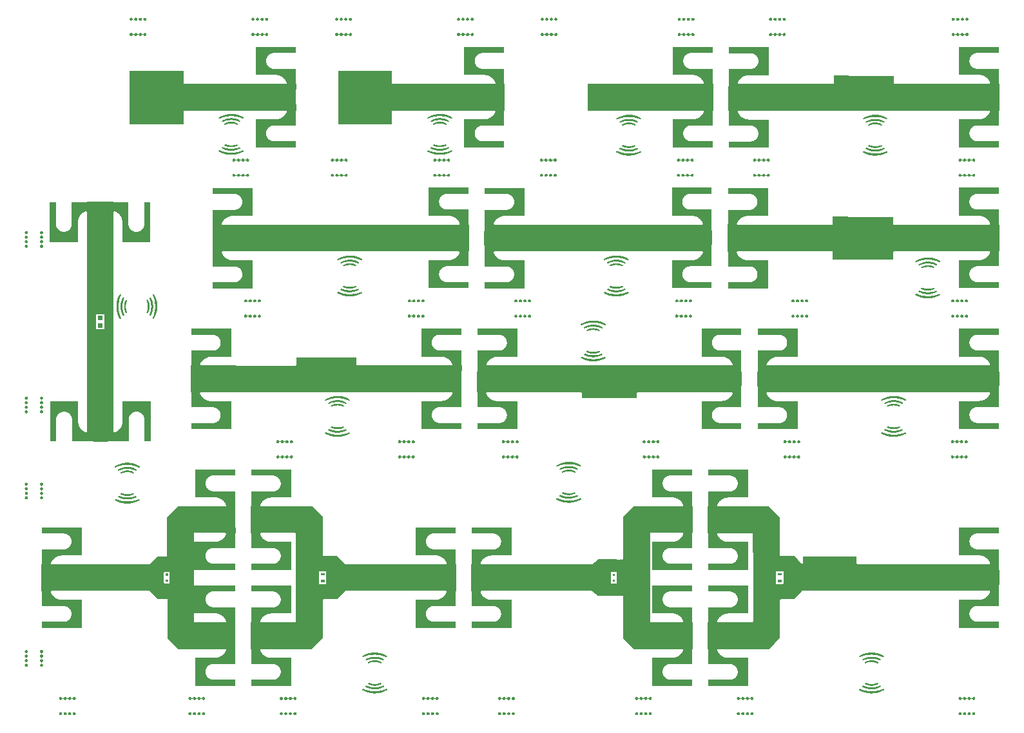
<source format=gts>
G04 #@! TF.GenerationSoftware,KiCad,Pcbnew,(5.1.4)-1*
G04 #@! TF.CreationDate,2019-09-29T18:57:04-06:00*
G04 #@! TF.ProjectId,front_end,66726f6e-745f-4656-9e64-2e6b69636164,A*
G04 #@! TF.SameCoordinates,Original*
G04 #@! TF.FileFunction,Soldermask,Top*
G04 #@! TF.FilePolarity,Negative*
%FSLAX46Y46*%
G04 Gerber Fmt 4.6, Leading zero omitted, Abs format (unit mm)*
G04 Created by KiCad (PCBNEW (5.1.4)-1) date 2019-09-29 18:57:04*
%MOMM*%
%LPD*%
G04 APERTURE LIST*
%ADD10C,0.127000*%
%ADD11C,0.100000*%
G04 APERTURE END LIST*
D10*
G36*
X237565567Y-124313925D02*
G01*
X237473517Y-124310376D01*
X237385055Y-124304318D01*
X237293414Y-124295283D01*
X237202207Y-124283468D01*
X237111487Y-124268889D01*
X237021306Y-124251564D01*
X236931717Y-124231508D01*
X236842773Y-124208739D01*
X236754527Y-124183272D01*
X236667032Y-124155125D01*
X236580340Y-124124313D01*
X236494505Y-124090853D01*
X236409580Y-124054762D01*
X236325616Y-124016057D01*
X236242667Y-123974753D01*
X236160787Y-123930867D01*
X236124546Y-123910420D01*
X236113030Y-123903815D01*
X236103723Y-123898450D01*
X236096382Y-123894166D01*
X236090764Y-123890805D01*
X236086627Y-123888207D01*
X236083729Y-123886214D01*
X236081827Y-123884666D01*
X236080678Y-123883406D01*
X236080041Y-123882273D01*
X236079672Y-123881109D01*
X236079644Y-123880996D01*
X236079652Y-123876011D01*
X236081718Y-123871315D01*
X236085313Y-123868002D01*
X236086064Y-123867644D01*
X236087700Y-123867114D01*
X236089531Y-123866968D01*
X236091882Y-123867324D01*
X236095080Y-123868301D01*
X236099452Y-123870017D01*
X236105322Y-123872591D01*
X236113019Y-123876141D01*
X236122867Y-123880785D01*
X236124932Y-123881766D01*
X236147351Y-123892218D01*
X236172168Y-123903433D01*
X236199103Y-123915284D01*
X236210305Y-123920130D01*
X236296174Y-123955589D01*
X236383342Y-123988570D01*
X236471816Y-124019073D01*
X236561600Y-124047100D01*
X236652702Y-124072652D01*
X236745127Y-124095730D01*
X236838881Y-124116335D01*
X236933970Y-124134468D01*
X237030400Y-124150131D01*
X237128176Y-124163325D01*
X237227304Y-124174051D01*
X237327792Y-124182310D01*
X237429643Y-124188103D01*
X237532865Y-124191432D01*
X237565482Y-124191968D01*
X237640375Y-124192461D01*
X237712888Y-124191995D01*
X237783300Y-124190555D01*
X237851891Y-124188125D01*
X237918941Y-124184688D01*
X237984730Y-124180231D01*
X238049536Y-124174737D01*
X238113641Y-124168191D01*
X238177322Y-124160577D01*
X238210908Y-124156116D01*
X238300733Y-124142585D01*
X238389303Y-124126825D01*
X238476802Y-124108784D01*
X238563412Y-124088407D01*
X238649316Y-124065640D01*
X238734696Y-124040430D01*
X238819734Y-124012723D01*
X238904613Y-123982464D01*
X238989516Y-123949601D01*
X239074626Y-123914079D01*
X239157741Y-123876944D01*
X239166411Y-123872983D01*
X239172940Y-123870120D01*
X239177730Y-123868234D01*
X239181183Y-123867201D01*
X239183701Y-123866895D01*
X239185686Y-123867195D01*
X239187296Y-123867854D01*
X239190688Y-123870929D01*
X239192692Y-123875483D01*
X239192851Y-123880327D01*
X239192539Y-123881475D01*
X239191805Y-123882757D01*
X239190302Y-123884336D01*
X239187843Y-123886329D01*
X239184242Y-123888851D01*
X239179311Y-123892019D01*
X239172862Y-123895950D01*
X239164709Y-123900759D01*
X239154665Y-123906564D01*
X239142542Y-123913480D01*
X239128153Y-123921625D01*
X239126366Y-123922634D01*
X239095714Y-123939638D01*
X239063229Y-123957120D01*
X239029622Y-123974717D01*
X238995606Y-123992064D01*
X238961894Y-124008797D01*
X238929196Y-124024552D01*
X238904116Y-124036268D01*
X238819278Y-124073739D01*
X238733572Y-124108543D01*
X238647053Y-124140672D01*
X238559777Y-124170114D01*
X238471798Y-124196861D01*
X238383173Y-124220903D01*
X238293956Y-124242230D01*
X238204203Y-124260831D01*
X238113969Y-124276698D01*
X238023309Y-124289821D01*
X237932280Y-124300189D01*
X237840935Y-124307794D01*
X237749331Y-124312624D01*
X237657523Y-124314671D01*
X237565567Y-124313925D01*
X237565567Y-124313925D01*
G37*
X237565567Y-124313925D02*
X237473517Y-124310376D01*
X237385055Y-124304318D01*
X237293414Y-124295283D01*
X237202207Y-124283468D01*
X237111487Y-124268889D01*
X237021306Y-124251564D01*
X236931717Y-124231508D01*
X236842773Y-124208739D01*
X236754527Y-124183272D01*
X236667032Y-124155125D01*
X236580340Y-124124313D01*
X236494505Y-124090853D01*
X236409580Y-124054762D01*
X236325616Y-124016057D01*
X236242667Y-123974753D01*
X236160787Y-123930867D01*
X236124546Y-123910420D01*
X236113030Y-123903815D01*
X236103723Y-123898450D01*
X236096382Y-123894166D01*
X236090764Y-123890805D01*
X236086627Y-123888207D01*
X236083729Y-123886214D01*
X236081827Y-123884666D01*
X236080678Y-123883406D01*
X236080041Y-123882273D01*
X236079672Y-123881109D01*
X236079644Y-123880996D01*
X236079652Y-123876011D01*
X236081718Y-123871315D01*
X236085313Y-123868002D01*
X236086064Y-123867644D01*
X236087700Y-123867114D01*
X236089531Y-123866968D01*
X236091882Y-123867324D01*
X236095080Y-123868301D01*
X236099452Y-123870017D01*
X236105322Y-123872591D01*
X236113019Y-123876141D01*
X236122867Y-123880785D01*
X236124932Y-123881766D01*
X236147351Y-123892218D01*
X236172168Y-123903433D01*
X236199103Y-123915284D01*
X236210305Y-123920130D01*
X236296174Y-123955589D01*
X236383342Y-123988570D01*
X236471816Y-124019073D01*
X236561600Y-124047100D01*
X236652702Y-124072652D01*
X236745127Y-124095730D01*
X236838881Y-124116335D01*
X236933970Y-124134468D01*
X237030400Y-124150131D01*
X237128176Y-124163325D01*
X237227304Y-124174051D01*
X237327792Y-124182310D01*
X237429643Y-124188103D01*
X237532865Y-124191432D01*
X237565482Y-124191968D01*
X237640375Y-124192461D01*
X237712888Y-124191995D01*
X237783300Y-124190555D01*
X237851891Y-124188125D01*
X237918941Y-124184688D01*
X237984730Y-124180231D01*
X238049536Y-124174737D01*
X238113641Y-124168191D01*
X238177322Y-124160577D01*
X238210908Y-124156116D01*
X238300733Y-124142585D01*
X238389303Y-124126825D01*
X238476802Y-124108784D01*
X238563412Y-124088407D01*
X238649316Y-124065640D01*
X238734696Y-124040430D01*
X238819734Y-124012723D01*
X238904613Y-123982464D01*
X238989516Y-123949601D01*
X239074626Y-123914079D01*
X239157741Y-123876944D01*
X239166411Y-123872983D01*
X239172940Y-123870120D01*
X239177730Y-123868234D01*
X239181183Y-123867201D01*
X239183701Y-123866895D01*
X239185686Y-123867195D01*
X239187296Y-123867854D01*
X239190688Y-123870929D01*
X239192692Y-123875483D01*
X239192851Y-123880327D01*
X239192539Y-123881475D01*
X239191805Y-123882757D01*
X239190302Y-123884336D01*
X239187843Y-123886329D01*
X239184242Y-123888851D01*
X239179311Y-123892019D01*
X239172862Y-123895950D01*
X239164709Y-123900759D01*
X239154665Y-123906564D01*
X239142542Y-123913480D01*
X239128153Y-123921625D01*
X239126366Y-123922634D01*
X239095714Y-123939638D01*
X239063229Y-123957120D01*
X239029622Y-123974717D01*
X238995606Y-123992064D01*
X238961894Y-124008797D01*
X238929196Y-124024552D01*
X238904116Y-124036268D01*
X238819278Y-124073739D01*
X238733572Y-124108543D01*
X238647053Y-124140672D01*
X238559777Y-124170114D01*
X238471798Y-124196861D01*
X238383173Y-124220903D01*
X238293956Y-124242230D01*
X238204203Y-124260831D01*
X238113969Y-124276698D01*
X238023309Y-124289821D01*
X237932280Y-124300189D01*
X237840935Y-124307794D01*
X237749331Y-124312624D01*
X237657523Y-124314671D01*
X237565567Y-124313925D01*
G36*
X237608759Y-123765260D02*
G01*
X237585093Y-123765092D01*
X237563401Y-123764790D01*
X237543258Y-123764333D01*
X237524240Y-123763701D01*
X237505923Y-123762875D01*
X237487885Y-123761836D01*
X237469700Y-123760563D01*
X237450946Y-123759037D01*
X237431198Y-123757238D01*
X237410033Y-123755147D01*
X237405516Y-123754684D01*
X237326150Y-123745114D01*
X237247504Y-123732827D01*
X237169549Y-123717815D01*
X237092253Y-123700070D01*
X237015588Y-123679584D01*
X236939524Y-123656349D01*
X236864028Y-123630357D01*
X236789073Y-123601600D01*
X236714777Y-123570136D01*
X236698729Y-123562870D01*
X236681125Y-123554635D01*
X236662328Y-123545618D01*
X236642703Y-123536006D01*
X236622612Y-123525984D01*
X236602421Y-123515740D01*
X236582492Y-123505461D01*
X236563189Y-123495332D01*
X236544876Y-123485542D01*
X236527917Y-123476275D01*
X236512676Y-123467720D01*
X236499517Y-123460062D01*
X236495349Y-123457555D01*
X236490649Y-123454588D01*
X236487899Y-123452410D01*
X236486586Y-123450433D01*
X236486192Y-123448073D01*
X236486177Y-123447127D01*
X236486775Y-123443217D01*
X236489009Y-123440730D01*
X236489914Y-123440179D01*
X236491681Y-123439342D01*
X236493495Y-123439090D01*
X236495909Y-123439565D01*
X236499479Y-123440909D01*
X236504756Y-123443265D01*
X236508259Y-123444890D01*
X236580576Y-123477135D01*
X236653895Y-123506915D01*
X236728273Y-123534244D01*
X236803768Y-123559135D01*
X236880436Y-123581601D01*
X236958335Y-123601659D01*
X237037520Y-123619320D01*
X237118050Y-123634600D01*
X237199982Y-123647512D01*
X237283371Y-123658070D01*
X237368276Y-123666288D01*
X237429505Y-123670710D01*
X237480337Y-123673414D01*
X237533161Y-123675347D01*
X237587254Y-123676507D01*
X237641893Y-123676887D01*
X237696353Y-123676485D01*
X237749910Y-123675297D01*
X237801843Y-123673318D01*
X237811916Y-123672830D01*
X237893139Y-123667711D01*
X237972516Y-123660591D01*
X238050234Y-123651426D01*
X238126478Y-123640171D01*
X238201436Y-123626783D01*
X238275294Y-123611217D01*
X238348239Y-123593430D01*
X238420458Y-123573378D01*
X238492138Y-123551016D01*
X238563465Y-123526300D01*
X238634626Y-123499188D01*
X238705808Y-123469633D01*
X238742673Y-123453384D01*
X238751683Y-123449370D01*
X238759905Y-123445771D01*
X238766971Y-123442744D01*
X238772513Y-123440446D01*
X238776162Y-123439031D01*
X238777491Y-123438640D01*
X238779936Y-123439610D01*
X238781836Y-123441221D01*
X238783835Y-123445126D01*
X238783825Y-123449414D01*
X238781822Y-123452911D01*
X238781702Y-123453017D01*
X238779493Y-123454535D01*
X238775078Y-123457247D01*
X238768726Y-123460999D01*
X238760710Y-123465634D01*
X238751300Y-123470997D01*
X238740769Y-123476934D01*
X238729387Y-123483288D01*
X238717425Y-123489904D01*
X238714321Y-123491611D01*
X238705204Y-123496524D01*
X238693997Y-123502412D01*
X238681161Y-123509042D01*
X238667159Y-123516185D01*
X238652452Y-123523608D01*
X238637502Y-123531081D01*
X238622772Y-123538373D01*
X238608722Y-123545253D01*
X238595815Y-123551489D01*
X238584513Y-123556851D01*
X238576681Y-123560472D01*
X238502299Y-123592798D01*
X238427516Y-123622335D01*
X238352288Y-123649095D01*
X238276572Y-123673090D01*
X238200324Y-123694330D01*
X238123501Y-123712826D01*
X238046058Y-123728591D01*
X237967953Y-123741634D01*
X237889142Y-123751968D01*
X237809581Y-123759603D01*
X237800627Y-123760291D01*
X237786625Y-123761318D01*
X237773922Y-123762198D01*
X237762147Y-123762940D01*
X237750926Y-123763556D01*
X237739889Y-123764058D01*
X237728663Y-123764457D01*
X237716876Y-123764764D01*
X237704156Y-123764990D01*
X237690131Y-123765146D01*
X237674429Y-123765244D01*
X237656678Y-123765296D01*
X237636506Y-123765311D01*
X237634821Y-123765311D01*
X237608759Y-123765260D01*
X237608759Y-123765260D01*
G37*
X237608759Y-123765260D02*
X237585093Y-123765092D01*
X237563401Y-123764790D01*
X237543258Y-123764333D01*
X237524240Y-123763701D01*
X237505923Y-123762875D01*
X237487885Y-123761836D01*
X237469700Y-123760563D01*
X237450946Y-123759037D01*
X237431198Y-123757238D01*
X237410033Y-123755147D01*
X237405516Y-123754684D01*
X237326150Y-123745114D01*
X237247504Y-123732827D01*
X237169549Y-123717815D01*
X237092253Y-123700070D01*
X237015588Y-123679584D01*
X236939524Y-123656349D01*
X236864028Y-123630357D01*
X236789073Y-123601600D01*
X236714777Y-123570136D01*
X236698729Y-123562870D01*
X236681125Y-123554635D01*
X236662328Y-123545618D01*
X236642703Y-123536006D01*
X236622612Y-123525984D01*
X236602421Y-123515740D01*
X236582492Y-123505461D01*
X236563189Y-123495332D01*
X236544876Y-123485542D01*
X236527917Y-123476275D01*
X236512676Y-123467720D01*
X236499517Y-123460062D01*
X236495349Y-123457555D01*
X236490649Y-123454588D01*
X236487899Y-123452410D01*
X236486586Y-123450433D01*
X236486192Y-123448073D01*
X236486177Y-123447127D01*
X236486775Y-123443217D01*
X236489009Y-123440730D01*
X236489914Y-123440179D01*
X236491681Y-123439342D01*
X236493495Y-123439090D01*
X236495909Y-123439565D01*
X236499479Y-123440909D01*
X236504756Y-123443265D01*
X236508259Y-123444890D01*
X236580576Y-123477135D01*
X236653895Y-123506915D01*
X236728273Y-123534244D01*
X236803768Y-123559135D01*
X236880436Y-123581601D01*
X236958335Y-123601659D01*
X237037520Y-123619320D01*
X237118050Y-123634600D01*
X237199982Y-123647512D01*
X237283371Y-123658070D01*
X237368276Y-123666288D01*
X237429505Y-123670710D01*
X237480337Y-123673414D01*
X237533161Y-123675347D01*
X237587254Y-123676507D01*
X237641893Y-123676887D01*
X237696353Y-123676485D01*
X237749910Y-123675297D01*
X237801843Y-123673318D01*
X237811916Y-123672830D01*
X237893139Y-123667711D01*
X237972516Y-123660591D01*
X238050234Y-123651426D01*
X238126478Y-123640171D01*
X238201436Y-123626783D01*
X238275294Y-123611217D01*
X238348239Y-123593430D01*
X238420458Y-123573378D01*
X238492138Y-123551016D01*
X238563465Y-123526300D01*
X238634626Y-123499188D01*
X238705808Y-123469633D01*
X238742673Y-123453384D01*
X238751683Y-123449370D01*
X238759905Y-123445771D01*
X238766971Y-123442744D01*
X238772513Y-123440446D01*
X238776162Y-123439031D01*
X238777491Y-123438640D01*
X238779936Y-123439610D01*
X238781836Y-123441221D01*
X238783835Y-123445126D01*
X238783825Y-123449414D01*
X238781822Y-123452911D01*
X238781702Y-123453017D01*
X238779493Y-123454535D01*
X238775078Y-123457247D01*
X238768726Y-123460999D01*
X238760710Y-123465634D01*
X238751300Y-123470997D01*
X238740769Y-123476934D01*
X238729387Y-123483288D01*
X238717425Y-123489904D01*
X238714321Y-123491611D01*
X238705204Y-123496524D01*
X238693997Y-123502412D01*
X238681161Y-123509042D01*
X238667159Y-123516185D01*
X238652452Y-123523608D01*
X238637502Y-123531081D01*
X238622772Y-123538373D01*
X238608722Y-123545253D01*
X238595815Y-123551489D01*
X238584513Y-123556851D01*
X238576681Y-123560472D01*
X238502299Y-123592798D01*
X238427516Y-123622335D01*
X238352288Y-123649095D01*
X238276572Y-123673090D01*
X238200324Y-123694330D01*
X238123501Y-123712826D01*
X238046058Y-123728591D01*
X237967953Y-123741634D01*
X237889142Y-123751968D01*
X237809581Y-123759603D01*
X237800627Y-123760291D01*
X237786625Y-123761318D01*
X237773922Y-123762198D01*
X237762147Y-123762940D01*
X237750926Y-123763556D01*
X237739889Y-123764058D01*
X237728663Y-123764457D01*
X237716876Y-123764764D01*
X237704156Y-123764990D01*
X237690131Y-123765146D01*
X237674429Y-123765244D01*
X237656678Y-123765296D01*
X237636506Y-123765311D01*
X237634821Y-123765311D01*
X237608759Y-123765260D01*
G36*
X237603246Y-123298687D02*
G01*
X237563687Y-123297600D01*
X237525674Y-123295633D01*
X237502882Y-123293942D01*
X237435235Y-123286901D01*
X237368396Y-123277166D01*
X237302325Y-123264726D01*
X237236981Y-123249571D01*
X237172322Y-123231689D01*
X237108308Y-123211068D01*
X237044897Y-123187699D01*
X236982048Y-123161570D01*
X236938644Y-123141762D01*
X236926776Y-123136064D01*
X236914423Y-123129982D01*
X236901856Y-123123661D01*
X236889345Y-123117249D01*
X236877161Y-123110889D01*
X236865575Y-123104727D01*
X236854856Y-123098909D01*
X236845275Y-123093581D01*
X236837104Y-123088888D01*
X236830611Y-123084975D01*
X236826069Y-123081988D01*
X236823747Y-123080073D01*
X236823598Y-123079873D01*
X236823200Y-123077068D01*
X236824843Y-123074523D01*
X236827835Y-123073198D01*
X236828445Y-123073163D01*
X236830463Y-123073717D01*
X236834624Y-123075263D01*
X236840498Y-123077628D01*
X236847656Y-123080639D01*
X236855672Y-123084121D01*
X236857552Y-123084953D01*
X236919414Y-123110932D01*
X236982447Y-123134460D01*
X237046697Y-123155546D01*
X237112211Y-123174202D01*
X237179035Y-123190439D01*
X237247214Y-123204269D01*
X237316796Y-123215701D01*
X237387826Y-123224749D01*
X237460350Y-123231422D01*
X237466194Y-123231852D01*
X237506396Y-123234319D01*
X237548665Y-123236093D01*
X237592330Y-123237176D01*
X237636723Y-123237566D01*
X237681173Y-123237265D01*
X237725012Y-123236272D01*
X237767568Y-123234587D01*
X237808174Y-123232210D01*
X237813327Y-123231846D01*
X237883755Y-123225564D01*
X237952694Y-123216953D01*
X238020305Y-123205976D01*
X238086753Y-123192591D01*
X238152199Y-123176760D01*
X238216806Y-123158442D01*
X238280737Y-123137599D01*
X238344153Y-123114190D01*
X238407219Y-123088177D01*
X238412130Y-123086036D01*
X238420712Y-123082328D01*
X238428530Y-123079038D01*
X238435182Y-123076328D01*
X238440264Y-123074362D01*
X238443373Y-123073302D01*
X238444060Y-123073163D01*
X238447010Y-123074182D01*
X238448425Y-123075398D01*
X238449414Y-123077177D01*
X238449144Y-123079003D01*
X238447344Y-123081133D01*
X238443746Y-123083826D01*
X238438079Y-123087338D01*
X238432748Y-123090418D01*
X238375564Y-123121319D01*
X238316832Y-123149919D01*
X238256702Y-123176172D01*
X238195326Y-123200027D01*
X238132855Y-123221438D01*
X238069440Y-123240356D01*
X238005233Y-123256734D01*
X237940386Y-123270524D01*
X237875049Y-123281676D01*
X237809374Y-123290144D01*
X237799921Y-123291137D01*
X237763052Y-123294356D01*
X237724254Y-123296727D01*
X237684225Y-123298243D01*
X237643657Y-123298899D01*
X237603246Y-123298687D01*
X237603246Y-123298687D01*
G37*
X237603246Y-123298687D02*
X237563687Y-123297600D01*
X237525674Y-123295633D01*
X237502882Y-123293942D01*
X237435235Y-123286901D01*
X237368396Y-123277166D01*
X237302325Y-123264726D01*
X237236981Y-123249571D01*
X237172322Y-123231689D01*
X237108308Y-123211068D01*
X237044897Y-123187699D01*
X236982048Y-123161570D01*
X236938644Y-123141762D01*
X236926776Y-123136064D01*
X236914423Y-123129982D01*
X236901856Y-123123661D01*
X236889345Y-123117249D01*
X236877161Y-123110889D01*
X236865575Y-123104727D01*
X236854856Y-123098909D01*
X236845275Y-123093581D01*
X236837104Y-123088888D01*
X236830611Y-123084975D01*
X236826069Y-123081988D01*
X236823747Y-123080073D01*
X236823598Y-123079873D01*
X236823200Y-123077068D01*
X236824843Y-123074523D01*
X236827835Y-123073198D01*
X236828445Y-123073163D01*
X236830463Y-123073717D01*
X236834624Y-123075263D01*
X236840498Y-123077628D01*
X236847656Y-123080639D01*
X236855672Y-123084121D01*
X236857552Y-123084953D01*
X236919414Y-123110932D01*
X236982447Y-123134460D01*
X237046697Y-123155546D01*
X237112211Y-123174202D01*
X237179035Y-123190439D01*
X237247214Y-123204269D01*
X237316796Y-123215701D01*
X237387826Y-123224749D01*
X237460350Y-123231422D01*
X237466194Y-123231852D01*
X237506396Y-123234319D01*
X237548665Y-123236093D01*
X237592330Y-123237176D01*
X237636723Y-123237566D01*
X237681173Y-123237265D01*
X237725012Y-123236272D01*
X237767568Y-123234587D01*
X237808174Y-123232210D01*
X237813327Y-123231846D01*
X237883755Y-123225564D01*
X237952694Y-123216953D01*
X238020305Y-123205976D01*
X238086753Y-123192591D01*
X238152199Y-123176760D01*
X238216806Y-123158442D01*
X238280737Y-123137599D01*
X238344153Y-123114190D01*
X238407219Y-123088177D01*
X238412130Y-123086036D01*
X238420712Y-123082328D01*
X238428530Y-123079038D01*
X238435182Y-123076328D01*
X238440264Y-123074362D01*
X238443373Y-123073302D01*
X238444060Y-123073163D01*
X238447010Y-123074182D01*
X238448425Y-123075398D01*
X238449414Y-123077177D01*
X238449144Y-123079003D01*
X238447344Y-123081133D01*
X238443746Y-123083826D01*
X238438079Y-123087338D01*
X238432748Y-123090418D01*
X238375564Y-123121319D01*
X238316832Y-123149919D01*
X238256702Y-123176172D01*
X238195326Y-123200027D01*
X238132855Y-123221438D01*
X238069440Y-123240356D01*
X238005233Y-123256734D01*
X237940386Y-123270524D01*
X237875049Y-123281676D01*
X237809374Y-123290144D01*
X237799921Y-123291137D01*
X237763052Y-123294356D01*
X237724254Y-123296727D01*
X237684225Y-123298243D01*
X237643657Y-123298899D01*
X237603246Y-123298687D01*
G36*
X236823403Y-120347855D02*
G01*
X236821834Y-120344168D01*
X236821968Y-120341419D01*
X236823562Y-120339694D01*
X236827460Y-120336882D01*
X236833421Y-120333109D01*
X236841203Y-120328507D01*
X236850566Y-120323204D01*
X236861269Y-120317330D01*
X236873069Y-120311014D01*
X236885725Y-120304385D01*
X236898997Y-120297574D01*
X236912643Y-120290709D01*
X236926421Y-120283919D01*
X236940090Y-120277335D01*
X236951454Y-120271991D01*
X237010881Y-120245757D01*
X237070696Y-120222100D01*
X237131064Y-120200978D01*
X237192151Y-120182347D01*
X237254122Y-120166164D01*
X237317144Y-120152387D01*
X237381383Y-120140972D01*
X237447003Y-120131877D01*
X237514170Y-120125059D01*
X237521227Y-120124481D01*
X237529003Y-120123984D01*
X237539220Y-120123523D01*
X237551497Y-120123104D01*
X237565454Y-120122729D01*
X237580710Y-120122403D01*
X237596884Y-120122129D01*
X237613596Y-120121911D01*
X237630464Y-120121753D01*
X237647108Y-120121658D01*
X237663147Y-120121630D01*
X237678201Y-120121673D01*
X237691888Y-120121791D01*
X237703827Y-120121987D01*
X237713639Y-120122265D01*
X237719488Y-120122536D01*
X237788187Y-120127867D01*
X237855650Y-120135710D01*
X237921967Y-120146088D01*
X237987230Y-120159023D01*
X238051528Y-120174537D01*
X238114953Y-120192652D01*
X238177594Y-120213389D01*
X238239544Y-120236772D01*
X238300892Y-120262821D01*
X238304816Y-120264587D01*
X238316332Y-120269877D01*
X238328686Y-120275713D01*
X238341623Y-120281963D01*
X238354890Y-120288494D01*
X238368231Y-120295173D01*
X238381393Y-120301868D01*
X238394121Y-120308445D01*
X238406162Y-120314772D01*
X238417262Y-120320716D01*
X238427165Y-120326144D01*
X238435619Y-120330925D01*
X238442368Y-120334924D01*
X238447160Y-120338009D01*
X238449738Y-120340047D01*
X238450048Y-120340444D01*
X238450678Y-120344125D01*
X238449155Y-120347770D01*
X238446849Y-120349754D01*
X238445486Y-120350024D01*
X238443212Y-120349684D01*
X238439728Y-120348624D01*
X238434731Y-120346735D01*
X238427921Y-120343908D01*
X238418998Y-120340033D01*
X238414136Y-120337885D01*
X238353026Y-120312203D01*
X238290994Y-120288972D01*
X238227911Y-120268154D01*
X238163645Y-120249713D01*
X238098068Y-120233614D01*
X238031049Y-120219819D01*
X237962457Y-120208292D01*
X237941032Y-120205198D01*
X237881005Y-120197837D01*
X237819072Y-120192146D01*
X237755611Y-120188135D01*
X237690999Y-120185812D01*
X237625614Y-120185187D01*
X237559833Y-120186271D01*
X237494033Y-120189072D01*
X237442910Y-120192458D01*
X237371335Y-120199319D01*
X237300708Y-120208835D01*
X237231007Y-120221012D01*
X237162208Y-120235856D01*
X237094289Y-120253373D01*
X237027227Y-120273568D01*
X236960999Y-120296448D01*
X236895582Y-120322017D01*
X236852842Y-120340369D01*
X236844380Y-120344034D01*
X236837133Y-120346977D01*
X236831454Y-120349065D01*
X236827697Y-120350167D01*
X236826345Y-120350263D01*
X236823403Y-120347855D01*
X236823403Y-120347855D01*
G37*
X236823403Y-120347855D02*
X236821834Y-120344168D01*
X236821968Y-120341419D01*
X236823562Y-120339694D01*
X236827460Y-120336882D01*
X236833421Y-120333109D01*
X236841203Y-120328507D01*
X236850566Y-120323204D01*
X236861269Y-120317330D01*
X236873069Y-120311014D01*
X236885725Y-120304385D01*
X236898997Y-120297574D01*
X236912643Y-120290709D01*
X236926421Y-120283919D01*
X236940090Y-120277335D01*
X236951454Y-120271991D01*
X237010881Y-120245757D01*
X237070696Y-120222100D01*
X237131064Y-120200978D01*
X237192151Y-120182347D01*
X237254122Y-120166164D01*
X237317144Y-120152387D01*
X237381383Y-120140972D01*
X237447003Y-120131877D01*
X237514170Y-120125059D01*
X237521227Y-120124481D01*
X237529003Y-120123984D01*
X237539220Y-120123523D01*
X237551497Y-120123104D01*
X237565454Y-120122729D01*
X237580710Y-120122403D01*
X237596884Y-120122129D01*
X237613596Y-120121911D01*
X237630464Y-120121753D01*
X237647108Y-120121658D01*
X237663147Y-120121630D01*
X237678201Y-120121673D01*
X237691888Y-120121791D01*
X237703827Y-120121987D01*
X237713639Y-120122265D01*
X237719488Y-120122536D01*
X237788187Y-120127867D01*
X237855650Y-120135710D01*
X237921967Y-120146088D01*
X237987230Y-120159023D01*
X238051528Y-120174537D01*
X238114953Y-120192652D01*
X238177594Y-120213389D01*
X238239544Y-120236772D01*
X238300892Y-120262821D01*
X238304816Y-120264587D01*
X238316332Y-120269877D01*
X238328686Y-120275713D01*
X238341623Y-120281963D01*
X238354890Y-120288494D01*
X238368231Y-120295173D01*
X238381393Y-120301868D01*
X238394121Y-120308445D01*
X238406162Y-120314772D01*
X238417262Y-120320716D01*
X238427165Y-120326144D01*
X238435619Y-120330925D01*
X238442368Y-120334924D01*
X238447160Y-120338009D01*
X238449738Y-120340047D01*
X238450048Y-120340444D01*
X238450678Y-120344125D01*
X238449155Y-120347770D01*
X238446849Y-120349754D01*
X238445486Y-120350024D01*
X238443212Y-120349684D01*
X238439728Y-120348624D01*
X238434731Y-120346735D01*
X238427921Y-120343908D01*
X238418998Y-120340033D01*
X238414136Y-120337885D01*
X238353026Y-120312203D01*
X238290994Y-120288972D01*
X238227911Y-120268154D01*
X238163645Y-120249713D01*
X238098068Y-120233614D01*
X238031049Y-120219819D01*
X237962457Y-120208292D01*
X237941032Y-120205198D01*
X237881005Y-120197837D01*
X237819072Y-120192146D01*
X237755611Y-120188135D01*
X237690999Y-120185812D01*
X237625614Y-120185187D01*
X237559833Y-120186271D01*
X237494033Y-120189072D01*
X237442910Y-120192458D01*
X237371335Y-120199319D01*
X237300708Y-120208835D01*
X237231007Y-120221012D01*
X237162208Y-120235856D01*
X237094289Y-120253373D01*
X237027227Y-120273568D01*
X236960999Y-120296448D01*
X236895582Y-120322017D01*
X236852842Y-120340369D01*
X236844380Y-120344034D01*
X236837133Y-120346977D01*
X236831454Y-120349065D01*
X236827697Y-120350167D01*
X236826345Y-120350263D01*
X236823403Y-120347855D01*
G36*
X238777787Y-119982262D02*
G01*
X238773758Y-119980675D01*
X238767979Y-119978239D01*
X238760854Y-119975127D01*
X238752789Y-119971510D01*
X238749435Y-119969981D01*
X238676897Y-119938221D01*
X238603385Y-119908939D01*
X238528829Y-119882115D01*
X238453162Y-119857733D01*
X238376314Y-119835775D01*
X238298218Y-119816223D01*
X238218804Y-119799058D01*
X238138004Y-119784264D01*
X238055751Y-119771823D01*
X237971974Y-119761716D01*
X237932277Y-119757788D01*
X237907233Y-119755563D01*
X237883217Y-119753613D01*
X237859736Y-119751912D01*
X237836300Y-119750431D01*
X237812417Y-119749145D01*
X237787595Y-119748026D01*
X237761343Y-119747047D01*
X237733169Y-119746183D01*
X237707962Y-119745532D01*
X237645836Y-119744655D01*
X237583086Y-119744963D01*
X237520202Y-119746433D01*
X237457674Y-119749040D01*
X237395992Y-119752762D01*
X237335647Y-119757575D01*
X237277127Y-119763457D01*
X237241121Y-119767737D01*
X237166999Y-119778129D01*
X237094437Y-119790386D01*
X237023157Y-119804588D01*
X236952880Y-119820815D01*
X236883328Y-119839147D01*
X236814222Y-119859665D01*
X236745284Y-119882447D01*
X236676235Y-119907574D01*
X236606796Y-119935126D01*
X236536689Y-119965183D01*
X236508472Y-119977890D01*
X236501289Y-119980855D01*
X236496035Y-119982203D01*
X236492331Y-119981937D01*
X236489795Y-119980063D01*
X236488658Y-119978126D01*
X236487967Y-119976265D01*
X236487787Y-119974480D01*
X236488303Y-119972637D01*
X236489701Y-119970605D01*
X236492164Y-119968252D01*
X236495878Y-119965445D01*
X236501027Y-119962051D01*
X236507797Y-119957940D01*
X236516372Y-119952978D01*
X236526937Y-119947034D01*
X236539677Y-119939974D01*
X236549677Y-119934469D01*
X236620065Y-119897386D01*
X236691722Y-119862809D01*
X236764558Y-119830772D01*
X236838484Y-119801307D01*
X236913411Y-119774447D01*
X236989247Y-119750225D01*
X237065905Y-119728673D01*
X237143293Y-119709826D01*
X237189349Y-119699969D01*
X237261298Y-119686578D01*
X237333768Y-119675547D01*
X237407084Y-119666835D01*
X237481570Y-119660403D01*
X237542394Y-119656864D01*
X237548982Y-119656633D01*
X237557946Y-119656425D01*
X237568913Y-119656243D01*
X237581515Y-119656086D01*
X237595381Y-119655957D01*
X237610141Y-119655855D01*
X237625425Y-119655783D01*
X237640862Y-119655740D01*
X237656083Y-119655728D01*
X237670717Y-119655749D01*
X237684394Y-119655802D01*
X237696743Y-119655890D01*
X237707396Y-119656012D01*
X237715981Y-119656170D01*
X237722128Y-119656366D01*
X237722310Y-119656374D01*
X237783135Y-119659798D01*
X237841590Y-119664376D01*
X237897888Y-119670130D01*
X237952243Y-119677077D01*
X237954438Y-119677389D01*
X238033222Y-119690028D01*
X238111422Y-119705421D01*
X238188972Y-119723545D01*
X238265806Y-119744380D01*
X238341857Y-119767904D01*
X238417060Y-119794096D01*
X238491347Y-119822935D01*
X238564652Y-119854399D01*
X238636910Y-119888467D01*
X238680455Y-119910524D01*
X238689687Y-119915326D01*
X238697279Y-119919285D01*
X238703686Y-119922647D01*
X238709360Y-119925659D01*
X238714756Y-119928567D01*
X238720327Y-119931618D01*
X238726528Y-119935060D01*
X238733812Y-119939137D01*
X238742633Y-119944098D01*
X238753445Y-119950189D01*
X238753832Y-119950407D01*
X238762057Y-119955072D01*
X238769556Y-119959385D01*
X238775945Y-119963120D01*
X238780836Y-119966048D01*
X238783843Y-119967944D01*
X238784524Y-119968438D01*
X238786563Y-119971753D01*
X238786684Y-119975748D01*
X238785192Y-119979515D01*
X238782395Y-119982146D01*
X238779662Y-119982829D01*
X238777787Y-119982262D01*
X238777787Y-119982262D01*
G37*
X238777787Y-119982262D02*
X238773758Y-119980675D01*
X238767979Y-119978239D01*
X238760854Y-119975127D01*
X238752789Y-119971510D01*
X238749435Y-119969981D01*
X238676897Y-119938221D01*
X238603385Y-119908939D01*
X238528829Y-119882115D01*
X238453162Y-119857733D01*
X238376314Y-119835775D01*
X238298218Y-119816223D01*
X238218804Y-119799058D01*
X238138004Y-119784264D01*
X238055751Y-119771823D01*
X237971974Y-119761716D01*
X237932277Y-119757788D01*
X237907233Y-119755563D01*
X237883217Y-119753613D01*
X237859736Y-119751912D01*
X237836300Y-119750431D01*
X237812417Y-119749145D01*
X237787595Y-119748026D01*
X237761343Y-119747047D01*
X237733169Y-119746183D01*
X237707962Y-119745532D01*
X237645836Y-119744655D01*
X237583086Y-119744963D01*
X237520202Y-119746433D01*
X237457674Y-119749040D01*
X237395992Y-119752762D01*
X237335647Y-119757575D01*
X237277127Y-119763457D01*
X237241121Y-119767737D01*
X237166999Y-119778129D01*
X237094437Y-119790386D01*
X237023157Y-119804588D01*
X236952880Y-119820815D01*
X236883328Y-119839147D01*
X236814222Y-119859665D01*
X236745284Y-119882447D01*
X236676235Y-119907574D01*
X236606796Y-119935126D01*
X236536689Y-119965183D01*
X236508472Y-119977890D01*
X236501289Y-119980855D01*
X236496035Y-119982203D01*
X236492331Y-119981937D01*
X236489795Y-119980063D01*
X236488658Y-119978126D01*
X236487967Y-119976265D01*
X236487787Y-119974480D01*
X236488303Y-119972637D01*
X236489701Y-119970605D01*
X236492164Y-119968252D01*
X236495878Y-119965445D01*
X236501027Y-119962051D01*
X236507797Y-119957940D01*
X236516372Y-119952978D01*
X236526937Y-119947034D01*
X236539677Y-119939974D01*
X236549677Y-119934469D01*
X236620065Y-119897386D01*
X236691722Y-119862809D01*
X236764558Y-119830772D01*
X236838484Y-119801307D01*
X236913411Y-119774447D01*
X236989247Y-119750225D01*
X237065905Y-119728673D01*
X237143293Y-119709826D01*
X237189349Y-119699969D01*
X237261298Y-119686578D01*
X237333768Y-119675547D01*
X237407084Y-119666835D01*
X237481570Y-119660403D01*
X237542394Y-119656864D01*
X237548982Y-119656633D01*
X237557946Y-119656425D01*
X237568913Y-119656243D01*
X237581515Y-119656086D01*
X237595381Y-119655957D01*
X237610141Y-119655855D01*
X237625425Y-119655783D01*
X237640862Y-119655740D01*
X237656083Y-119655728D01*
X237670717Y-119655749D01*
X237684394Y-119655802D01*
X237696743Y-119655890D01*
X237707396Y-119656012D01*
X237715981Y-119656170D01*
X237722128Y-119656366D01*
X237722310Y-119656374D01*
X237783135Y-119659798D01*
X237841590Y-119664376D01*
X237897888Y-119670130D01*
X237952243Y-119677077D01*
X237954438Y-119677389D01*
X238033222Y-119690028D01*
X238111422Y-119705421D01*
X238188972Y-119723545D01*
X238265806Y-119744380D01*
X238341857Y-119767904D01*
X238417060Y-119794096D01*
X238491347Y-119822935D01*
X238564652Y-119854399D01*
X238636910Y-119888467D01*
X238680455Y-119910524D01*
X238689687Y-119915326D01*
X238697279Y-119919285D01*
X238703686Y-119922647D01*
X238709360Y-119925659D01*
X238714756Y-119928567D01*
X238720327Y-119931618D01*
X238726528Y-119935060D01*
X238733812Y-119939137D01*
X238742633Y-119944098D01*
X238753445Y-119950189D01*
X238753832Y-119950407D01*
X238762057Y-119955072D01*
X238769556Y-119959385D01*
X238775945Y-119963120D01*
X238780836Y-119966048D01*
X238783843Y-119967944D01*
X238784524Y-119968438D01*
X238786563Y-119971753D01*
X238786684Y-119975748D01*
X238785192Y-119979515D01*
X238782395Y-119982146D01*
X238779662Y-119982829D01*
X238777787Y-119982262D01*
G36*
X236088003Y-119554623D02*
G01*
X236083270Y-119552246D01*
X236080221Y-119548361D01*
X236079130Y-119543708D01*
X236080270Y-119539028D01*
X236081541Y-119537160D01*
X236083865Y-119535240D01*
X236088652Y-119532029D01*
X236095864Y-119527548D01*
X236105465Y-119521819D01*
X236117419Y-119514864D01*
X236131690Y-119506704D01*
X236147510Y-119497772D01*
X236229112Y-119453530D01*
X236311776Y-119411869D01*
X236395448Y-119372804D01*
X236480071Y-119336350D01*
X236565588Y-119302521D01*
X236651943Y-119271333D01*
X236739079Y-119242800D01*
X236826940Y-119216937D01*
X236915469Y-119193759D01*
X237004611Y-119173280D01*
X237094309Y-119155514D01*
X237184506Y-119140478D01*
X237275145Y-119128185D01*
X237366171Y-119118651D01*
X237457528Y-119111890D01*
X237549158Y-119107916D01*
X237641005Y-119106745D01*
X237643994Y-119106754D01*
X237658303Y-119106830D01*
X237673061Y-119106953D01*
X237687731Y-119107117D01*
X237701780Y-119107314D01*
X237714673Y-119107536D01*
X237725874Y-119107775D01*
X237734850Y-119108024D01*
X237735716Y-119108053D01*
X237777371Y-119109806D01*
X237820563Y-119112242D01*
X237864455Y-119115296D01*
X237908213Y-119118904D01*
X237951002Y-119123001D01*
X237991985Y-119127523D01*
X237999594Y-119128437D01*
X238091359Y-119141023D01*
X238182528Y-119156363D01*
X238273058Y-119174443D01*
X238362907Y-119195248D01*
X238452032Y-119218764D01*
X238540390Y-119244978D01*
X238627939Y-119273875D01*
X238714636Y-119305442D01*
X238800439Y-119339664D01*
X238885305Y-119376529D01*
X238969192Y-119416020D01*
X239052057Y-119458126D01*
X239124955Y-119497810D01*
X239141821Y-119507335D01*
X239156223Y-119515572D01*
X239168154Y-119522519D01*
X239177609Y-119528172D01*
X239184581Y-119532526D01*
X239189065Y-119535579D01*
X239190924Y-119537160D01*
X239193140Y-119541650D01*
X239193055Y-119546472D01*
X239190948Y-119550809D01*
X239187095Y-119553845D01*
X239185015Y-119554538D01*
X239183204Y-119554632D01*
X239180643Y-119554153D01*
X239177011Y-119552978D01*
X239171988Y-119550985D01*
X239165252Y-119548049D01*
X239156482Y-119544048D01*
X239150798Y-119541407D01*
X239066920Y-119503718D01*
X238982030Y-119468502D01*
X238896082Y-119435747D01*
X238809031Y-119405441D01*
X238720830Y-119377575D01*
X238631435Y-119352135D01*
X238540799Y-119329113D01*
X238448877Y-119308496D01*
X238355623Y-119290273D01*
X238260992Y-119274433D01*
X238164939Y-119260965D01*
X238067417Y-119249859D01*
X237968381Y-119241102D01*
X237899405Y-119236439D01*
X237846195Y-119233682D01*
X237790808Y-119231568D01*
X237733814Y-119230100D01*
X237675783Y-119229280D01*
X237617286Y-119229111D01*
X237558894Y-119229595D01*
X237501178Y-119230735D01*
X237444707Y-119232534D01*
X237404105Y-119234288D01*
X237308196Y-119240012D01*
X237214063Y-119247846D01*
X237121569Y-119257822D01*
X237030579Y-119269972D01*
X236940958Y-119284328D01*
X236852570Y-119300922D01*
X236765280Y-119319787D01*
X236678953Y-119340954D01*
X236593452Y-119364457D01*
X236508644Y-119390327D01*
X236424392Y-119418596D01*
X236340560Y-119449296D01*
X236257015Y-119482460D01*
X236173619Y-119518120D01*
X236132841Y-119536481D01*
X236120278Y-119542186D01*
X236110061Y-119546720D01*
X236102004Y-119550158D01*
X236095922Y-119552576D01*
X236091629Y-119554049D01*
X236088939Y-119554651D01*
X236088003Y-119554623D01*
X236088003Y-119554623D01*
G37*
X236088003Y-119554623D02*
X236083270Y-119552246D01*
X236080221Y-119548361D01*
X236079130Y-119543708D01*
X236080270Y-119539028D01*
X236081541Y-119537160D01*
X236083865Y-119535240D01*
X236088652Y-119532029D01*
X236095864Y-119527548D01*
X236105465Y-119521819D01*
X236117419Y-119514864D01*
X236131690Y-119506704D01*
X236147510Y-119497772D01*
X236229112Y-119453530D01*
X236311776Y-119411869D01*
X236395448Y-119372804D01*
X236480071Y-119336350D01*
X236565588Y-119302521D01*
X236651943Y-119271333D01*
X236739079Y-119242800D01*
X236826940Y-119216937D01*
X236915469Y-119193759D01*
X237004611Y-119173280D01*
X237094309Y-119155514D01*
X237184506Y-119140478D01*
X237275145Y-119128185D01*
X237366171Y-119118651D01*
X237457528Y-119111890D01*
X237549158Y-119107916D01*
X237641005Y-119106745D01*
X237643994Y-119106754D01*
X237658303Y-119106830D01*
X237673061Y-119106953D01*
X237687731Y-119107117D01*
X237701780Y-119107314D01*
X237714673Y-119107536D01*
X237725874Y-119107775D01*
X237734850Y-119108024D01*
X237735716Y-119108053D01*
X237777371Y-119109806D01*
X237820563Y-119112242D01*
X237864455Y-119115296D01*
X237908213Y-119118904D01*
X237951002Y-119123001D01*
X237991985Y-119127523D01*
X237999594Y-119128437D01*
X238091359Y-119141023D01*
X238182528Y-119156363D01*
X238273058Y-119174443D01*
X238362907Y-119195248D01*
X238452032Y-119218764D01*
X238540390Y-119244978D01*
X238627939Y-119273875D01*
X238714636Y-119305442D01*
X238800439Y-119339664D01*
X238885305Y-119376529D01*
X238969192Y-119416020D01*
X239052057Y-119458126D01*
X239124955Y-119497810D01*
X239141821Y-119507335D01*
X239156223Y-119515572D01*
X239168154Y-119522519D01*
X239177609Y-119528172D01*
X239184581Y-119532526D01*
X239189065Y-119535579D01*
X239190924Y-119537160D01*
X239193140Y-119541650D01*
X239193055Y-119546472D01*
X239190948Y-119550809D01*
X239187095Y-119553845D01*
X239185015Y-119554538D01*
X239183204Y-119554632D01*
X239180643Y-119554153D01*
X239177011Y-119552978D01*
X239171988Y-119550985D01*
X239165252Y-119548049D01*
X239156482Y-119544048D01*
X239150798Y-119541407D01*
X239066920Y-119503718D01*
X238982030Y-119468502D01*
X238896082Y-119435747D01*
X238809031Y-119405441D01*
X238720830Y-119377575D01*
X238631435Y-119352135D01*
X238540799Y-119329113D01*
X238448877Y-119308496D01*
X238355623Y-119290273D01*
X238260992Y-119274433D01*
X238164939Y-119260965D01*
X238067417Y-119249859D01*
X237968381Y-119241102D01*
X237899405Y-119236439D01*
X237846195Y-119233682D01*
X237790808Y-119231568D01*
X237733814Y-119230100D01*
X237675783Y-119229280D01*
X237617286Y-119229111D01*
X237558894Y-119229595D01*
X237501178Y-119230735D01*
X237444707Y-119232534D01*
X237404105Y-119234288D01*
X237308196Y-119240012D01*
X237214063Y-119247846D01*
X237121569Y-119257822D01*
X237030579Y-119269972D01*
X236940958Y-119284328D01*
X236852570Y-119300922D01*
X236765280Y-119319787D01*
X236678953Y-119340954D01*
X236593452Y-119364457D01*
X236508644Y-119390327D01*
X236424392Y-119418596D01*
X236340560Y-119449296D01*
X236257015Y-119482460D01*
X236173619Y-119518120D01*
X236132841Y-119536481D01*
X236120278Y-119542186D01*
X236110061Y-119546720D01*
X236102004Y-119550158D01*
X236095922Y-119552576D01*
X236091629Y-119554049D01*
X236088939Y-119554651D01*
X236088003Y-119554623D01*
G36*
X190154402Y-91961475D02*
G01*
X190246452Y-91965024D01*
X190334914Y-91971082D01*
X190426555Y-91980117D01*
X190517762Y-91991932D01*
X190608482Y-92006511D01*
X190698663Y-92023836D01*
X190788252Y-92043892D01*
X190877196Y-92066661D01*
X190965442Y-92092128D01*
X191052937Y-92120275D01*
X191139629Y-92151087D01*
X191225464Y-92184547D01*
X191310389Y-92220638D01*
X191394353Y-92259343D01*
X191477302Y-92300647D01*
X191559182Y-92344533D01*
X191595423Y-92364980D01*
X191606939Y-92371585D01*
X191616246Y-92376950D01*
X191623587Y-92381234D01*
X191629205Y-92384595D01*
X191633342Y-92387193D01*
X191636240Y-92389186D01*
X191638142Y-92390734D01*
X191639291Y-92391994D01*
X191639928Y-92393127D01*
X191640297Y-92394291D01*
X191640325Y-92394404D01*
X191640317Y-92399389D01*
X191638251Y-92404085D01*
X191634656Y-92407398D01*
X191633905Y-92407756D01*
X191632269Y-92408286D01*
X191630438Y-92408432D01*
X191628087Y-92408076D01*
X191624889Y-92407099D01*
X191620517Y-92405383D01*
X191614647Y-92402809D01*
X191606950Y-92399259D01*
X191597102Y-92394615D01*
X191595037Y-92393634D01*
X191572618Y-92383182D01*
X191547801Y-92371967D01*
X191520866Y-92360116D01*
X191509664Y-92355270D01*
X191423795Y-92319811D01*
X191336627Y-92286830D01*
X191248153Y-92256327D01*
X191158369Y-92228300D01*
X191067267Y-92202748D01*
X190974842Y-92179670D01*
X190881088Y-92159065D01*
X190785999Y-92140932D01*
X190689569Y-92125269D01*
X190591793Y-92112075D01*
X190492665Y-92101349D01*
X190392177Y-92093090D01*
X190290326Y-92087297D01*
X190187104Y-92083968D01*
X190154487Y-92083432D01*
X190079594Y-92082939D01*
X190007081Y-92083405D01*
X189936669Y-92084845D01*
X189868078Y-92087275D01*
X189801028Y-92090712D01*
X189735239Y-92095169D01*
X189670433Y-92100663D01*
X189606328Y-92107209D01*
X189542647Y-92114823D01*
X189509061Y-92119284D01*
X189419236Y-92132815D01*
X189330666Y-92148575D01*
X189243167Y-92166616D01*
X189156557Y-92186993D01*
X189070653Y-92209760D01*
X188985273Y-92234970D01*
X188900235Y-92262677D01*
X188815356Y-92292936D01*
X188730453Y-92325799D01*
X188645343Y-92361321D01*
X188562228Y-92398456D01*
X188553558Y-92402417D01*
X188547029Y-92405280D01*
X188542239Y-92407166D01*
X188538786Y-92408199D01*
X188536268Y-92408505D01*
X188534283Y-92408205D01*
X188532673Y-92407546D01*
X188529281Y-92404471D01*
X188527277Y-92399917D01*
X188527118Y-92395073D01*
X188527430Y-92393925D01*
X188528164Y-92392643D01*
X188529667Y-92391064D01*
X188532126Y-92389071D01*
X188535727Y-92386549D01*
X188540658Y-92383381D01*
X188547107Y-92379450D01*
X188555260Y-92374641D01*
X188565304Y-92368836D01*
X188577427Y-92361920D01*
X188591816Y-92353775D01*
X188593603Y-92352766D01*
X188624255Y-92335762D01*
X188656740Y-92318280D01*
X188690347Y-92300683D01*
X188724363Y-92283336D01*
X188758075Y-92266603D01*
X188790773Y-92250848D01*
X188815853Y-92239132D01*
X188900691Y-92201661D01*
X188986397Y-92166857D01*
X189072916Y-92134728D01*
X189160192Y-92105286D01*
X189248171Y-92078539D01*
X189336796Y-92054497D01*
X189426013Y-92033170D01*
X189515766Y-92014569D01*
X189606000Y-91998702D01*
X189696660Y-91985579D01*
X189787689Y-91975211D01*
X189879034Y-91967606D01*
X189970638Y-91962776D01*
X190062446Y-91960729D01*
X190154402Y-91961475D01*
X190154402Y-91961475D01*
G37*
X190154402Y-91961475D02*
X190246452Y-91965024D01*
X190334914Y-91971082D01*
X190426555Y-91980117D01*
X190517762Y-91991932D01*
X190608482Y-92006511D01*
X190698663Y-92023836D01*
X190788252Y-92043892D01*
X190877196Y-92066661D01*
X190965442Y-92092128D01*
X191052937Y-92120275D01*
X191139629Y-92151087D01*
X191225464Y-92184547D01*
X191310389Y-92220638D01*
X191394353Y-92259343D01*
X191477302Y-92300647D01*
X191559182Y-92344533D01*
X191595423Y-92364980D01*
X191606939Y-92371585D01*
X191616246Y-92376950D01*
X191623587Y-92381234D01*
X191629205Y-92384595D01*
X191633342Y-92387193D01*
X191636240Y-92389186D01*
X191638142Y-92390734D01*
X191639291Y-92391994D01*
X191639928Y-92393127D01*
X191640297Y-92394291D01*
X191640325Y-92394404D01*
X191640317Y-92399389D01*
X191638251Y-92404085D01*
X191634656Y-92407398D01*
X191633905Y-92407756D01*
X191632269Y-92408286D01*
X191630438Y-92408432D01*
X191628087Y-92408076D01*
X191624889Y-92407099D01*
X191620517Y-92405383D01*
X191614647Y-92402809D01*
X191606950Y-92399259D01*
X191597102Y-92394615D01*
X191595037Y-92393634D01*
X191572618Y-92383182D01*
X191547801Y-92371967D01*
X191520866Y-92360116D01*
X191509664Y-92355270D01*
X191423795Y-92319811D01*
X191336627Y-92286830D01*
X191248153Y-92256327D01*
X191158369Y-92228300D01*
X191067267Y-92202748D01*
X190974842Y-92179670D01*
X190881088Y-92159065D01*
X190785999Y-92140932D01*
X190689569Y-92125269D01*
X190591793Y-92112075D01*
X190492665Y-92101349D01*
X190392177Y-92093090D01*
X190290326Y-92087297D01*
X190187104Y-92083968D01*
X190154487Y-92083432D01*
X190079594Y-92082939D01*
X190007081Y-92083405D01*
X189936669Y-92084845D01*
X189868078Y-92087275D01*
X189801028Y-92090712D01*
X189735239Y-92095169D01*
X189670433Y-92100663D01*
X189606328Y-92107209D01*
X189542647Y-92114823D01*
X189509061Y-92119284D01*
X189419236Y-92132815D01*
X189330666Y-92148575D01*
X189243167Y-92166616D01*
X189156557Y-92186993D01*
X189070653Y-92209760D01*
X188985273Y-92234970D01*
X188900235Y-92262677D01*
X188815356Y-92292936D01*
X188730453Y-92325799D01*
X188645343Y-92361321D01*
X188562228Y-92398456D01*
X188553558Y-92402417D01*
X188547029Y-92405280D01*
X188542239Y-92407166D01*
X188538786Y-92408199D01*
X188536268Y-92408505D01*
X188534283Y-92408205D01*
X188532673Y-92407546D01*
X188529281Y-92404471D01*
X188527277Y-92399917D01*
X188527118Y-92395073D01*
X188527430Y-92393925D01*
X188528164Y-92392643D01*
X188529667Y-92391064D01*
X188532126Y-92389071D01*
X188535727Y-92386549D01*
X188540658Y-92383381D01*
X188547107Y-92379450D01*
X188555260Y-92374641D01*
X188565304Y-92368836D01*
X188577427Y-92361920D01*
X188591816Y-92353775D01*
X188593603Y-92352766D01*
X188624255Y-92335762D01*
X188656740Y-92318280D01*
X188690347Y-92300683D01*
X188724363Y-92283336D01*
X188758075Y-92266603D01*
X188790773Y-92250848D01*
X188815853Y-92239132D01*
X188900691Y-92201661D01*
X188986397Y-92166857D01*
X189072916Y-92134728D01*
X189160192Y-92105286D01*
X189248171Y-92078539D01*
X189336796Y-92054497D01*
X189426013Y-92033170D01*
X189515766Y-92014569D01*
X189606000Y-91998702D01*
X189696660Y-91985579D01*
X189787689Y-91975211D01*
X189879034Y-91967606D01*
X189970638Y-91962776D01*
X190062446Y-91960729D01*
X190154402Y-91961475D01*
G36*
X190111210Y-92510140D02*
G01*
X190134876Y-92510308D01*
X190156568Y-92510610D01*
X190176711Y-92511067D01*
X190195729Y-92511699D01*
X190214046Y-92512525D01*
X190232084Y-92513564D01*
X190250269Y-92514837D01*
X190269023Y-92516363D01*
X190288771Y-92518162D01*
X190309936Y-92520253D01*
X190314453Y-92520716D01*
X190393819Y-92530286D01*
X190472465Y-92542573D01*
X190550420Y-92557585D01*
X190627716Y-92575330D01*
X190704381Y-92595816D01*
X190780445Y-92619051D01*
X190855941Y-92645043D01*
X190930896Y-92673800D01*
X191005192Y-92705264D01*
X191021240Y-92712530D01*
X191038844Y-92720765D01*
X191057641Y-92729782D01*
X191077266Y-92739394D01*
X191097357Y-92749416D01*
X191117548Y-92759660D01*
X191137477Y-92769939D01*
X191156780Y-92780068D01*
X191175093Y-92789858D01*
X191192052Y-92799125D01*
X191207293Y-92807680D01*
X191220452Y-92815338D01*
X191224620Y-92817845D01*
X191229320Y-92820812D01*
X191232070Y-92822990D01*
X191233383Y-92824967D01*
X191233777Y-92827327D01*
X191233792Y-92828273D01*
X191233194Y-92832183D01*
X191230960Y-92834670D01*
X191230055Y-92835221D01*
X191228288Y-92836058D01*
X191226474Y-92836310D01*
X191224060Y-92835835D01*
X191220490Y-92834491D01*
X191215213Y-92832135D01*
X191211710Y-92830510D01*
X191139393Y-92798265D01*
X191066074Y-92768485D01*
X190991696Y-92741156D01*
X190916201Y-92716265D01*
X190839533Y-92693799D01*
X190761634Y-92673741D01*
X190682449Y-92656080D01*
X190601919Y-92640800D01*
X190519987Y-92627888D01*
X190436598Y-92617330D01*
X190351693Y-92609112D01*
X190290464Y-92604690D01*
X190239632Y-92601986D01*
X190186808Y-92600053D01*
X190132715Y-92598893D01*
X190078076Y-92598513D01*
X190023616Y-92598915D01*
X189970059Y-92600103D01*
X189918126Y-92602082D01*
X189908053Y-92602570D01*
X189826830Y-92607689D01*
X189747453Y-92614809D01*
X189669735Y-92623974D01*
X189593491Y-92635229D01*
X189518533Y-92648617D01*
X189444675Y-92664183D01*
X189371730Y-92681970D01*
X189299511Y-92702022D01*
X189227831Y-92724384D01*
X189156504Y-92749100D01*
X189085343Y-92776212D01*
X189014161Y-92805767D01*
X188977296Y-92822016D01*
X188968286Y-92826030D01*
X188960064Y-92829629D01*
X188952998Y-92832656D01*
X188947456Y-92834954D01*
X188943807Y-92836369D01*
X188942478Y-92836760D01*
X188940033Y-92835790D01*
X188938133Y-92834179D01*
X188936134Y-92830274D01*
X188936144Y-92825986D01*
X188938147Y-92822489D01*
X188938267Y-92822383D01*
X188940476Y-92820865D01*
X188944891Y-92818153D01*
X188951243Y-92814401D01*
X188959259Y-92809766D01*
X188968669Y-92804403D01*
X188979200Y-92798466D01*
X188990582Y-92792112D01*
X189002544Y-92785496D01*
X189005648Y-92783789D01*
X189014765Y-92778876D01*
X189025972Y-92772988D01*
X189038808Y-92766358D01*
X189052810Y-92759215D01*
X189067517Y-92751792D01*
X189082467Y-92744319D01*
X189097197Y-92737027D01*
X189111247Y-92730147D01*
X189124154Y-92723911D01*
X189135456Y-92718549D01*
X189143288Y-92714928D01*
X189217670Y-92682602D01*
X189292453Y-92653065D01*
X189367681Y-92626305D01*
X189443397Y-92602310D01*
X189519645Y-92581070D01*
X189596468Y-92562574D01*
X189673911Y-92546809D01*
X189752016Y-92533766D01*
X189830827Y-92523432D01*
X189910388Y-92515797D01*
X189919342Y-92515109D01*
X189933344Y-92514082D01*
X189946047Y-92513202D01*
X189957822Y-92512460D01*
X189969043Y-92511844D01*
X189980080Y-92511342D01*
X189991306Y-92510943D01*
X190003093Y-92510636D01*
X190015813Y-92510410D01*
X190029838Y-92510254D01*
X190045540Y-92510156D01*
X190063291Y-92510104D01*
X190083463Y-92510089D01*
X190085148Y-92510089D01*
X190111210Y-92510140D01*
X190111210Y-92510140D01*
G37*
X190111210Y-92510140D02*
X190134876Y-92510308D01*
X190156568Y-92510610D01*
X190176711Y-92511067D01*
X190195729Y-92511699D01*
X190214046Y-92512525D01*
X190232084Y-92513564D01*
X190250269Y-92514837D01*
X190269023Y-92516363D01*
X190288771Y-92518162D01*
X190309936Y-92520253D01*
X190314453Y-92520716D01*
X190393819Y-92530286D01*
X190472465Y-92542573D01*
X190550420Y-92557585D01*
X190627716Y-92575330D01*
X190704381Y-92595816D01*
X190780445Y-92619051D01*
X190855941Y-92645043D01*
X190930896Y-92673800D01*
X191005192Y-92705264D01*
X191021240Y-92712530D01*
X191038844Y-92720765D01*
X191057641Y-92729782D01*
X191077266Y-92739394D01*
X191097357Y-92749416D01*
X191117548Y-92759660D01*
X191137477Y-92769939D01*
X191156780Y-92780068D01*
X191175093Y-92789858D01*
X191192052Y-92799125D01*
X191207293Y-92807680D01*
X191220452Y-92815338D01*
X191224620Y-92817845D01*
X191229320Y-92820812D01*
X191232070Y-92822990D01*
X191233383Y-92824967D01*
X191233777Y-92827327D01*
X191233792Y-92828273D01*
X191233194Y-92832183D01*
X191230960Y-92834670D01*
X191230055Y-92835221D01*
X191228288Y-92836058D01*
X191226474Y-92836310D01*
X191224060Y-92835835D01*
X191220490Y-92834491D01*
X191215213Y-92832135D01*
X191211710Y-92830510D01*
X191139393Y-92798265D01*
X191066074Y-92768485D01*
X190991696Y-92741156D01*
X190916201Y-92716265D01*
X190839533Y-92693799D01*
X190761634Y-92673741D01*
X190682449Y-92656080D01*
X190601919Y-92640800D01*
X190519987Y-92627888D01*
X190436598Y-92617330D01*
X190351693Y-92609112D01*
X190290464Y-92604690D01*
X190239632Y-92601986D01*
X190186808Y-92600053D01*
X190132715Y-92598893D01*
X190078076Y-92598513D01*
X190023616Y-92598915D01*
X189970059Y-92600103D01*
X189918126Y-92602082D01*
X189908053Y-92602570D01*
X189826830Y-92607689D01*
X189747453Y-92614809D01*
X189669735Y-92623974D01*
X189593491Y-92635229D01*
X189518533Y-92648617D01*
X189444675Y-92664183D01*
X189371730Y-92681970D01*
X189299511Y-92702022D01*
X189227831Y-92724384D01*
X189156504Y-92749100D01*
X189085343Y-92776212D01*
X189014161Y-92805767D01*
X188977296Y-92822016D01*
X188968286Y-92826030D01*
X188960064Y-92829629D01*
X188952998Y-92832656D01*
X188947456Y-92834954D01*
X188943807Y-92836369D01*
X188942478Y-92836760D01*
X188940033Y-92835790D01*
X188938133Y-92834179D01*
X188936134Y-92830274D01*
X188936144Y-92825986D01*
X188938147Y-92822489D01*
X188938267Y-92822383D01*
X188940476Y-92820865D01*
X188944891Y-92818153D01*
X188951243Y-92814401D01*
X188959259Y-92809766D01*
X188968669Y-92804403D01*
X188979200Y-92798466D01*
X188990582Y-92792112D01*
X189002544Y-92785496D01*
X189005648Y-92783789D01*
X189014765Y-92778876D01*
X189025972Y-92772988D01*
X189038808Y-92766358D01*
X189052810Y-92759215D01*
X189067517Y-92751792D01*
X189082467Y-92744319D01*
X189097197Y-92737027D01*
X189111247Y-92730147D01*
X189124154Y-92723911D01*
X189135456Y-92718549D01*
X189143288Y-92714928D01*
X189217670Y-92682602D01*
X189292453Y-92653065D01*
X189367681Y-92626305D01*
X189443397Y-92602310D01*
X189519645Y-92581070D01*
X189596468Y-92562574D01*
X189673911Y-92546809D01*
X189752016Y-92533766D01*
X189830827Y-92523432D01*
X189910388Y-92515797D01*
X189919342Y-92515109D01*
X189933344Y-92514082D01*
X189946047Y-92513202D01*
X189957822Y-92512460D01*
X189969043Y-92511844D01*
X189980080Y-92511342D01*
X189991306Y-92510943D01*
X190003093Y-92510636D01*
X190015813Y-92510410D01*
X190029838Y-92510254D01*
X190045540Y-92510156D01*
X190063291Y-92510104D01*
X190083463Y-92510089D01*
X190085148Y-92510089D01*
X190111210Y-92510140D01*
G36*
X190116723Y-92976713D02*
G01*
X190156282Y-92977800D01*
X190194295Y-92979767D01*
X190217087Y-92981458D01*
X190284734Y-92988499D01*
X190351573Y-92998234D01*
X190417644Y-93010674D01*
X190482988Y-93025829D01*
X190547647Y-93043711D01*
X190611661Y-93064332D01*
X190675072Y-93087701D01*
X190737921Y-93113830D01*
X190781325Y-93133638D01*
X190793193Y-93139336D01*
X190805546Y-93145418D01*
X190818113Y-93151739D01*
X190830624Y-93158151D01*
X190842808Y-93164511D01*
X190854394Y-93170673D01*
X190865113Y-93176491D01*
X190874694Y-93181819D01*
X190882865Y-93186512D01*
X190889358Y-93190425D01*
X190893900Y-93193412D01*
X190896222Y-93195327D01*
X190896371Y-93195527D01*
X190896769Y-93198332D01*
X190895126Y-93200877D01*
X190892134Y-93202202D01*
X190891524Y-93202237D01*
X190889506Y-93201683D01*
X190885345Y-93200137D01*
X190879471Y-93197772D01*
X190872313Y-93194761D01*
X190864297Y-93191279D01*
X190862417Y-93190447D01*
X190800555Y-93164468D01*
X190737522Y-93140940D01*
X190673272Y-93119854D01*
X190607758Y-93101198D01*
X190540934Y-93084961D01*
X190472755Y-93071131D01*
X190403173Y-93059699D01*
X190332143Y-93050651D01*
X190259619Y-93043978D01*
X190253775Y-93043548D01*
X190213573Y-93041081D01*
X190171304Y-93039307D01*
X190127639Y-93038224D01*
X190083246Y-93037834D01*
X190038796Y-93038135D01*
X189994957Y-93039128D01*
X189952401Y-93040813D01*
X189911795Y-93043190D01*
X189906642Y-93043554D01*
X189836214Y-93049836D01*
X189767275Y-93058447D01*
X189699664Y-93069424D01*
X189633216Y-93082809D01*
X189567770Y-93098640D01*
X189503163Y-93116958D01*
X189439232Y-93137801D01*
X189375816Y-93161210D01*
X189312750Y-93187223D01*
X189307839Y-93189364D01*
X189299257Y-93193072D01*
X189291439Y-93196362D01*
X189284787Y-93199072D01*
X189279705Y-93201038D01*
X189276596Y-93202098D01*
X189275909Y-93202237D01*
X189272959Y-93201218D01*
X189271544Y-93200002D01*
X189270555Y-93198223D01*
X189270825Y-93196397D01*
X189272625Y-93194267D01*
X189276223Y-93191574D01*
X189281890Y-93188062D01*
X189287221Y-93184982D01*
X189344405Y-93154081D01*
X189403137Y-93125481D01*
X189463267Y-93099228D01*
X189524643Y-93075373D01*
X189587114Y-93053962D01*
X189650529Y-93035044D01*
X189714736Y-93018666D01*
X189779583Y-93004876D01*
X189844920Y-92993724D01*
X189910595Y-92985256D01*
X189920048Y-92984263D01*
X189956917Y-92981044D01*
X189995715Y-92978673D01*
X190035744Y-92977157D01*
X190076312Y-92976501D01*
X190116723Y-92976713D01*
X190116723Y-92976713D01*
G37*
X190116723Y-92976713D02*
X190156282Y-92977800D01*
X190194295Y-92979767D01*
X190217087Y-92981458D01*
X190284734Y-92988499D01*
X190351573Y-92998234D01*
X190417644Y-93010674D01*
X190482988Y-93025829D01*
X190547647Y-93043711D01*
X190611661Y-93064332D01*
X190675072Y-93087701D01*
X190737921Y-93113830D01*
X190781325Y-93133638D01*
X190793193Y-93139336D01*
X190805546Y-93145418D01*
X190818113Y-93151739D01*
X190830624Y-93158151D01*
X190842808Y-93164511D01*
X190854394Y-93170673D01*
X190865113Y-93176491D01*
X190874694Y-93181819D01*
X190882865Y-93186512D01*
X190889358Y-93190425D01*
X190893900Y-93193412D01*
X190896222Y-93195327D01*
X190896371Y-93195527D01*
X190896769Y-93198332D01*
X190895126Y-93200877D01*
X190892134Y-93202202D01*
X190891524Y-93202237D01*
X190889506Y-93201683D01*
X190885345Y-93200137D01*
X190879471Y-93197772D01*
X190872313Y-93194761D01*
X190864297Y-93191279D01*
X190862417Y-93190447D01*
X190800555Y-93164468D01*
X190737522Y-93140940D01*
X190673272Y-93119854D01*
X190607758Y-93101198D01*
X190540934Y-93084961D01*
X190472755Y-93071131D01*
X190403173Y-93059699D01*
X190332143Y-93050651D01*
X190259619Y-93043978D01*
X190253775Y-93043548D01*
X190213573Y-93041081D01*
X190171304Y-93039307D01*
X190127639Y-93038224D01*
X190083246Y-93037834D01*
X190038796Y-93038135D01*
X189994957Y-93039128D01*
X189952401Y-93040813D01*
X189911795Y-93043190D01*
X189906642Y-93043554D01*
X189836214Y-93049836D01*
X189767275Y-93058447D01*
X189699664Y-93069424D01*
X189633216Y-93082809D01*
X189567770Y-93098640D01*
X189503163Y-93116958D01*
X189439232Y-93137801D01*
X189375816Y-93161210D01*
X189312750Y-93187223D01*
X189307839Y-93189364D01*
X189299257Y-93193072D01*
X189291439Y-93196362D01*
X189284787Y-93199072D01*
X189279705Y-93201038D01*
X189276596Y-93202098D01*
X189275909Y-93202237D01*
X189272959Y-93201218D01*
X189271544Y-93200002D01*
X189270555Y-93198223D01*
X189270825Y-93196397D01*
X189272625Y-93194267D01*
X189276223Y-93191574D01*
X189281890Y-93188062D01*
X189287221Y-93184982D01*
X189344405Y-93154081D01*
X189403137Y-93125481D01*
X189463267Y-93099228D01*
X189524643Y-93075373D01*
X189587114Y-93053962D01*
X189650529Y-93035044D01*
X189714736Y-93018666D01*
X189779583Y-93004876D01*
X189844920Y-92993724D01*
X189910595Y-92985256D01*
X189920048Y-92984263D01*
X189956917Y-92981044D01*
X189995715Y-92978673D01*
X190035744Y-92977157D01*
X190076312Y-92976501D01*
X190116723Y-92976713D01*
G36*
X190896566Y-95927545D02*
G01*
X190898135Y-95931232D01*
X190898001Y-95933981D01*
X190896407Y-95935706D01*
X190892509Y-95938518D01*
X190886548Y-95942291D01*
X190878766Y-95946893D01*
X190869403Y-95952196D01*
X190858700Y-95958070D01*
X190846900Y-95964386D01*
X190834244Y-95971015D01*
X190820972Y-95977826D01*
X190807326Y-95984691D01*
X190793548Y-95991481D01*
X190779879Y-95998065D01*
X190768515Y-96003409D01*
X190709088Y-96029643D01*
X190649273Y-96053300D01*
X190588905Y-96074422D01*
X190527818Y-96093053D01*
X190465847Y-96109236D01*
X190402825Y-96123013D01*
X190338586Y-96134428D01*
X190272966Y-96143523D01*
X190205799Y-96150341D01*
X190198742Y-96150919D01*
X190190966Y-96151416D01*
X190180749Y-96151877D01*
X190168472Y-96152296D01*
X190154515Y-96152671D01*
X190139259Y-96152997D01*
X190123085Y-96153271D01*
X190106373Y-96153489D01*
X190089505Y-96153647D01*
X190072861Y-96153742D01*
X190056822Y-96153770D01*
X190041768Y-96153727D01*
X190028081Y-96153609D01*
X190016142Y-96153413D01*
X190006330Y-96153135D01*
X190000481Y-96152864D01*
X189931782Y-96147533D01*
X189864319Y-96139690D01*
X189798002Y-96129312D01*
X189732739Y-96116377D01*
X189668441Y-96100863D01*
X189605016Y-96082748D01*
X189542375Y-96062011D01*
X189480425Y-96038628D01*
X189419077Y-96012579D01*
X189415153Y-96010813D01*
X189403637Y-96005523D01*
X189391283Y-95999687D01*
X189378346Y-95993437D01*
X189365079Y-95986906D01*
X189351738Y-95980227D01*
X189338576Y-95973532D01*
X189325848Y-95966955D01*
X189313807Y-95960628D01*
X189302707Y-95954684D01*
X189292804Y-95949256D01*
X189284350Y-95944475D01*
X189277601Y-95940476D01*
X189272809Y-95937391D01*
X189270231Y-95935353D01*
X189269921Y-95934956D01*
X189269291Y-95931275D01*
X189270814Y-95927630D01*
X189273120Y-95925646D01*
X189274483Y-95925376D01*
X189276757Y-95925716D01*
X189280241Y-95926776D01*
X189285238Y-95928665D01*
X189292048Y-95931492D01*
X189300971Y-95935367D01*
X189305833Y-95937515D01*
X189366943Y-95963197D01*
X189428975Y-95986428D01*
X189492058Y-96007246D01*
X189556324Y-96025687D01*
X189621901Y-96041786D01*
X189688920Y-96055581D01*
X189757512Y-96067108D01*
X189778937Y-96070202D01*
X189838964Y-96077563D01*
X189900897Y-96083254D01*
X189964358Y-96087265D01*
X190028970Y-96089588D01*
X190094355Y-96090213D01*
X190160136Y-96089129D01*
X190225936Y-96086328D01*
X190277059Y-96082942D01*
X190348634Y-96076081D01*
X190419261Y-96066565D01*
X190488962Y-96054388D01*
X190557761Y-96039544D01*
X190625680Y-96022027D01*
X190692742Y-96001832D01*
X190758970Y-95978952D01*
X190824387Y-95953383D01*
X190867127Y-95935031D01*
X190875589Y-95931366D01*
X190882836Y-95928423D01*
X190888515Y-95926335D01*
X190892272Y-95925233D01*
X190893624Y-95925137D01*
X190896566Y-95927545D01*
X190896566Y-95927545D01*
G37*
X190896566Y-95927545D02*
X190898135Y-95931232D01*
X190898001Y-95933981D01*
X190896407Y-95935706D01*
X190892509Y-95938518D01*
X190886548Y-95942291D01*
X190878766Y-95946893D01*
X190869403Y-95952196D01*
X190858700Y-95958070D01*
X190846900Y-95964386D01*
X190834244Y-95971015D01*
X190820972Y-95977826D01*
X190807326Y-95984691D01*
X190793548Y-95991481D01*
X190779879Y-95998065D01*
X190768515Y-96003409D01*
X190709088Y-96029643D01*
X190649273Y-96053300D01*
X190588905Y-96074422D01*
X190527818Y-96093053D01*
X190465847Y-96109236D01*
X190402825Y-96123013D01*
X190338586Y-96134428D01*
X190272966Y-96143523D01*
X190205799Y-96150341D01*
X190198742Y-96150919D01*
X190190966Y-96151416D01*
X190180749Y-96151877D01*
X190168472Y-96152296D01*
X190154515Y-96152671D01*
X190139259Y-96152997D01*
X190123085Y-96153271D01*
X190106373Y-96153489D01*
X190089505Y-96153647D01*
X190072861Y-96153742D01*
X190056822Y-96153770D01*
X190041768Y-96153727D01*
X190028081Y-96153609D01*
X190016142Y-96153413D01*
X190006330Y-96153135D01*
X190000481Y-96152864D01*
X189931782Y-96147533D01*
X189864319Y-96139690D01*
X189798002Y-96129312D01*
X189732739Y-96116377D01*
X189668441Y-96100863D01*
X189605016Y-96082748D01*
X189542375Y-96062011D01*
X189480425Y-96038628D01*
X189419077Y-96012579D01*
X189415153Y-96010813D01*
X189403637Y-96005523D01*
X189391283Y-95999687D01*
X189378346Y-95993437D01*
X189365079Y-95986906D01*
X189351738Y-95980227D01*
X189338576Y-95973532D01*
X189325848Y-95966955D01*
X189313807Y-95960628D01*
X189302707Y-95954684D01*
X189292804Y-95949256D01*
X189284350Y-95944475D01*
X189277601Y-95940476D01*
X189272809Y-95937391D01*
X189270231Y-95935353D01*
X189269921Y-95934956D01*
X189269291Y-95931275D01*
X189270814Y-95927630D01*
X189273120Y-95925646D01*
X189274483Y-95925376D01*
X189276757Y-95925716D01*
X189280241Y-95926776D01*
X189285238Y-95928665D01*
X189292048Y-95931492D01*
X189300971Y-95935367D01*
X189305833Y-95937515D01*
X189366943Y-95963197D01*
X189428975Y-95986428D01*
X189492058Y-96007246D01*
X189556324Y-96025687D01*
X189621901Y-96041786D01*
X189688920Y-96055581D01*
X189757512Y-96067108D01*
X189778937Y-96070202D01*
X189838964Y-96077563D01*
X189900897Y-96083254D01*
X189964358Y-96087265D01*
X190028970Y-96089588D01*
X190094355Y-96090213D01*
X190160136Y-96089129D01*
X190225936Y-96086328D01*
X190277059Y-96082942D01*
X190348634Y-96076081D01*
X190419261Y-96066565D01*
X190488962Y-96054388D01*
X190557761Y-96039544D01*
X190625680Y-96022027D01*
X190692742Y-96001832D01*
X190758970Y-95978952D01*
X190824387Y-95953383D01*
X190867127Y-95935031D01*
X190875589Y-95931366D01*
X190882836Y-95928423D01*
X190888515Y-95926335D01*
X190892272Y-95925233D01*
X190893624Y-95925137D01*
X190896566Y-95927545D01*
G36*
X188942182Y-96293138D02*
G01*
X188946211Y-96294725D01*
X188951990Y-96297161D01*
X188959115Y-96300273D01*
X188967180Y-96303890D01*
X188970534Y-96305419D01*
X189043072Y-96337179D01*
X189116584Y-96366461D01*
X189191140Y-96393285D01*
X189266807Y-96417667D01*
X189343655Y-96439625D01*
X189421751Y-96459177D01*
X189501165Y-96476342D01*
X189581965Y-96491136D01*
X189664218Y-96503577D01*
X189747995Y-96513684D01*
X189787692Y-96517612D01*
X189812736Y-96519837D01*
X189836752Y-96521787D01*
X189860233Y-96523488D01*
X189883669Y-96524969D01*
X189907552Y-96526255D01*
X189932374Y-96527374D01*
X189958626Y-96528353D01*
X189986800Y-96529217D01*
X190012007Y-96529868D01*
X190074133Y-96530745D01*
X190136883Y-96530437D01*
X190199767Y-96528967D01*
X190262295Y-96526360D01*
X190323977Y-96522638D01*
X190384322Y-96517825D01*
X190442842Y-96511943D01*
X190478848Y-96507663D01*
X190552970Y-96497271D01*
X190625532Y-96485014D01*
X190696812Y-96470812D01*
X190767089Y-96454585D01*
X190836641Y-96436253D01*
X190905747Y-96415735D01*
X190974685Y-96392953D01*
X191043734Y-96367826D01*
X191113173Y-96340274D01*
X191183280Y-96310217D01*
X191211497Y-96297510D01*
X191218680Y-96294545D01*
X191223934Y-96293197D01*
X191227638Y-96293463D01*
X191230174Y-96295337D01*
X191231311Y-96297274D01*
X191232002Y-96299135D01*
X191232182Y-96300920D01*
X191231666Y-96302763D01*
X191230268Y-96304795D01*
X191227805Y-96307148D01*
X191224091Y-96309955D01*
X191218942Y-96313349D01*
X191212172Y-96317460D01*
X191203597Y-96322422D01*
X191193032Y-96328366D01*
X191180292Y-96335426D01*
X191170292Y-96340931D01*
X191099904Y-96378014D01*
X191028247Y-96412591D01*
X190955411Y-96444628D01*
X190881485Y-96474093D01*
X190806558Y-96500953D01*
X190730722Y-96525175D01*
X190654064Y-96546727D01*
X190576676Y-96565574D01*
X190530620Y-96575431D01*
X190458671Y-96588822D01*
X190386201Y-96599853D01*
X190312885Y-96608565D01*
X190238399Y-96614997D01*
X190177575Y-96618536D01*
X190170987Y-96618767D01*
X190162023Y-96618975D01*
X190151056Y-96619157D01*
X190138454Y-96619314D01*
X190124588Y-96619443D01*
X190109828Y-96619545D01*
X190094544Y-96619617D01*
X190079107Y-96619660D01*
X190063886Y-96619672D01*
X190049252Y-96619651D01*
X190035575Y-96619598D01*
X190023226Y-96619510D01*
X190012573Y-96619388D01*
X190003988Y-96619230D01*
X189997841Y-96619034D01*
X189997659Y-96619026D01*
X189936834Y-96615602D01*
X189878379Y-96611024D01*
X189822081Y-96605270D01*
X189767726Y-96598323D01*
X189765531Y-96598011D01*
X189686747Y-96585372D01*
X189608547Y-96569979D01*
X189530997Y-96551855D01*
X189454163Y-96531020D01*
X189378112Y-96507496D01*
X189302909Y-96481304D01*
X189228622Y-96452465D01*
X189155317Y-96421001D01*
X189083059Y-96386933D01*
X189039514Y-96364876D01*
X189030282Y-96360074D01*
X189022690Y-96356115D01*
X189016283Y-96352753D01*
X189010609Y-96349741D01*
X189005213Y-96346833D01*
X188999642Y-96343782D01*
X188993441Y-96340340D01*
X188986157Y-96336263D01*
X188977336Y-96331302D01*
X188966524Y-96325211D01*
X188966137Y-96324993D01*
X188957912Y-96320328D01*
X188950413Y-96316015D01*
X188944024Y-96312280D01*
X188939133Y-96309352D01*
X188936126Y-96307456D01*
X188935445Y-96306962D01*
X188933406Y-96303647D01*
X188933285Y-96299652D01*
X188934777Y-96295885D01*
X188937574Y-96293254D01*
X188940307Y-96292571D01*
X188942182Y-96293138D01*
X188942182Y-96293138D01*
G37*
X188942182Y-96293138D02*
X188946211Y-96294725D01*
X188951990Y-96297161D01*
X188959115Y-96300273D01*
X188967180Y-96303890D01*
X188970534Y-96305419D01*
X189043072Y-96337179D01*
X189116584Y-96366461D01*
X189191140Y-96393285D01*
X189266807Y-96417667D01*
X189343655Y-96439625D01*
X189421751Y-96459177D01*
X189501165Y-96476342D01*
X189581965Y-96491136D01*
X189664218Y-96503577D01*
X189747995Y-96513684D01*
X189787692Y-96517612D01*
X189812736Y-96519837D01*
X189836752Y-96521787D01*
X189860233Y-96523488D01*
X189883669Y-96524969D01*
X189907552Y-96526255D01*
X189932374Y-96527374D01*
X189958626Y-96528353D01*
X189986800Y-96529217D01*
X190012007Y-96529868D01*
X190074133Y-96530745D01*
X190136883Y-96530437D01*
X190199767Y-96528967D01*
X190262295Y-96526360D01*
X190323977Y-96522638D01*
X190384322Y-96517825D01*
X190442842Y-96511943D01*
X190478848Y-96507663D01*
X190552970Y-96497271D01*
X190625532Y-96485014D01*
X190696812Y-96470812D01*
X190767089Y-96454585D01*
X190836641Y-96436253D01*
X190905747Y-96415735D01*
X190974685Y-96392953D01*
X191043734Y-96367826D01*
X191113173Y-96340274D01*
X191183280Y-96310217D01*
X191211497Y-96297510D01*
X191218680Y-96294545D01*
X191223934Y-96293197D01*
X191227638Y-96293463D01*
X191230174Y-96295337D01*
X191231311Y-96297274D01*
X191232002Y-96299135D01*
X191232182Y-96300920D01*
X191231666Y-96302763D01*
X191230268Y-96304795D01*
X191227805Y-96307148D01*
X191224091Y-96309955D01*
X191218942Y-96313349D01*
X191212172Y-96317460D01*
X191203597Y-96322422D01*
X191193032Y-96328366D01*
X191180292Y-96335426D01*
X191170292Y-96340931D01*
X191099904Y-96378014D01*
X191028247Y-96412591D01*
X190955411Y-96444628D01*
X190881485Y-96474093D01*
X190806558Y-96500953D01*
X190730722Y-96525175D01*
X190654064Y-96546727D01*
X190576676Y-96565574D01*
X190530620Y-96575431D01*
X190458671Y-96588822D01*
X190386201Y-96599853D01*
X190312885Y-96608565D01*
X190238399Y-96614997D01*
X190177575Y-96618536D01*
X190170987Y-96618767D01*
X190162023Y-96618975D01*
X190151056Y-96619157D01*
X190138454Y-96619314D01*
X190124588Y-96619443D01*
X190109828Y-96619545D01*
X190094544Y-96619617D01*
X190079107Y-96619660D01*
X190063886Y-96619672D01*
X190049252Y-96619651D01*
X190035575Y-96619598D01*
X190023226Y-96619510D01*
X190012573Y-96619388D01*
X190003988Y-96619230D01*
X189997841Y-96619034D01*
X189997659Y-96619026D01*
X189936834Y-96615602D01*
X189878379Y-96611024D01*
X189822081Y-96605270D01*
X189767726Y-96598323D01*
X189765531Y-96598011D01*
X189686747Y-96585372D01*
X189608547Y-96569979D01*
X189530997Y-96551855D01*
X189454163Y-96531020D01*
X189378112Y-96507496D01*
X189302909Y-96481304D01*
X189228622Y-96452465D01*
X189155317Y-96421001D01*
X189083059Y-96386933D01*
X189039514Y-96364876D01*
X189030282Y-96360074D01*
X189022690Y-96356115D01*
X189016283Y-96352753D01*
X189010609Y-96349741D01*
X189005213Y-96346833D01*
X188999642Y-96343782D01*
X188993441Y-96340340D01*
X188986157Y-96336263D01*
X188977336Y-96331302D01*
X188966524Y-96325211D01*
X188966137Y-96324993D01*
X188957912Y-96320328D01*
X188950413Y-96316015D01*
X188944024Y-96312280D01*
X188939133Y-96309352D01*
X188936126Y-96307456D01*
X188935445Y-96306962D01*
X188933406Y-96303647D01*
X188933285Y-96299652D01*
X188934777Y-96295885D01*
X188937574Y-96293254D01*
X188940307Y-96292571D01*
X188942182Y-96293138D01*
G36*
X191631966Y-96720777D02*
G01*
X191636699Y-96723154D01*
X191639748Y-96727039D01*
X191640839Y-96731692D01*
X191639699Y-96736372D01*
X191638428Y-96738240D01*
X191636104Y-96740160D01*
X191631317Y-96743371D01*
X191624105Y-96747852D01*
X191614504Y-96753581D01*
X191602550Y-96760536D01*
X191588279Y-96768696D01*
X191572459Y-96777628D01*
X191490857Y-96821870D01*
X191408193Y-96863531D01*
X191324521Y-96902596D01*
X191239898Y-96939050D01*
X191154381Y-96972879D01*
X191068026Y-97004067D01*
X190980890Y-97032600D01*
X190893029Y-97058463D01*
X190804500Y-97081641D01*
X190715358Y-97102120D01*
X190625660Y-97119886D01*
X190535463Y-97134922D01*
X190444824Y-97147215D01*
X190353798Y-97156749D01*
X190262441Y-97163510D01*
X190170811Y-97167484D01*
X190078964Y-97168655D01*
X190075975Y-97168646D01*
X190061666Y-97168570D01*
X190046908Y-97168447D01*
X190032238Y-97168283D01*
X190018189Y-97168086D01*
X190005296Y-97167864D01*
X189994095Y-97167625D01*
X189985119Y-97167376D01*
X189984253Y-97167347D01*
X189942598Y-97165594D01*
X189899406Y-97163158D01*
X189855514Y-97160104D01*
X189811756Y-97156496D01*
X189768967Y-97152399D01*
X189727984Y-97147877D01*
X189720375Y-97146963D01*
X189628610Y-97134377D01*
X189537441Y-97119037D01*
X189446911Y-97100957D01*
X189357062Y-97080152D01*
X189267937Y-97056636D01*
X189179579Y-97030422D01*
X189092030Y-97001525D01*
X189005333Y-96969958D01*
X188919530Y-96935736D01*
X188834664Y-96898871D01*
X188750777Y-96859380D01*
X188667912Y-96817274D01*
X188595014Y-96777590D01*
X188578148Y-96768065D01*
X188563746Y-96759828D01*
X188551815Y-96752881D01*
X188542360Y-96747228D01*
X188535388Y-96742874D01*
X188530904Y-96739821D01*
X188529045Y-96738240D01*
X188526829Y-96733750D01*
X188526914Y-96728928D01*
X188529021Y-96724591D01*
X188532874Y-96721555D01*
X188534954Y-96720862D01*
X188536765Y-96720768D01*
X188539326Y-96721247D01*
X188542958Y-96722422D01*
X188547981Y-96724415D01*
X188554717Y-96727351D01*
X188563487Y-96731352D01*
X188569171Y-96733993D01*
X188653049Y-96771682D01*
X188737939Y-96806898D01*
X188823887Y-96839653D01*
X188910938Y-96869959D01*
X188999139Y-96897825D01*
X189088534Y-96923265D01*
X189179170Y-96946287D01*
X189271092Y-96966904D01*
X189364346Y-96985127D01*
X189458977Y-97000967D01*
X189555030Y-97014435D01*
X189652552Y-97025541D01*
X189751588Y-97034298D01*
X189820564Y-97038961D01*
X189873774Y-97041718D01*
X189929161Y-97043832D01*
X189986155Y-97045300D01*
X190044186Y-97046120D01*
X190102683Y-97046289D01*
X190161075Y-97045805D01*
X190218791Y-97044665D01*
X190275262Y-97042866D01*
X190315864Y-97041112D01*
X190411773Y-97035388D01*
X190505906Y-97027554D01*
X190598400Y-97017578D01*
X190689390Y-97005428D01*
X190779011Y-96991072D01*
X190867399Y-96974478D01*
X190954689Y-96955613D01*
X191041016Y-96934446D01*
X191126517Y-96910943D01*
X191211325Y-96885073D01*
X191295577Y-96856804D01*
X191379409Y-96826104D01*
X191462954Y-96792940D01*
X191546350Y-96757280D01*
X191587128Y-96738919D01*
X191599691Y-96733214D01*
X191609908Y-96728680D01*
X191617965Y-96725242D01*
X191624047Y-96722824D01*
X191628340Y-96721351D01*
X191631030Y-96720749D01*
X191631966Y-96720777D01*
X191631966Y-96720777D01*
G37*
X191631966Y-96720777D02*
X191636699Y-96723154D01*
X191639748Y-96727039D01*
X191640839Y-96731692D01*
X191639699Y-96736372D01*
X191638428Y-96738240D01*
X191636104Y-96740160D01*
X191631317Y-96743371D01*
X191624105Y-96747852D01*
X191614504Y-96753581D01*
X191602550Y-96760536D01*
X191588279Y-96768696D01*
X191572459Y-96777628D01*
X191490857Y-96821870D01*
X191408193Y-96863531D01*
X191324521Y-96902596D01*
X191239898Y-96939050D01*
X191154381Y-96972879D01*
X191068026Y-97004067D01*
X190980890Y-97032600D01*
X190893029Y-97058463D01*
X190804500Y-97081641D01*
X190715358Y-97102120D01*
X190625660Y-97119886D01*
X190535463Y-97134922D01*
X190444824Y-97147215D01*
X190353798Y-97156749D01*
X190262441Y-97163510D01*
X190170811Y-97167484D01*
X190078964Y-97168655D01*
X190075975Y-97168646D01*
X190061666Y-97168570D01*
X190046908Y-97168447D01*
X190032238Y-97168283D01*
X190018189Y-97168086D01*
X190005296Y-97167864D01*
X189994095Y-97167625D01*
X189985119Y-97167376D01*
X189984253Y-97167347D01*
X189942598Y-97165594D01*
X189899406Y-97163158D01*
X189855514Y-97160104D01*
X189811756Y-97156496D01*
X189768967Y-97152399D01*
X189727984Y-97147877D01*
X189720375Y-97146963D01*
X189628610Y-97134377D01*
X189537441Y-97119037D01*
X189446911Y-97100957D01*
X189357062Y-97080152D01*
X189267937Y-97056636D01*
X189179579Y-97030422D01*
X189092030Y-97001525D01*
X189005333Y-96969958D01*
X188919530Y-96935736D01*
X188834664Y-96898871D01*
X188750777Y-96859380D01*
X188667912Y-96817274D01*
X188595014Y-96777590D01*
X188578148Y-96768065D01*
X188563746Y-96759828D01*
X188551815Y-96752881D01*
X188542360Y-96747228D01*
X188535388Y-96742874D01*
X188530904Y-96739821D01*
X188529045Y-96738240D01*
X188526829Y-96733750D01*
X188526914Y-96728928D01*
X188529021Y-96724591D01*
X188532874Y-96721555D01*
X188534954Y-96720862D01*
X188536765Y-96720768D01*
X188539326Y-96721247D01*
X188542958Y-96722422D01*
X188547981Y-96724415D01*
X188554717Y-96727351D01*
X188563487Y-96731352D01*
X188569171Y-96733993D01*
X188653049Y-96771682D01*
X188737939Y-96806898D01*
X188823887Y-96839653D01*
X188910938Y-96869959D01*
X188999139Y-96897825D01*
X189088534Y-96923265D01*
X189179170Y-96946287D01*
X189271092Y-96966904D01*
X189364346Y-96985127D01*
X189458977Y-97000967D01*
X189555030Y-97014435D01*
X189652552Y-97025541D01*
X189751588Y-97034298D01*
X189820564Y-97038961D01*
X189873774Y-97041718D01*
X189929161Y-97043832D01*
X189986155Y-97045300D01*
X190044186Y-97046120D01*
X190102683Y-97046289D01*
X190161075Y-97045805D01*
X190218791Y-97044665D01*
X190275262Y-97042866D01*
X190315864Y-97041112D01*
X190411773Y-97035388D01*
X190505906Y-97027554D01*
X190598400Y-97017578D01*
X190689390Y-97005428D01*
X190779011Y-96991072D01*
X190867399Y-96974478D01*
X190954689Y-96955613D01*
X191041016Y-96934446D01*
X191126517Y-96910943D01*
X191211325Y-96885073D01*
X191295577Y-96856804D01*
X191379409Y-96826104D01*
X191462954Y-96792940D01*
X191546350Y-96757280D01*
X191587128Y-96738919D01*
X191599691Y-96733214D01*
X191609908Y-96728680D01*
X191617965Y-96725242D01*
X191624047Y-96722824D01*
X191628340Y-96721351D01*
X191631030Y-96720749D01*
X191631966Y-96720777D01*
G36*
X207198387Y-115327165D02*
G01*
X207203120Y-115329542D01*
X207206169Y-115333427D01*
X207207260Y-115338080D01*
X207206120Y-115342760D01*
X207204849Y-115344628D01*
X207202525Y-115346548D01*
X207197738Y-115349759D01*
X207190526Y-115354240D01*
X207180925Y-115359969D01*
X207168971Y-115366924D01*
X207154700Y-115375084D01*
X207138880Y-115384016D01*
X207057278Y-115428258D01*
X206974614Y-115469919D01*
X206890942Y-115508984D01*
X206806319Y-115545438D01*
X206720802Y-115579267D01*
X206634447Y-115610455D01*
X206547311Y-115638988D01*
X206459450Y-115664851D01*
X206370921Y-115688029D01*
X206281779Y-115708508D01*
X206192081Y-115726274D01*
X206101884Y-115741310D01*
X206011245Y-115753603D01*
X205920219Y-115763137D01*
X205828862Y-115769898D01*
X205737232Y-115773872D01*
X205645385Y-115775043D01*
X205642396Y-115775034D01*
X205628087Y-115774958D01*
X205613329Y-115774835D01*
X205598659Y-115774671D01*
X205584610Y-115774474D01*
X205571717Y-115774252D01*
X205560516Y-115774013D01*
X205551540Y-115773764D01*
X205550674Y-115773735D01*
X205509019Y-115771982D01*
X205465827Y-115769546D01*
X205421935Y-115766492D01*
X205378177Y-115762884D01*
X205335388Y-115758787D01*
X205294405Y-115754265D01*
X205286796Y-115753351D01*
X205195031Y-115740765D01*
X205103862Y-115725425D01*
X205013332Y-115707345D01*
X204923483Y-115686540D01*
X204834358Y-115663024D01*
X204746000Y-115636810D01*
X204658451Y-115607913D01*
X204571754Y-115576346D01*
X204485951Y-115542124D01*
X204401085Y-115505259D01*
X204317198Y-115465768D01*
X204234333Y-115423662D01*
X204161435Y-115383978D01*
X204144569Y-115374453D01*
X204130167Y-115366216D01*
X204118236Y-115359269D01*
X204108781Y-115353616D01*
X204101809Y-115349262D01*
X204097325Y-115346209D01*
X204095466Y-115344628D01*
X204093250Y-115340138D01*
X204093335Y-115335316D01*
X204095442Y-115330979D01*
X204099295Y-115327943D01*
X204101375Y-115327250D01*
X204103186Y-115327156D01*
X204105747Y-115327635D01*
X204109379Y-115328810D01*
X204114402Y-115330803D01*
X204121138Y-115333739D01*
X204129908Y-115337740D01*
X204135592Y-115340381D01*
X204219470Y-115378070D01*
X204304360Y-115413286D01*
X204390308Y-115446041D01*
X204477359Y-115476347D01*
X204565560Y-115504213D01*
X204654955Y-115529653D01*
X204745591Y-115552675D01*
X204837513Y-115573292D01*
X204930767Y-115591515D01*
X205025398Y-115607355D01*
X205121451Y-115620823D01*
X205218973Y-115631929D01*
X205318009Y-115640686D01*
X205386985Y-115645349D01*
X205440195Y-115648106D01*
X205495582Y-115650220D01*
X205552576Y-115651688D01*
X205610607Y-115652508D01*
X205669104Y-115652677D01*
X205727496Y-115652193D01*
X205785212Y-115651053D01*
X205841683Y-115649254D01*
X205882285Y-115647500D01*
X205978194Y-115641776D01*
X206072327Y-115633942D01*
X206164821Y-115623966D01*
X206255811Y-115611816D01*
X206345432Y-115597460D01*
X206433820Y-115580866D01*
X206521110Y-115562001D01*
X206607437Y-115540834D01*
X206692938Y-115517331D01*
X206777746Y-115491461D01*
X206861998Y-115463192D01*
X206945830Y-115432492D01*
X207029375Y-115399328D01*
X207112771Y-115363668D01*
X207153549Y-115345307D01*
X207166112Y-115339602D01*
X207176329Y-115335068D01*
X207184386Y-115331630D01*
X207190468Y-115329212D01*
X207194761Y-115327739D01*
X207197451Y-115327137D01*
X207198387Y-115327165D01*
X207198387Y-115327165D01*
G37*
X207198387Y-115327165D02*
X207203120Y-115329542D01*
X207206169Y-115333427D01*
X207207260Y-115338080D01*
X207206120Y-115342760D01*
X207204849Y-115344628D01*
X207202525Y-115346548D01*
X207197738Y-115349759D01*
X207190526Y-115354240D01*
X207180925Y-115359969D01*
X207168971Y-115366924D01*
X207154700Y-115375084D01*
X207138880Y-115384016D01*
X207057278Y-115428258D01*
X206974614Y-115469919D01*
X206890942Y-115508984D01*
X206806319Y-115545438D01*
X206720802Y-115579267D01*
X206634447Y-115610455D01*
X206547311Y-115638988D01*
X206459450Y-115664851D01*
X206370921Y-115688029D01*
X206281779Y-115708508D01*
X206192081Y-115726274D01*
X206101884Y-115741310D01*
X206011245Y-115753603D01*
X205920219Y-115763137D01*
X205828862Y-115769898D01*
X205737232Y-115773872D01*
X205645385Y-115775043D01*
X205642396Y-115775034D01*
X205628087Y-115774958D01*
X205613329Y-115774835D01*
X205598659Y-115774671D01*
X205584610Y-115774474D01*
X205571717Y-115774252D01*
X205560516Y-115774013D01*
X205551540Y-115773764D01*
X205550674Y-115773735D01*
X205509019Y-115771982D01*
X205465827Y-115769546D01*
X205421935Y-115766492D01*
X205378177Y-115762884D01*
X205335388Y-115758787D01*
X205294405Y-115754265D01*
X205286796Y-115753351D01*
X205195031Y-115740765D01*
X205103862Y-115725425D01*
X205013332Y-115707345D01*
X204923483Y-115686540D01*
X204834358Y-115663024D01*
X204746000Y-115636810D01*
X204658451Y-115607913D01*
X204571754Y-115576346D01*
X204485951Y-115542124D01*
X204401085Y-115505259D01*
X204317198Y-115465768D01*
X204234333Y-115423662D01*
X204161435Y-115383978D01*
X204144569Y-115374453D01*
X204130167Y-115366216D01*
X204118236Y-115359269D01*
X204108781Y-115353616D01*
X204101809Y-115349262D01*
X204097325Y-115346209D01*
X204095466Y-115344628D01*
X204093250Y-115340138D01*
X204093335Y-115335316D01*
X204095442Y-115330979D01*
X204099295Y-115327943D01*
X204101375Y-115327250D01*
X204103186Y-115327156D01*
X204105747Y-115327635D01*
X204109379Y-115328810D01*
X204114402Y-115330803D01*
X204121138Y-115333739D01*
X204129908Y-115337740D01*
X204135592Y-115340381D01*
X204219470Y-115378070D01*
X204304360Y-115413286D01*
X204390308Y-115446041D01*
X204477359Y-115476347D01*
X204565560Y-115504213D01*
X204654955Y-115529653D01*
X204745591Y-115552675D01*
X204837513Y-115573292D01*
X204930767Y-115591515D01*
X205025398Y-115607355D01*
X205121451Y-115620823D01*
X205218973Y-115631929D01*
X205318009Y-115640686D01*
X205386985Y-115645349D01*
X205440195Y-115648106D01*
X205495582Y-115650220D01*
X205552576Y-115651688D01*
X205610607Y-115652508D01*
X205669104Y-115652677D01*
X205727496Y-115652193D01*
X205785212Y-115651053D01*
X205841683Y-115649254D01*
X205882285Y-115647500D01*
X205978194Y-115641776D01*
X206072327Y-115633942D01*
X206164821Y-115623966D01*
X206255811Y-115611816D01*
X206345432Y-115597460D01*
X206433820Y-115580866D01*
X206521110Y-115562001D01*
X206607437Y-115540834D01*
X206692938Y-115517331D01*
X206777746Y-115491461D01*
X206861998Y-115463192D01*
X206945830Y-115432492D01*
X207029375Y-115399328D01*
X207112771Y-115363668D01*
X207153549Y-115345307D01*
X207166112Y-115339602D01*
X207176329Y-115335068D01*
X207184386Y-115331630D01*
X207190468Y-115329212D01*
X207194761Y-115327739D01*
X207197451Y-115327137D01*
X207198387Y-115327165D01*
G36*
X204508603Y-114899526D02*
G01*
X204512632Y-114901113D01*
X204518411Y-114903549D01*
X204525536Y-114906661D01*
X204533601Y-114910278D01*
X204536955Y-114911807D01*
X204609493Y-114943567D01*
X204683005Y-114972849D01*
X204757561Y-114999673D01*
X204833228Y-115024055D01*
X204910076Y-115046013D01*
X204988172Y-115065565D01*
X205067586Y-115082730D01*
X205148386Y-115097524D01*
X205230639Y-115109965D01*
X205314416Y-115120072D01*
X205354113Y-115124000D01*
X205379157Y-115126225D01*
X205403173Y-115128175D01*
X205426654Y-115129876D01*
X205450090Y-115131357D01*
X205473973Y-115132643D01*
X205498795Y-115133762D01*
X205525047Y-115134741D01*
X205553221Y-115135605D01*
X205578428Y-115136256D01*
X205640554Y-115137133D01*
X205703304Y-115136825D01*
X205766188Y-115135355D01*
X205828716Y-115132748D01*
X205890398Y-115129026D01*
X205950743Y-115124213D01*
X206009263Y-115118331D01*
X206045269Y-115114051D01*
X206119391Y-115103659D01*
X206191953Y-115091402D01*
X206263233Y-115077200D01*
X206333510Y-115060973D01*
X206403062Y-115042641D01*
X206472168Y-115022123D01*
X206541106Y-114999341D01*
X206610155Y-114974214D01*
X206679594Y-114946662D01*
X206749701Y-114916605D01*
X206777918Y-114903898D01*
X206785101Y-114900933D01*
X206790355Y-114899585D01*
X206794059Y-114899851D01*
X206796595Y-114901725D01*
X206797732Y-114903662D01*
X206798423Y-114905523D01*
X206798603Y-114907308D01*
X206798087Y-114909151D01*
X206796689Y-114911183D01*
X206794226Y-114913536D01*
X206790512Y-114916343D01*
X206785363Y-114919737D01*
X206778593Y-114923848D01*
X206770018Y-114928810D01*
X206759453Y-114934754D01*
X206746713Y-114941814D01*
X206736713Y-114947319D01*
X206666325Y-114984402D01*
X206594668Y-115018979D01*
X206521832Y-115051016D01*
X206447906Y-115080481D01*
X206372979Y-115107341D01*
X206297143Y-115131563D01*
X206220485Y-115153115D01*
X206143097Y-115171962D01*
X206097041Y-115181819D01*
X206025092Y-115195210D01*
X205952622Y-115206241D01*
X205879306Y-115214953D01*
X205804820Y-115221385D01*
X205743996Y-115224924D01*
X205737408Y-115225155D01*
X205728444Y-115225363D01*
X205717477Y-115225545D01*
X205704875Y-115225702D01*
X205691009Y-115225831D01*
X205676249Y-115225933D01*
X205660965Y-115226005D01*
X205645528Y-115226048D01*
X205630307Y-115226060D01*
X205615673Y-115226039D01*
X205601996Y-115225986D01*
X205589647Y-115225898D01*
X205578994Y-115225776D01*
X205570409Y-115225618D01*
X205564262Y-115225422D01*
X205564080Y-115225414D01*
X205503255Y-115221990D01*
X205444800Y-115217412D01*
X205388502Y-115211658D01*
X205334147Y-115204711D01*
X205331952Y-115204399D01*
X205253168Y-115191760D01*
X205174968Y-115176367D01*
X205097418Y-115158243D01*
X205020584Y-115137408D01*
X204944533Y-115113884D01*
X204869330Y-115087692D01*
X204795043Y-115058853D01*
X204721738Y-115027389D01*
X204649480Y-114993321D01*
X204605935Y-114971264D01*
X204596703Y-114966462D01*
X204589111Y-114962503D01*
X204582704Y-114959141D01*
X204577030Y-114956129D01*
X204571634Y-114953221D01*
X204566063Y-114950170D01*
X204559862Y-114946728D01*
X204552578Y-114942651D01*
X204543757Y-114937690D01*
X204532945Y-114931599D01*
X204532558Y-114931381D01*
X204524333Y-114926716D01*
X204516834Y-114922403D01*
X204510445Y-114918668D01*
X204505554Y-114915740D01*
X204502547Y-114913844D01*
X204501866Y-114913350D01*
X204499827Y-114910035D01*
X204499706Y-114906040D01*
X204501198Y-114902273D01*
X204503995Y-114899642D01*
X204506728Y-114898959D01*
X204508603Y-114899526D01*
X204508603Y-114899526D01*
G37*
X204508603Y-114899526D02*
X204512632Y-114901113D01*
X204518411Y-114903549D01*
X204525536Y-114906661D01*
X204533601Y-114910278D01*
X204536955Y-114911807D01*
X204609493Y-114943567D01*
X204683005Y-114972849D01*
X204757561Y-114999673D01*
X204833228Y-115024055D01*
X204910076Y-115046013D01*
X204988172Y-115065565D01*
X205067586Y-115082730D01*
X205148386Y-115097524D01*
X205230639Y-115109965D01*
X205314416Y-115120072D01*
X205354113Y-115124000D01*
X205379157Y-115126225D01*
X205403173Y-115128175D01*
X205426654Y-115129876D01*
X205450090Y-115131357D01*
X205473973Y-115132643D01*
X205498795Y-115133762D01*
X205525047Y-115134741D01*
X205553221Y-115135605D01*
X205578428Y-115136256D01*
X205640554Y-115137133D01*
X205703304Y-115136825D01*
X205766188Y-115135355D01*
X205828716Y-115132748D01*
X205890398Y-115129026D01*
X205950743Y-115124213D01*
X206009263Y-115118331D01*
X206045269Y-115114051D01*
X206119391Y-115103659D01*
X206191953Y-115091402D01*
X206263233Y-115077200D01*
X206333510Y-115060973D01*
X206403062Y-115042641D01*
X206472168Y-115022123D01*
X206541106Y-114999341D01*
X206610155Y-114974214D01*
X206679594Y-114946662D01*
X206749701Y-114916605D01*
X206777918Y-114903898D01*
X206785101Y-114900933D01*
X206790355Y-114899585D01*
X206794059Y-114899851D01*
X206796595Y-114901725D01*
X206797732Y-114903662D01*
X206798423Y-114905523D01*
X206798603Y-114907308D01*
X206798087Y-114909151D01*
X206796689Y-114911183D01*
X206794226Y-114913536D01*
X206790512Y-114916343D01*
X206785363Y-114919737D01*
X206778593Y-114923848D01*
X206770018Y-114928810D01*
X206759453Y-114934754D01*
X206746713Y-114941814D01*
X206736713Y-114947319D01*
X206666325Y-114984402D01*
X206594668Y-115018979D01*
X206521832Y-115051016D01*
X206447906Y-115080481D01*
X206372979Y-115107341D01*
X206297143Y-115131563D01*
X206220485Y-115153115D01*
X206143097Y-115171962D01*
X206097041Y-115181819D01*
X206025092Y-115195210D01*
X205952622Y-115206241D01*
X205879306Y-115214953D01*
X205804820Y-115221385D01*
X205743996Y-115224924D01*
X205737408Y-115225155D01*
X205728444Y-115225363D01*
X205717477Y-115225545D01*
X205704875Y-115225702D01*
X205691009Y-115225831D01*
X205676249Y-115225933D01*
X205660965Y-115226005D01*
X205645528Y-115226048D01*
X205630307Y-115226060D01*
X205615673Y-115226039D01*
X205601996Y-115225986D01*
X205589647Y-115225898D01*
X205578994Y-115225776D01*
X205570409Y-115225618D01*
X205564262Y-115225422D01*
X205564080Y-115225414D01*
X205503255Y-115221990D01*
X205444800Y-115217412D01*
X205388502Y-115211658D01*
X205334147Y-115204711D01*
X205331952Y-115204399D01*
X205253168Y-115191760D01*
X205174968Y-115176367D01*
X205097418Y-115158243D01*
X205020584Y-115137408D01*
X204944533Y-115113884D01*
X204869330Y-115087692D01*
X204795043Y-115058853D01*
X204721738Y-115027389D01*
X204649480Y-114993321D01*
X204605935Y-114971264D01*
X204596703Y-114966462D01*
X204589111Y-114962503D01*
X204582704Y-114959141D01*
X204577030Y-114956129D01*
X204571634Y-114953221D01*
X204566063Y-114950170D01*
X204559862Y-114946728D01*
X204552578Y-114942651D01*
X204543757Y-114937690D01*
X204532945Y-114931599D01*
X204532558Y-114931381D01*
X204524333Y-114926716D01*
X204516834Y-114922403D01*
X204510445Y-114918668D01*
X204505554Y-114915740D01*
X204502547Y-114913844D01*
X204501866Y-114913350D01*
X204499827Y-114910035D01*
X204499706Y-114906040D01*
X204501198Y-114902273D01*
X204503995Y-114899642D01*
X204506728Y-114898959D01*
X204508603Y-114899526D01*
G36*
X206462987Y-114533933D02*
G01*
X206464556Y-114537620D01*
X206464422Y-114540369D01*
X206462828Y-114542094D01*
X206458930Y-114544906D01*
X206452969Y-114548679D01*
X206445187Y-114553281D01*
X206435824Y-114558584D01*
X206425121Y-114564458D01*
X206413321Y-114570774D01*
X206400665Y-114577403D01*
X206387393Y-114584214D01*
X206373747Y-114591079D01*
X206359969Y-114597869D01*
X206346300Y-114604453D01*
X206334936Y-114609797D01*
X206275509Y-114636031D01*
X206215694Y-114659688D01*
X206155326Y-114680810D01*
X206094239Y-114699441D01*
X206032268Y-114715624D01*
X205969246Y-114729401D01*
X205905007Y-114740816D01*
X205839387Y-114749911D01*
X205772220Y-114756729D01*
X205765163Y-114757307D01*
X205757387Y-114757804D01*
X205747170Y-114758265D01*
X205734893Y-114758684D01*
X205720936Y-114759059D01*
X205705680Y-114759385D01*
X205689506Y-114759659D01*
X205672794Y-114759877D01*
X205655926Y-114760035D01*
X205639282Y-114760130D01*
X205623243Y-114760158D01*
X205608189Y-114760115D01*
X205594502Y-114759997D01*
X205582563Y-114759801D01*
X205572751Y-114759523D01*
X205566902Y-114759252D01*
X205498203Y-114753921D01*
X205430740Y-114746078D01*
X205364423Y-114735700D01*
X205299160Y-114722765D01*
X205234862Y-114707251D01*
X205171437Y-114689136D01*
X205108796Y-114668399D01*
X205046846Y-114645016D01*
X204985498Y-114618967D01*
X204981574Y-114617201D01*
X204970058Y-114611911D01*
X204957704Y-114606075D01*
X204944767Y-114599825D01*
X204931500Y-114593294D01*
X204918159Y-114586615D01*
X204904997Y-114579920D01*
X204892269Y-114573343D01*
X204880228Y-114567016D01*
X204869128Y-114561072D01*
X204859225Y-114555644D01*
X204850771Y-114550863D01*
X204844022Y-114546864D01*
X204839230Y-114543779D01*
X204836652Y-114541741D01*
X204836342Y-114541344D01*
X204835712Y-114537663D01*
X204837235Y-114534018D01*
X204839541Y-114532034D01*
X204840904Y-114531764D01*
X204843178Y-114532104D01*
X204846662Y-114533164D01*
X204851659Y-114535053D01*
X204858469Y-114537880D01*
X204867392Y-114541755D01*
X204872254Y-114543903D01*
X204933364Y-114569585D01*
X204995396Y-114592816D01*
X205058479Y-114613634D01*
X205122745Y-114632075D01*
X205188322Y-114648174D01*
X205255341Y-114661969D01*
X205323933Y-114673496D01*
X205345358Y-114676590D01*
X205405385Y-114683951D01*
X205467318Y-114689642D01*
X205530779Y-114693653D01*
X205595391Y-114695976D01*
X205660776Y-114696601D01*
X205726557Y-114695517D01*
X205792357Y-114692716D01*
X205843480Y-114689330D01*
X205915055Y-114682469D01*
X205985682Y-114672953D01*
X206055383Y-114660776D01*
X206124182Y-114645932D01*
X206192101Y-114628415D01*
X206259163Y-114608220D01*
X206325391Y-114585340D01*
X206390808Y-114559771D01*
X206433548Y-114541419D01*
X206442010Y-114537754D01*
X206449257Y-114534811D01*
X206454936Y-114532723D01*
X206458693Y-114531621D01*
X206460045Y-114531525D01*
X206462987Y-114533933D01*
X206462987Y-114533933D01*
G37*
X206462987Y-114533933D02*
X206464556Y-114537620D01*
X206464422Y-114540369D01*
X206462828Y-114542094D01*
X206458930Y-114544906D01*
X206452969Y-114548679D01*
X206445187Y-114553281D01*
X206435824Y-114558584D01*
X206425121Y-114564458D01*
X206413321Y-114570774D01*
X206400665Y-114577403D01*
X206387393Y-114584214D01*
X206373747Y-114591079D01*
X206359969Y-114597869D01*
X206346300Y-114604453D01*
X206334936Y-114609797D01*
X206275509Y-114636031D01*
X206215694Y-114659688D01*
X206155326Y-114680810D01*
X206094239Y-114699441D01*
X206032268Y-114715624D01*
X205969246Y-114729401D01*
X205905007Y-114740816D01*
X205839387Y-114749911D01*
X205772220Y-114756729D01*
X205765163Y-114757307D01*
X205757387Y-114757804D01*
X205747170Y-114758265D01*
X205734893Y-114758684D01*
X205720936Y-114759059D01*
X205705680Y-114759385D01*
X205689506Y-114759659D01*
X205672794Y-114759877D01*
X205655926Y-114760035D01*
X205639282Y-114760130D01*
X205623243Y-114760158D01*
X205608189Y-114760115D01*
X205594502Y-114759997D01*
X205582563Y-114759801D01*
X205572751Y-114759523D01*
X205566902Y-114759252D01*
X205498203Y-114753921D01*
X205430740Y-114746078D01*
X205364423Y-114735700D01*
X205299160Y-114722765D01*
X205234862Y-114707251D01*
X205171437Y-114689136D01*
X205108796Y-114668399D01*
X205046846Y-114645016D01*
X204985498Y-114618967D01*
X204981574Y-114617201D01*
X204970058Y-114611911D01*
X204957704Y-114606075D01*
X204944767Y-114599825D01*
X204931500Y-114593294D01*
X204918159Y-114586615D01*
X204904997Y-114579920D01*
X204892269Y-114573343D01*
X204880228Y-114567016D01*
X204869128Y-114561072D01*
X204859225Y-114555644D01*
X204850771Y-114550863D01*
X204844022Y-114546864D01*
X204839230Y-114543779D01*
X204836652Y-114541741D01*
X204836342Y-114541344D01*
X204835712Y-114537663D01*
X204837235Y-114534018D01*
X204839541Y-114532034D01*
X204840904Y-114531764D01*
X204843178Y-114532104D01*
X204846662Y-114533164D01*
X204851659Y-114535053D01*
X204858469Y-114537880D01*
X204867392Y-114541755D01*
X204872254Y-114543903D01*
X204933364Y-114569585D01*
X204995396Y-114592816D01*
X205058479Y-114613634D01*
X205122745Y-114632075D01*
X205188322Y-114648174D01*
X205255341Y-114661969D01*
X205323933Y-114673496D01*
X205345358Y-114676590D01*
X205405385Y-114683951D01*
X205467318Y-114689642D01*
X205530779Y-114693653D01*
X205595391Y-114695976D01*
X205660776Y-114696601D01*
X205726557Y-114695517D01*
X205792357Y-114692716D01*
X205843480Y-114689330D01*
X205915055Y-114682469D01*
X205985682Y-114672953D01*
X206055383Y-114660776D01*
X206124182Y-114645932D01*
X206192101Y-114628415D01*
X206259163Y-114608220D01*
X206325391Y-114585340D01*
X206390808Y-114559771D01*
X206433548Y-114541419D01*
X206442010Y-114537754D01*
X206449257Y-114534811D01*
X206454936Y-114532723D01*
X206458693Y-114531621D01*
X206460045Y-114531525D01*
X206462987Y-114533933D01*
G36*
X205683144Y-111583101D02*
G01*
X205722703Y-111584188D01*
X205760716Y-111586155D01*
X205783508Y-111587846D01*
X205851155Y-111594887D01*
X205917994Y-111604622D01*
X205984065Y-111617062D01*
X206049409Y-111632217D01*
X206114068Y-111650099D01*
X206178082Y-111670720D01*
X206241493Y-111694089D01*
X206304342Y-111720218D01*
X206347746Y-111740026D01*
X206359614Y-111745724D01*
X206371967Y-111751806D01*
X206384534Y-111758127D01*
X206397045Y-111764539D01*
X206409229Y-111770899D01*
X206420815Y-111777061D01*
X206431534Y-111782879D01*
X206441115Y-111788207D01*
X206449286Y-111792900D01*
X206455779Y-111796813D01*
X206460321Y-111799800D01*
X206462643Y-111801715D01*
X206462792Y-111801915D01*
X206463190Y-111804720D01*
X206461547Y-111807265D01*
X206458555Y-111808590D01*
X206457945Y-111808625D01*
X206455927Y-111808071D01*
X206451766Y-111806525D01*
X206445892Y-111804160D01*
X206438734Y-111801149D01*
X206430718Y-111797667D01*
X206428838Y-111796835D01*
X206366976Y-111770856D01*
X206303943Y-111747328D01*
X206239693Y-111726242D01*
X206174179Y-111707586D01*
X206107355Y-111691349D01*
X206039176Y-111677519D01*
X205969594Y-111666087D01*
X205898564Y-111657039D01*
X205826040Y-111650366D01*
X205820196Y-111649936D01*
X205779994Y-111647469D01*
X205737725Y-111645695D01*
X205694060Y-111644612D01*
X205649667Y-111644222D01*
X205605217Y-111644523D01*
X205561378Y-111645516D01*
X205518822Y-111647201D01*
X205478216Y-111649578D01*
X205473063Y-111649942D01*
X205402635Y-111656224D01*
X205333696Y-111664835D01*
X205266085Y-111675812D01*
X205199637Y-111689197D01*
X205134191Y-111705028D01*
X205069584Y-111723346D01*
X205005653Y-111744189D01*
X204942237Y-111767598D01*
X204879171Y-111793611D01*
X204874260Y-111795752D01*
X204865678Y-111799460D01*
X204857860Y-111802750D01*
X204851208Y-111805460D01*
X204846126Y-111807426D01*
X204843017Y-111808486D01*
X204842330Y-111808625D01*
X204839380Y-111807606D01*
X204837965Y-111806390D01*
X204836976Y-111804611D01*
X204837246Y-111802785D01*
X204839046Y-111800655D01*
X204842644Y-111797962D01*
X204848311Y-111794450D01*
X204853642Y-111791370D01*
X204910826Y-111760469D01*
X204969558Y-111731869D01*
X205029688Y-111705616D01*
X205091064Y-111681761D01*
X205153535Y-111660350D01*
X205216950Y-111641432D01*
X205281157Y-111625054D01*
X205346004Y-111611264D01*
X205411341Y-111600112D01*
X205477016Y-111591644D01*
X205486469Y-111590651D01*
X205523338Y-111587432D01*
X205562136Y-111585061D01*
X205602165Y-111583545D01*
X205642733Y-111582889D01*
X205683144Y-111583101D01*
X205683144Y-111583101D01*
G37*
X205683144Y-111583101D02*
X205722703Y-111584188D01*
X205760716Y-111586155D01*
X205783508Y-111587846D01*
X205851155Y-111594887D01*
X205917994Y-111604622D01*
X205984065Y-111617062D01*
X206049409Y-111632217D01*
X206114068Y-111650099D01*
X206178082Y-111670720D01*
X206241493Y-111694089D01*
X206304342Y-111720218D01*
X206347746Y-111740026D01*
X206359614Y-111745724D01*
X206371967Y-111751806D01*
X206384534Y-111758127D01*
X206397045Y-111764539D01*
X206409229Y-111770899D01*
X206420815Y-111777061D01*
X206431534Y-111782879D01*
X206441115Y-111788207D01*
X206449286Y-111792900D01*
X206455779Y-111796813D01*
X206460321Y-111799800D01*
X206462643Y-111801715D01*
X206462792Y-111801915D01*
X206463190Y-111804720D01*
X206461547Y-111807265D01*
X206458555Y-111808590D01*
X206457945Y-111808625D01*
X206455927Y-111808071D01*
X206451766Y-111806525D01*
X206445892Y-111804160D01*
X206438734Y-111801149D01*
X206430718Y-111797667D01*
X206428838Y-111796835D01*
X206366976Y-111770856D01*
X206303943Y-111747328D01*
X206239693Y-111726242D01*
X206174179Y-111707586D01*
X206107355Y-111691349D01*
X206039176Y-111677519D01*
X205969594Y-111666087D01*
X205898564Y-111657039D01*
X205826040Y-111650366D01*
X205820196Y-111649936D01*
X205779994Y-111647469D01*
X205737725Y-111645695D01*
X205694060Y-111644612D01*
X205649667Y-111644222D01*
X205605217Y-111644523D01*
X205561378Y-111645516D01*
X205518822Y-111647201D01*
X205478216Y-111649578D01*
X205473063Y-111649942D01*
X205402635Y-111656224D01*
X205333696Y-111664835D01*
X205266085Y-111675812D01*
X205199637Y-111689197D01*
X205134191Y-111705028D01*
X205069584Y-111723346D01*
X205005653Y-111744189D01*
X204942237Y-111767598D01*
X204879171Y-111793611D01*
X204874260Y-111795752D01*
X204865678Y-111799460D01*
X204857860Y-111802750D01*
X204851208Y-111805460D01*
X204846126Y-111807426D01*
X204843017Y-111808486D01*
X204842330Y-111808625D01*
X204839380Y-111807606D01*
X204837965Y-111806390D01*
X204836976Y-111804611D01*
X204837246Y-111802785D01*
X204839046Y-111800655D01*
X204842644Y-111797962D01*
X204848311Y-111794450D01*
X204853642Y-111791370D01*
X204910826Y-111760469D01*
X204969558Y-111731869D01*
X205029688Y-111705616D01*
X205091064Y-111681761D01*
X205153535Y-111660350D01*
X205216950Y-111641432D01*
X205281157Y-111625054D01*
X205346004Y-111611264D01*
X205411341Y-111600112D01*
X205477016Y-111591644D01*
X205486469Y-111590651D01*
X205523338Y-111587432D01*
X205562136Y-111585061D01*
X205602165Y-111583545D01*
X205642733Y-111582889D01*
X205683144Y-111583101D01*
G36*
X205677631Y-111116528D02*
G01*
X205701297Y-111116696D01*
X205722989Y-111116998D01*
X205743132Y-111117455D01*
X205762150Y-111118087D01*
X205780467Y-111118913D01*
X205798505Y-111119952D01*
X205816690Y-111121225D01*
X205835444Y-111122751D01*
X205855192Y-111124550D01*
X205876357Y-111126641D01*
X205880874Y-111127104D01*
X205960240Y-111136674D01*
X206038886Y-111148961D01*
X206116841Y-111163973D01*
X206194137Y-111181718D01*
X206270802Y-111202204D01*
X206346866Y-111225439D01*
X206422362Y-111251431D01*
X206497317Y-111280188D01*
X206571613Y-111311652D01*
X206587661Y-111318918D01*
X206605265Y-111327153D01*
X206624062Y-111336170D01*
X206643687Y-111345782D01*
X206663778Y-111355804D01*
X206683969Y-111366048D01*
X206703898Y-111376327D01*
X206723201Y-111386456D01*
X206741514Y-111396246D01*
X206758473Y-111405513D01*
X206773714Y-111414068D01*
X206786873Y-111421726D01*
X206791041Y-111424233D01*
X206795741Y-111427200D01*
X206798491Y-111429378D01*
X206799804Y-111431355D01*
X206800198Y-111433715D01*
X206800213Y-111434661D01*
X206799615Y-111438571D01*
X206797381Y-111441058D01*
X206796476Y-111441609D01*
X206794709Y-111442446D01*
X206792895Y-111442698D01*
X206790481Y-111442223D01*
X206786911Y-111440879D01*
X206781634Y-111438523D01*
X206778131Y-111436898D01*
X206705814Y-111404653D01*
X206632495Y-111374873D01*
X206558117Y-111347544D01*
X206482622Y-111322653D01*
X206405954Y-111300187D01*
X206328055Y-111280129D01*
X206248870Y-111262468D01*
X206168340Y-111247188D01*
X206086408Y-111234276D01*
X206003019Y-111223718D01*
X205918114Y-111215500D01*
X205856885Y-111211078D01*
X205806053Y-111208374D01*
X205753229Y-111206441D01*
X205699136Y-111205281D01*
X205644497Y-111204901D01*
X205590037Y-111205303D01*
X205536480Y-111206491D01*
X205484547Y-111208470D01*
X205474474Y-111208958D01*
X205393251Y-111214077D01*
X205313874Y-111221197D01*
X205236156Y-111230362D01*
X205159912Y-111241617D01*
X205084954Y-111255005D01*
X205011096Y-111270571D01*
X204938151Y-111288358D01*
X204865932Y-111308410D01*
X204794252Y-111330772D01*
X204722925Y-111355488D01*
X204651764Y-111382600D01*
X204580582Y-111412155D01*
X204543717Y-111428404D01*
X204534707Y-111432418D01*
X204526485Y-111436017D01*
X204519419Y-111439044D01*
X204513877Y-111441342D01*
X204510228Y-111442757D01*
X204508899Y-111443148D01*
X204506454Y-111442178D01*
X204504554Y-111440567D01*
X204502555Y-111436662D01*
X204502565Y-111432374D01*
X204504568Y-111428877D01*
X204504688Y-111428771D01*
X204506897Y-111427253D01*
X204511312Y-111424541D01*
X204517664Y-111420789D01*
X204525680Y-111416154D01*
X204535090Y-111410791D01*
X204545621Y-111404854D01*
X204557003Y-111398500D01*
X204568965Y-111391884D01*
X204572069Y-111390177D01*
X204581186Y-111385264D01*
X204592393Y-111379376D01*
X204605229Y-111372746D01*
X204619231Y-111365603D01*
X204633938Y-111358180D01*
X204648888Y-111350707D01*
X204663618Y-111343415D01*
X204677668Y-111336535D01*
X204690575Y-111330299D01*
X204701877Y-111324937D01*
X204709709Y-111321316D01*
X204784091Y-111288990D01*
X204858874Y-111259453D01*
X204934102Y-111232693D01*
X205009818Y-111208698D01*
X205086066Y-111187458D01*
X205162889Y-111168962D01*
X205240332Y-111153197D01*
X205318437Y-111140154D01*
X205397248Y-111129820D01*
X205476809Y-111122185D01*
X205485763Y-111121497D01*
X205499765Y-111120470D01*
X205512468Y-111119590D01*
X205524243Y-111118848D01*
X205535464Y-111118232D01*
X205546501Y-111117730D01*
X205557727Y-111117331D01*
X205569514Y-111117024D01*
X205582234Y-111116798D01*
X205596259Y-111116642D01*
X205611961Y-111116544D01*
X205629712Y-111116492D01*
X205649884Y-111116477D01*
X205651569Y-111116477D01*
X205677631Y-111116528D01*
X205677631Y-111116528D01*
G37*
X205677631Y-111116528D02*
X205701297Y-111116696D01*
X205722989Y-111116998D01*
X205743132Y-111117455D01*
X205762150Y-111118087D01*
X205780467Y-111118913D01*
X205798505Y-111119952D01*
X205816690Y-111121225D01*
X205835444Y-111122751D01*
X205855192Y-111124550D01*
X205876357Y-111126641D01*
X205880874Y-111127104D01*
X205960240Y-111136674D01*
X206038886Y-111148961D01*
X206116841Y-111163973D01*
X206194137Y-111181718D01*
X206270802Y-111202204D01*
X206346866Y-111225439D01*
X206422362Y-111251431D01*
X206497317Y-111280188D01*
X206571613Y-111311652D01*
X206587661Y-111318918D01*
X206605265Y-111327153D01*
X206624062Y-111336170D01*
X206643687Y-111345782D01*
X206663778Y-111355804D01*
X206683969Y-111366048D01*
X206703898Y-111376327D01*
X206723201Y-111386456D01*
X206741514Y-111396246D01*
X206758473Y-111405513D01*
X206773714Y-111414068D01*
X206786873Y-111421726D01*
X206791041Y-111424233D01*
X206795741Y-111427200D01*
X206798491Y-111429378D01*
X206799804Y-111431355D01*
X206800198Y-111433715D01*
X206800213Y-111434661D01*
X206799615Y-111438571D01*
X206797381Y-111441058D01*
X206796476Y-111441609D01*
X206794709Y-111442446D01*
X206792895Y-111442698D01*
X206790481Y-111442223D01*
X206786911Y-111440879D01*
X206781634Y-111438523D01*
X206778131Y-111436898D01*
X206705814Y-111404653D01*
X206632495Y-111374873D01*
X206558117Y-111347544D01*
X206482622Y-111322653D01*
X206405954Y-111300187D01*
X206328055Y-111280129D01*
X206248870Y-111262468D01*
X206168340Y-111247188D01*
X206086408Y-111234276D01*
X206003019Y-111223718D01*
X205918114Y-111215500D01*
X205856885Y-111211078D01*
X205806053Y-111208374D01*
X205753229Y-111206441D01*
X205699136Y-111205281D01*
X205644497Y-111204901D01*
X205590037Y-111205303D01*
X205536480Y-111206491D01*
X205484547Y-111208470D01*
X205474474Y-111208958D01*
X205393251Y-111214077D01*
X205313874Y-111221197D01*
X205236156Y-111230362D01*
X205159912Y-111241617D01*
X205084954Y-111255005D01*
X205011096Y-111270571D01*
X204938151Y-111288358D01*
X204865932Y-111308410D01*
X204794252Y-111330772D01*
X204722925Y-111355488D01*
X204651764Y-111382600D01*
X204580582Y-111412155D01*
X204543717Y-111428404D01*
X204534707Y-111432418D01*
X204526485Y-111436017D01*
X204519419Y-111439044D01*
X204513877Y-111441342D01*
X204510228Y-111442757D01*
X204508899Y-111443148D01*
X204506454Y-111442178D01*
X204504554Y-111440567D01*
X204502555Y-111436662D01*
X204502565Y-111432374D01*
X204504568Y-111428877D01*
X204504688Y-111428771D01*
X204506897Y-111427253D01*
X204511312Y-111424541D01*
X204517664Y-111420789D01*
X204525680Y-111416154D01*
X204535090Y-111410791D01*
X204545621Y-111404854D01*
X204557003Y-111398500D01*
X204568965Y-111391884D01*
X204572069Y-111390177D01*
X204581186Y-111385264D01*
X204592393Y-111379376D01*
X204605229Y-111372746D01*
X204619231Y-111365603D01*
X204633938Y-111358180D01*
X204648888Y-111350707D01*
X204663618Y-111343415D01*
X204677668Y-111336535D01*
X204690575Y-111330299D01*
X204701877Y-111324937D01*
X204709709Y-111321316D01*
X204784091Y-111288990D01*
X204858874Y-111259453D01*
X204934102Y-111232693D01*
X205009818Y-111208698D01*
X205086066Y-111187458D01*
X205162889Y-111168962D01*
X205240332Y-111153197D01*
X205318437Y-111140154D01*
X205397248Y-111129820D01*
X205476809Y-111122185D01*
X205485763Y-111121497D01*
X205499765Y-111120470D01*
X205512468Y-111119590D01*
X205524243Y-111118848D01*
X205535464Y-111118232D01*
X205546501Y-111117730D01*
X205557727Y-111117331D01*
X205569514Y-111117024D01*
X205582234Y-111116798D01*
X205596259Y-111116642D01*
X205611961Y-111116544D01*
X205629712Y-111116492D01*
X205649884Y-111116477D01*
X205651569Y-111116477D01*
X205677631Y-111116528D01*
G36*
X205720823Y-110567863D02*
G01*
X205812873Y-110571412D01*
X205901335Y-110577470D01*
X205992976Y-110586505D01*
X206084183Y-110598320D01*
X206174903Y-110612899D01*
X206265084Y-110630224D01*
X206354673Y-110650280D01*
X206443617Y-110673049D01*
X206531863Y-110698516D01*
X206619358Y-110726663D01*
X206706050Y-110757475D01*
X206791885Y-110790935D01*
X206876810Y-110827026D01*
X206960774Y-110865731D01*
X207043723Y-110907035D01*
X207125603Y-110950921D01*
X207161844Y-110971368D01*
X207173360Y-110977973D01*
X207182667Y-110983338D01*
X207190008Y-110987622D01*
X207195626Y-110990983D01*
X207199763Y-110993581D01*
X207202661Y-110995574D01*
X207204563Y-110997122D01*
X207205712Y-110998382D01*
X207206349Y-110999515D01*
X207206718Y-111000679D01*
X207206746Y-111000792D01*
X207206738Y-111005777D01*
X207204672Y-111010473D01*
X207201077Y-111013786D01*
X207200326Y-111014144D01*
X207198690Y-111014674D01*
X207196859Y-111014820D01*
X207194508Y-111014464D01*
X207191310Y-111013487D01*
X207186938Y-111011771D01*
X207181068Y-111009197D01*
X207173371Y-111005647D01*
X207163523Y-111001003D01*
X207161458Y-111000022D01*
X207139039Y-110989570D01*
X207114222Y-110978355D01*
X207087287Y-110966504D01*
X207076085Y-110961658D01*
X206990216Y-110926199D01*
X206903048Y-110893218D01*
X206814574Y-110862715D01*
X206724790Y-110834688D01*
X206633688Y-110809136D01*
X206541263Y-110786058D01*
X206447509Y-110765453D01*
X206352420Y-110747320D01*
X206255990Y-110731657D01*
X206158214Y-110718463D01*
X206059086Y-110707737D01*
X205958598Y-110699478D01*
X205856747Y-110693685D01*
X205753525Y-110690356D01*
X205720908Y-110689820D01*
X205646015Y-110689327D01*
X205573502Y-110689793D01*
X205503090Y-110691233D01*
X205434499Y-110693663D01*
X205367449Y-110697100D01*
X205301660Y-110701557D01*
X205236854Y-110707051D01*
X205172749Y-110713597D01*
X205109068Y-110721211D01*
X205075482Y-110725672D01*
X204985657Y-110739203D01*
X204897087Y-110754963D01*
X204809588Y-110773004D01*
X204722978Y-110793381D01*
X204637074Y-110816148D01*
X204551694Y-110841358D01*
X204466656Y-110869065D01*
X204381777Y-110899324D01*
X204296874Y-110932187D01*
X204211764Y-110967709D01*
X204128649Y-111004844D01*
X204119979Y-111008805D01*
X204113450Y-111011668D01*
X204108660Y-111013554D01*
X204105207Y-111014587D01*
X204102689Y-111014893D01*
X204100704Y-111014593D01*
X204099094Y-111013934D01*
X204095702Y-111010859D01*
X204093698Y-111006305D01*
X204093539Y-111001461D01*
X204093851Y-111000313D01*
X204094585Y-110999031D01*
X204096088Y-110997452D01*
X204098547Y-110995459D01*
X204102148Y-110992937D01*
X204107079Y-110989769D01*
X204113528Y-110985838D01*
X204121681Y-110981029D01*
X204131725Y-110975224D01*
X204143848Y-110968308D01*
X204158237Y-110960163D01*
X204160024Y-110959154D01*
X204190676Y-110942150D01*
X204223161Y-110924668D01*
X204256768Y-110907071D01*
X204290784Y-110889724D01*
X204324496Y-110872991D01*
X204357194Y-110857236D01*
X204382274Y-110845520D01*
X204467112Y-110808049D01*
X204552818Y-110773245D01*
X204639337Y-110741116D01*
X204726613Y-110711674D01*
X204814592Y-110684927D01*
X204903217Y-110660885D01*
X204992434Y-110639558D01*
X205082187Y-110620957D01*
X205172421Y-110605090D01*
X205263081Y-110591967D01*
X205354110Y-110581599D01*
X205445455Y-110573994D01*
X205537059Y-110569164D01*
X205628867Y-110567117D01*
X205720823Y-110567863D01*
X205720823Y-110567863D01*
G37*
X205720823Y-110567863D02*
X205812873Y-110571412D01*
X205901335Y-110577470D01*
X205992976Y-110586505D01*
X206084183Y-110598320D01*
X206174903Y-110612899D01*
X206265084Y-110630224D01*
X206354673Y-110650280D01*
X206443617Y-110673049D01*
X206531863Y-110698516D01*
X206619358Y-110726663D01*
X206706050Y-110757475D01*
X206791885Y-110790935D01*
X206876810Y-110827026D01*
X206960774Y-110865731D01*
X207043723Y-110907035D01*
X207125603Y-110950921D01*
X207161844Y-110971368D01*
X207173360Y-110977973D01*
X207182667Y-110983338D01*
X207190008Y-110987622D01*
X207195626Y-110990983D01*
X207199763Y-110993581D01*
X207202661Y-110995574D01*
X207204563Y-110997122D01*
X207205712Y-110998382D01*
X207206349Y-110999515D01*
X207206718Y-111000679D01*
X207206746Y-111000792D01*
X207206738Y-111005777D01*
X207204672Y-111010473D01*
X207201077Y-111013786D01*
X207200326Y-111014144D01*
X207198690Y-111014674D01*
X207196859Y-111014820D01*
X207194508Y-111014464D01*
X207191310Y-111013487D01*
X207186938Y-111011771D01*
X207181068Y-111009197D01*
X207173371Y-111005647D01*
X207163523Y-111001003D01*
X207161458Y-111000022D01*
X207139039Y-110989570D01*
X207114222Y-110978355D01*
X207087287Y-110966504D01*
X207076085Y-110961658D01*
X206990216Y-110926199D01*
X206903048Y-110893218D01*
X206814574Y-110862715D01*
X206724790Y-110834688D01*
X206633688Y-110809136D01*
X206541263Y-110786058D01*
X206447509Y-110765453D01*
X206352420Y-110747320D01*
X206255990Y-110731657D01*
X206158214Y-110718463D01*
X206059086Y-110707737D01*
X205958598Y-110699478D01*
X205856747Y-110693685D01*
X205753525Y-110690356D01*
X205720908Y-110689820D01*
X205646015Y-110689327D01*
X205573502Y-110689793D01*
X205503090Y-110691233D01*
X205434499Y-110693663D01*
X205367449Y-110697100D01*
X205301660Y-110701557D01*
X205236854Y-110707051D01*
X205172749Y-110713597D01*
X205109068Y-110721211D01*
X205075482Y-110725672D01*
X204985657Y-110739203D01*
X204897087Y-110754963D01*
X204809588Y-110773004D01*
X204722978Y-110793381D01*
X204637074Y-110816148D01*
X204551694Y-110841358D01*
X204466656Y-110869065D01*
X204381777Y-110899324D01*
X204296874Y-110932187D01*
X204211764Y-110967709D01*
X204128649Y-111004844D01*
X204119979Y-111008805D01*
X204113450Y-111011668D01*
X204108660Y-111013554D01*
X204105207Y-111014587D01*
X204102689Y-111014893D01*
X204100704Y-111014593D01*
X204099094Y-111013934D01*
X204095702Y-111010859D01*
X204093698Y-111006305D01*
X204093539Y-111001461D01*
X204093851Y-111000313D01*
X204094585Y-110999031D01*
X204096088Y-110997452D01*
X204098547Y-110995459D01*
X204102148Y-110992937D01*
X204107079Y-110989769D01*
X204113528Y-110985838D01*
X204121681Y-110981029D01*
X204131725Y-110975224D01*
X204143848Y-110968308D01*
X204158237Y-110960163D01*
X204160024Y-110959154D01*
X204190676Y-110942150D01*
X204223161Y-110924668D01*
X204256768Y-110907071D01*
X204290784Y-110889724D01*
X204324496Y-110872991D01*
X204357194Y-110857236D01*
X204382274Y-110845520D01*
X204467112Y-110808049D01*
X204552818Y-110773245D01*
X204639337Y-110741116D01*
X204726613Y-110711674D01*
X204814592Y-110684927D01*
X204903217Y-110660885D01*
X204992434Y-110639558D01*
X205082187Y-110620957D01*
X205172421Y-110605090D01*
X205263081Y-110591967D01*
X205354110Y-110581599D01*
X205445455Y-110573994D01*
X205537059Y-110569164D01*
X205628867Y-110567117D01*
X205720823Y-110567863D01*
G36*
X219031966Y-96720777D02*
G01*
X219036699Y-96723154D01*
X219039748Y-96727039D01*
X219040839Y-96731692D01*
X219039699Y-96736372D01*
X219038428Y-96738240D01*
X219036104Y-96740160D01*
X219031317Y-96743371D01*
X219024105Y-96747852D01*
X219014504Y-96753581D01*
X219002550Y-96760536D01*
X218988279Y-96768696D01*
X218972459Y-96777628D01*
X218890857Y-96821870D01*
X218808193Y-96863531D01*
X218724521Y-96902596D01*
X218639898Y-96939050D01*
X218554381Y-96972879D01*
X218468026Y-97004067D01*
X218380890Y-97032600D01*
X218293029Y-97058463D01*
X218204500Y-97081641D01*
X218115358Y-97102120D01*
X218025660Y-97119886D01*
X217935463Y-97134922D01*
X217844824Y-97147215D01*
X217753798Y-97156749D01*
X217662441Y-97163510D01*
X217570811Y-97167484D01*
X217478964Y-97168655D01*
X217475975Y-97168646D01*
X217461666Y-97168570D01*
X217446908Y-97168447D01*
X217432238Y-97168283D01*
X217418189Y-97168086D01*
X217405296Y-97167864D01*
X217394095Y-97167625D01*
X217385119Y-97167376D01*
X217384253Y-97167347D01*
X217342598Y-97165594D01*
X217299406Y-97163158D01*
X217255514Y-97160104D01*
X217211756Y-97156496D01*
X217168967Y-97152399D01*
X217127984Y-97147877D01*
X217120375Y-97146963D01*
X217028610Y-97134377D01*
X216937441Y-97119037D01*
X216846911Y-97100957D01*
X216757062Y-97080152D01*
X216667937Y-97056636D01*
X216579579Y-97030422D01*
X216492030Y-97001525D01*
X216405333Y-96969958D01*
X216319530Y-96935736D01*
X216234664Y-96898871D01*
X216150777Y-96859380D01*
X216067912Y-96817274D01*
X215995014Y-96777590D01*
X215978148Y-96768065D01*
X215963746Y-96759828D01*
X215951815Y-96752881D01*
X215942360Y-96747228D01*
X215935388Y-96742874D01*
X215930904Y-96739821D01*
X215929045Y-96738240D01*
X215926829Y-96733750D01*
X215926914Y-96728928D01*
X215929021Y-96724591D01*
X215932874Y-96721555D01*
X215934954Y-96720862D01*
X215936765Y-96720768D01*
X215939326Y-96721247D01*
X215942958Y-96722422D01*
X215947981Y-96724415D01*
X215954717Y-96727351D01*
X215963487Y-96731352D01*
X215969171Y-96733993D01*
X216053049Y-96771682D01*
X216137939Y-96806898D01*
X216223887Y-96839653D01*
X216310938Y-96869959D01*
X216399139Y-96897825D01*
X216488534Y-96923265D01*
X216579170Y-96946287D01*
X216671092Y-96966904D01*
X216764346Y-96985127D01*
X216858977Y-97000967D01*
X216955030Y-97014435D01*
X217052552Y-97025541D01*
X217151588Y-97034298D01*
X217220564Y-97038961D01*
X217273774Y-97041718D01*
X217329161Y-97043832D01*
X217386155Y-97045300D01*
X217444186Y-97046120D01*
X217502683Y-97046289D01*
X217561075Y-97045805D01*
X217618791Y-97044665D01*
X217675262Y-97042866D01*
X217715864Y-97041112D01*
X217811773Y-97035388D01*
X217905906Y-97027554D01*
X217998400Y-97017578D01*
X218089390Y-97005428D01*
X218179011Y-96991072D01*
X218267399Y-96974478D01*
X218354689Y-96955613D01*
X218441016Y-96934446D01*
X218526517Y-96910943D01*
X218611325Y-96885073D01*
X218695577Y-96856804D01*
X218779409Y-96826104D01*
X218862954Y-96792940D01*
X218946350Y-96757280D01*
X218987128Y-96738919D01*
X218999691Y-96733214D01*
X219009908Y-96728680D01*
X219017965Y-96725242D01*
X219024047Y-96722824D01*
X219028340Y-96721351D01*
X219031030Y-96720749D01*
X219031966Y-96720777D01*
X219031966Y-96720777D01*
G37*
X219031966Y-96720777D02*
X219036699Y-96723154D01*
X219039748Y-96727039D01*
X219040839Y-96731692D01*
X219039699Y-96736372D01*
X219038428Y-96738240D01*
X219036104Y-96740160D01*
X219031317Y-96743371D01*
X219024105Y-96747852D01*
X219014504Y-96753581D01*
X219002550Y-96760536D01*
X218988279Y-96768696D01*
X218972459Y-96777628D01*
X218890857Y-96821870D01*
X218808193Y-96863531D01*
X218724521Y-96902596D01*
X218639898Y-96939050D01*
X218554381Y-96972879D01*
X218468026Y-97004067D01*
X218380890Y-97032600D01*
X218293029Y-97058463D01*
X218204500Y-97081641D01*
X218115358Y-97102120D01*
X218025660Y-97119886D01*
X217935463Y-97134922D01*
X217844824Y-97147215D01*
X217753798Y-97156749D01*
X217662441Y-97163510D01*
X217570811Y-97167484D01*
X217478964Y-97168655D01*
X217475975Y-97168646D01*
X217461666Y-97168570D01*
X217446908Y-97168447D01*
X217432238Y-97168283D01*
X217418189Y-97168086D01*
X217405296Y-97167864D01*
X217394095Y-97167625D01*
X217385119Y-97167376D01*
X217384253Y-97167347D01*
X217342598Y-97165594D01*
X217299406Y-97163158D01*
X217255514Y-97160104D01*
X217211756Y-97156496D01*
X217168967Y-97152399D01*
X217127984Y-97147877D01*
X217120375Y-97146963D01*
X217028610Y-97134377D01*
X216937441Y-97119037D01*
X216846911Y-97100957D01*
X216757062Y-97080152D01*
X216667937Y-97056636D01*
X216579579Y-97030422D01*
X216492030Y-97001525D01*
X216405333Y-96969958D01*
X216319530Y-96935736D01*
X216234664Y-96898871D01*
X216150777Y-96859380D01*
X216067912Y-96817274D01*
X215995014Y-96777590D01*
X215978148Y-96768065D01*
X215963746Y-96759828D01*
X215951815Y-96752881D01*
X215942360Y-96747228D01*
X215935388Y-96742874D01*
X215930904Y-96739821D01*
X215929045Y-96738240D01*
X215926829Y-96733750D01*
X215926914Y-96728928D01*
X215929021Y-96724591D01*
X215932874Y-96721555D01*
X215934954Y-96720862D01*
X215936765Y-96720768D01*
X215939326Y-96721247D01*
X215942958Y-96722422D01*
X215947981Y-96724415D01*
X215954717Y-96727351D01*
X215963487Y-96731352D01*
X215969171Y-96733993D01*
X216053049Y-96771682D01*
X216137939Y-96806898D01*
X216223887Y-96839653D01*
X216310938Y-96869959D01*
X216399139Y-96897825D01*
X216488534Y-96923265D01*
X216579170Y-96946287D01*
X216671092Y-96966904D01*
X216764346Y-96985127D01*
X216858977Y-97000967D01*
X216955030Y-97014435D01*
X217052552Y-97025541D01*
X217151588Y-97034298D01*
X217220564Y-97038961D01*
X217273774Y-97041718D01*
X217329161Y-97043832D01*
X217386155Y-97045300D01*
X217444186Y-97046120D01*
X217502683Y-97046289D01*
X217561075Y-97045805D01*
X217618791Y-97044665D01*
X217675262Y-97042866D01*
X217715864Y-97041112D01*
X217811773Y-97035388D01*
X217905906Y-97027554D01*
X217998400Y-97017578D01*
X218089390Y-97005428D01*
X218179011Y-96991072D01*
X218267399Y-96974478D01*
X218354689Y-96955613D01*
X218441016Y-96934446D01*
X218526517Y-96910943D01*
X218611325Y-96885073D01*
X218695577Y-96856804D01*
X218779409Y-96826104D01*
X218862954Y-96792940D01*
X218946350Y-96757280D01*
X218987128Y-96738919D01*
X218999691Y-96733214D01*
X219009908Y-96728680D01*
X219017965Y-96725242D01*
X219024047Y-96722824D01*
X219028340Y-96721351D01*
X219031030Y-96720749D01*
X219031966Y-96720777D01*
G36*
X216342182Y-96293138D02*
G01*
X216346211Y-96294725D01*
X216351990Y-96297161D01*
X216359115Y-96300273D01*
X216367180Y-96303890D01*
X216370534Y-96305419D01*
X216443072Y-96337179D01*
X216516584Y-96366461D01*
X216591140Y-96393285D01*
X216666807Y-96417667D01*
X216743655Y-96439625D01*
X216821751Y-96459177D01*
X216901165Y-96476342D01*
X216981965Y-96491136D01*
X217064218Y-96503577D01*
X217147995Y-96513684D01*
X217187692Y-96517612D01*
X217212736Y-96519837D01*
X217236752Y-96521787D01*
X217260233Y-96523488D01*
X217283669Y-96524969D01*
X217307552Y-96526255D01*
X217332374Y-96527374D01*
X217358626Y-96528353D01*
X217386800Y-96529217D01*
X217412007Y-96529868D01*
X217474133Y-96530745D01*
X217536883Y-96530437D01*
X217599767Y-96528967D01*
X217662295Y-96526360D01*
X217723977Y-96522638D01*
X217784322Y-96517825D01*
X217842842Y-96511943D01*
X217878848Y-96507663D01*
X217952970Y-96497271D01*
X218025532Y-96485014D01*
X218096812Y-96470812D01*
X218167089Y-96454585D01*
X218236641Y-96436253D01*
X218305747Y-96415735D01*
X218374685Y-96392953D01*
X218443734Y-96367826D01*
X218513173Y-96340274D01*
X218583280Y-96310217D01*
X218611497Y-96297510D01*
X218618680Y-96294545D01*
X218623934Y-96293197D01*
X218627638Y-96293463D01*
X218630174Y-96295337D01*
X218631311Y-96297274D01*
X218632002Y-96299135D01*
X218632182Y-96300920D01*
X218631666Y-96302763D01*
X218630268Y-96304795D01*
X218627805Y-96307148D01*
X218624091Y-96309955D01*
X218618942Y-96313349D01*
X218612172Y-96317460D01*
X218603597Y-96322422D01*
X218593032Y-96328366D01*
X218580292Y-96335426D01*
X218570292Y-96340931D01*
X218499904Y-96378014D01*
X218428247Y-96412591D01*
X218355411Y-96444628D01*
X218281485Y-96474093D01*
X218206558Y-96500953D01*
X218130722Y-96525175D01*
X218054064Y-96546727D01*
X217976676Y-96565574D01*
X217930620Y-96575431D01*
X217858671Y-96588822D01*
X217786201Y-96599853D01*
X217712885Y-96608565D01*
X217638399Y-96614997D01*
X217577575Y-96618536D01*
X217570987Y-96618767D01*
X217562023Y-96618975D01*
X217551056Y-96619157D01*
X217538454Y-96619314D01*
X217524588Y-96619443D01*
X217509828Y-96619545D01*
X217494544Y-96619617D01*
X217479107Y-96619660D01*
X217463886Y-96619672D01*
X217449252Y-96619651D01*
X217435575Y-96619598D01*
X217423226Y-96619510D01*
X217412573Y-96619388D01*
X217403988Y-96619230D01*
X217397841Y-96619034D01*
X217397659Y-96619026D01*
X217336834Y-96615602D01*
X217278379Y-96611024D01*
X217222081Y-96605270D01*
X217167726Y-96598323D01*
X217165531Y-96598011D01*
X217086747Y-96585372D01*
X217008547Y-96569979D01*
X216930997Y-96551855D01*
X216854163Y-96531020D01*
X216778112Y-96507496D01*
X216702909Y-96481304D01*
X216628622Y-96452465D01*
X216555317Y-96421001D01*
X216483059Y-96386933D01*
X216439514Y-96364876D01*
X216430282Y-96360074D01*
X216422690Y-96356115D01*
X216416283Y-96352753D01*
X216410609Y-96349741D01*
X216405213Y-96346833D01*
X216399642Y-96343782D01*
X216393441Y-96340340D01*
X216386157Y-96336263D01*
X216377336Y-96331302D01*
X216366524Y-96325211D01*
X216366137Y-96324993D01*
X216357912Y-96320328D01*
X216350413Y-96316015D01*
X216344024Y-96312280D01*
X216339133Y-96309352D01*
X216336126Y-96307456D01*
X216335445Y-96306962D01*
X216333406Y-96303647D01*
X216333285Y-96299652D01*
X216334777Y-96295885D01*
X216337574Y-96293254D01*
X216340307Y-96292571D01*
X216342182Y-96293138D01*
X216342182Y-96293138D01*
G37*
X216342182Y-96293138D02*
X216346211Y-96294725D01*
X216351990Y-96297161D01*
X216359115Y-96300273D01*
X216367180Y-96303890D01*
X216370534Y-96305419D01*
X216443072Y-96337179D01*
X216516584Y-96366461D01*
X216591140Y-96393285D01*
X216666807Y-96417667D01*
X216743655Y-96439625D01*
X216821751Y-96459177D01*
X216901165Y-96476342D01*
X216981965Y-96491136D01*
X217064218Y-96503577D01*
X217147995Y-96513684D01*
X217187692Y-96517612D01*
X217212736Y-96519837D01*
X217236752Y-96521787D01*
X217260233Y-96523488D01*
X217283669Y-96524969D01*
X217307552Y-96526255D01*
X217332374Y-96527374D01*
X217358626Y-96528353D01*
X217386800Y-96529217D01*
X217412007Y-96529868D01*
X217474133Y-96530745D01*
X217536883Y-96530437D01*
X217599767Y-96528967D01*
X217662295Y-96526360D01*
X217723977Y-96522638D01*
X217784322Y-96517825D01*
X217842842Y-96511943D01*
X217878848Y-96507663D01*
X217952970Y-96497271D01*
X218025532Y-96485014D01*
X218096812Y-96470812D01*
X218167089Y-96454585D01*
X218236641Y-96436253D01*
X218305747Y-96415735D01*
X218374685Y-96392953D01*
X218443734Y-96367826D01*
X218513173Y-96340274D01*
X218583280Y-96310217D01*
X218611497Y-96297510D01*
X218618680Y-96294545D01*
X218623934Y-96293197D01*
X218627638Y-96293463D01*
X218630174Y-96295337D01*
X218631311Y-96297274D01*
X218632002Y-96299135D01*
X218632182Y-96300920D01*
X218631666Y-96302763D01*
X218630268Y-96304795D01*
X218627805Y-96307148D01*
X218624091Y-96309955D01*
X218618942Y-96313349D01*
X218612172Y-96317460D01*
X218603597Y-96322422D01*
X218593032Y-96328366D01*
X218580292Y-96335426D01*
X218570292Y-96340931D01*
X218499904Y-96378014D01*
X218428247Y-96412591D01*
X218355411Y-96444628D01*
X218281485Y-96474093D01*
X218206558Y-96500953D01*
X218130722Y-96525175D01*
X218054064Y-96546727D01*
X217976676Y-96565574D01*
X217930620Y-96575431D01*
X217858671Y-96588822D01*
X217786201Y-96599853D01*
X217712885Y-96608565D01*
X217638399Y-96614997D01*
X217577575Y-96618536D01*
X217570987Y-96618767D01*
X217562023Y-96618975D01*
X217551056Y-96619157D01*
X217538454Y-96619314D01*
X217524588Y-96619443D01*
X217509828Y-96619545D01*
X217494544Y-96619617D01*
X217479107Y-96619660D01*
X217463886Y-96619672D01*
X217449252Y-96619651D01*
X217435575Y-96619598D01*
X217423226Y-96619510D01*
X217412573Y-96619388D01*
X217403988Y-96619230D01*
X217397841Y-96619034D01*
X217397659Y-96619026D01*
X217336834Y-96615602D01*
X217278379Y-96611024D01*
X217222081Y-96605270D01*
X217167726Y-96598323D01*
X217165531Y-96598011D01*
X217086747Y-96585372D01*
X217008547Y-96569979D01*
X216930997Y-96551855D01*
X216854163Y-96531020D01*
X216778112Y-96507496D01*
X216702909Y-96481304D01*
X216628622Y-96452465D01*
X216555317Y-96421001D01*
X216483059Y-96386933D01*
X216439514Y-96364876D01*
X216430282Y-96360074D01*
X216422690Y-96356115D01*
X216416283Y-96352753D01*
X216410609Y-96349741D01*
X216405213Y-96346833D01*
X216399642Y-96343782D01*
X216393441Y-96340340D01*
X216386157Y-96336263D01*
X216377336Y-96331302D01*
X216366524Y-96325211D01*
X216366137Y-96324993D01*
X216357912Y-96320328D01*
X216350413Y-96316015D01*
X216344024Y-96312280D01*
X216339133Y-96309352D01*
X216336126Y-96307456D01*
X216335445Y-96306962D01*
X216333406Y-96303647D01*
X216333285Y-96299652D01*
X216334777Y-96295885D01*
X216337574Y-96293254D01*
X216340307Y-96292571D01*
X216342182Y-96293138D01*
G36*
X218296566Y-95927545D02*
G01*
X218298135Y-95931232D01*
X218298001Y-95933981D01*
X218296407Y-95935706D01*
X218292509Y-95938518D01*
X218286548Y-95942291D01*
X218278766Y-95946893D01*
X218269403Y-95952196D01*
X218258700Y-95958070D01*
X218246900Y-95964386D01*
X218234244Y-95971015D01*
X218220972Y-95977826D01*
X218207326Y-95984691D01*
X218193548Y-95991481D01*
X218179879Y-95998065D01*
X218168515Y-96003409D01*
X218109088Y-96029643D01*
X218049273Y-96053300D01*
X217988905Y-96074422D01*
X217927818Y-96093053D01*
X217865847Y-96109236D01*
X217802825Y-96123013D01*
X217738586Y-96134428D01*
X217672966Y-96143523D01*
X217605799Y-96150341D01*
X217598742Y-96150919D01*
X217590966Y-96151416D01*
X217580749Y-96151877D01*
X217568472Y-96152296D01*
X217554515Y-96152671D01*
X217539259Y-96152997D01*
X217523085Y-96153271D01*
X217506373Y-96153489D01*
X217489505Y-96153647D01*
X217472861Y-96153742D01*
X217456822Y-96153770D01*
X217441768Y-96153727D01*
X217428081Y-96153609D01*
X217416142Y-96153413D01*
X217406330Y-96153135D01*
X217400481Y-96152864D01*
X217331782Y-96147533D01*
X217264319Y-96139690D01*
X217198002Y-96129312D01*
X217132739Y-96116377D01*
X217068441Y-96100863D01*
X217005016Y-96082748D01*
X216942375Y-96062011D01*
X216880425Y-96038628D01*
X216819077Y-96012579D01*
X216815153Y-96010813D01*
X216803637Y-96005523D01*
X216791283Y-95999687D01*
X216778346Y-95993437D01*
X216765079Y-95986906D01*
X216751738Y-95980227D01*
X216738576Y-95973532D01*
X216725848Y-95966955D01*
X216713807Y-95960628D01*
X216702707Y-95954684D01*
X216692804Y-95949256D01*
X216684350Y-95944475D01*
X216677601Y-95940476D01*
X216672809Y-95937391D01*
X216670231Y-95935353D01*
X216669921Y-95934956D01*
X216669291Y-95931275D01*
X216670814Y-95927630D01*
X216673120Y-95925646D01*
X216674483Y-95925376D01*
X216676757Y-95925716D01*
X216680241Y-95926776D01*
X216685238Y-95928665D01*
X216692048Y-95931492D01*
X216700971Y-95935367D01*
X216705833Y-95937515D01*
X216766943Y-95963197D01*
X216828975Y-95986428D01*
X216892058Y-96007246D01*
X216956324Y-96025687D01*
X217021901Y-96041786D01*
X217088920Y-96055581D01*
X217157512Y-96067108D01*
X217178937Y-96070202D01*
X217238964Y-96077563D01*
X217300897Y-96083254D01*
X217364358Y-96087265D01*
X217428970Y-96089588D01*
X217494355Y-96090213D01*
X217560136Y-96089129D01*
X217625936Y-96086328D01*
X217677059Y-96082942D01*
X217748634Y-96076081D01*
X217819261Y-96066565D01*
X217888962Y-96054388D01*
X217957761Y-96039544D01*
X218025680Y-96022027D01*
X218092742Y-96001832D01*
X218158970Y-95978952D01*
X218224387Y-95953383D01*
X218267127Y-95935031D01*
X218275589Y-95931366D01*
X218282836Y-95928423D01*
X218288515Y-95926335D01*
X218292272Y-95925233D01*
X218293624Y-95925137D01*
X218296566Y-95927545D01*
X218296566Y-95927545D01*
G37*
X218296566Y-95927545D02*
X218298135Y-95931232D01*
X218298001Y-95933981D01*
X218296407Y-95935706D01*
X218292509Y-95938518D01*
X218286548Y-95942291D01*
X218278766Y-95946893D01*
X218269403Y-95952196D01*
X218258700Y-95958070D01*
X218246900Y-95964386D01*
X218234244Y-95971015D01*
X218220972Y-95977826D01*
X218207326Y-95984691D01*
X218193548Y-95991481D01*
X218179879Y-95998065D01*
X218168515Y-96003409D01*
X218109088Y-96029643D01*
X218049273Y-96053300D01*
X217988905Y-96074422D01*
X217927818Y-96093053D01*
X217865847Y-96109236D01*
X217802825Y-96123013D01*
X217738586Y-96134428D01*
X217672966Y-96143523D01*
X217605799Y-96150341D01*
X217598742Y-96150919D01*
X217590966Y-96151416D01*
X217580749Y-96151877D01*
X217568472Y-96152296D01*
X217554515Y-96152671D01*
X217539259Y-96152997D01*
X217523085Y-96153271D01*
X217506373Y-96153489D01*
X217489505Y-96153647D01*
X217472861Y-96153742D01*
X217456822Y-96153770D01*
X217441768Y-96153727D01*
X217428081Y-96153609D01*
X217416142Y-96153413D01*
X217406330Y-96153135D01*
X217400481Y-96152864D01*
X217331782Y-96147533D01*
X217264319Y-96139690D01*
X217198002Y-96129312D01*
X217132739Y-96116377D01*
X217068441Y-96100863D01*
X217005016Y-96082748D01*
X216942375Y-96062011D01*
X216880425Y-96038628D01*
X216819077Y-96012579D01*
X216815153Y-96010813D01*
X216803637Y-96005523D01*
X216791283Y-95999687D01*
X216778346Y-95993437D01*
X216765079Y-95986906D01*
X216751738Y-95980227D01*
X216738576Y-95973532D01*
X216725848Y-95966955D01*
X216713807Y-95960628D01*
X216702707Y-95954684D01*
X216692804Y-95949256D01*
X216684350Y-95944475D01*
X216677601Y-95940476D01*
X216672809Y-95937391D01*
X216670231Y-95935353D01*
X216669921Y-95934956D01*
X216669291Y-95931275D01*
X216670814Y-95927630D01*
X216673120Y-95925646D01*
X216674483Y-95925376D01*
X216676757Y-95925716D01*
X216680241Y-95926776D01*
X216685238Y-95928665D01*
X216692048Y-95931492D01*
X216700971Y-95935367D01*
X216705833Y-95937515D01*
X216766943Y-95963197D01*
X216828975Y-95986428D01*
X216892058Y-96007246D01*
X216956324Y-96025687D01*
X217021901Y-96041786D01*
X217088920Y-96055581D01*
X217157512Y-96067108D01*
X217178937Y-96070202D01*
X217238964Y-96077563D01*
X217300897Y-96083254D01*
X217364358Y-96087265D01*
X217428970Y-96089588D01*
X217494355Y-96090213D01*
X217560136Y-96089129D01*
X217625936Y-96086328D01*
X217677059Y-96082942D01*
X217748634Y-96076081D01*
X217819261Y-96066565D01*
X217888962Y-96054388D01*
X217957761Y-96039544D01*
X218025680Y-96022027D01*
X218092742Y-96001832D01*
X218158970Y-95978952D01*
X218224387Y-95953383D01*
X218267127Y-95935031D01*
X218275589Y-95931366D01*
X218282836Y-95928423D01*
X218288515Y-95926335D01*
X218292272Y-95925233D01*
X218293624Y-95925137D01*
X218296566Y-95927545D01*
G36*
X217516723Y-92976713D02*
G01*
X217556282Y-92977800D01*
X217594295Y-92979767D01*
X217617087Y-92981458D01*
X217684734Y-92988499D01*
X217751573Y-92998234D01*
X217817644Y-93010674D01*
X217882988Y-93025829D01*
X217947647Y-93043711D01*
X218011661Y-93064332D01*
X218075072Y-93087701D01*
X218137921Y-93113830D01*
X218181325Y-93133638D01*
X218193193Y-93139336D01*
X218205546Y-93145418D01*
X218218113Y-93151739D01*
X218230624Y-93158151D01*
X218242808Y-93164511D01*
X218254394Y-93170673D01*
X218265113Y-93176491D01*
X218274694Y-93181819D01*
X218282865Y-93186512D01*
X218289358Y-93190425D01*
X218293900Y-93193412D01*
X218296222Y-93195327D01*
X218296371Y-93195527D01*
X218296769Y-93198332D01*
X218295126Y-93200877D01*
X218292134Y-93202202D01*
X218291524Y-93202237D01*
X218289506Y-93201683D01*
X218285345Y-93200137D01*
X218279471Y-93197772D01*
X218272313Y-93194761D01*
X218264297Y-93191279D01*
X218262417Y-93190447D01*
X218200555Y-93164468D01*
X218137522Y-93140940D01*
X218073272Y-93119854D01*
X218007758Y-93101198D01*
X217940934Y-93084961D01*
X217872755Y-93071131D01*
X217803173Y-93059699D01*
X217732143Y-93050651D01*
X217659619Y-93043978D01*
X217653775Y-93043548D01*
X217613573Y-93041081D01*
X217571304Y-93039307D01*
X217527639Y-93038224D01*
X217483246Y-93037834D01*
X217438796Y-93038135D01*
X217394957Y-93039128D01*
X217352401Y-93040813D01*
X217311795Y-93043190D01*
X217306642Y-93043554D01*
X217236214Y-93049836D01*
X217167275Y-93058447D01*
X217099664Y-93069424D01*
X217033216Y-93082809D01*
X216967770Y-93098640D01*
X216903163Y-93116958D01*
X216839232Y-93137801D01*
X216775816Y-93161210D01*
X216712750Y-93187223D01*
X216707839Y-93189364D01*
X216699257Y-93193072D01*
X216691439Y-93196362D01*
X216684787Y-93199072D01*
X216679705Y-93201038D01*
X216676596Y-93202098D01*
X216675909Y-93202237D01*
X216672959Y-93201218D01*
X216671544Y-93200002D01*
X216670555Y-93198223D01*
X216670825Y-93196397D01*
X216672625Y-93194267D01*
X216676223Y-93191574D01*
X216681890Y-93188062D01*
X216687221Y-93184982D01*
X216744405Y-93154081D01*
X216803137Y-93125481D01*
X216863267Y-93099228D01*
X216924643Y-93075373D01*
X216987114Y-93053962D01*
X217050529Y-93035044D01*
X217114736Y-93018666D01*
X217179583Y-93004876D01*
X217244920Y-92993724D01*
X217310595Y-92985256D01*
X217320048Y-92984263D01*
X217356917Y-92981044D01*
X217395715Y-92978673D01*
X217435744Y-92977157D01*
X217476312Y-92976501D01*
X217516723Y-92976713D01*
X217516723Y-92976713D01*
G37*
X217516723Y-92976713D02*
X217556282Y-92977800D01*
X217594295Y-92979767D01*
X217617087Y-92981458D01*
X217684734Y-92988499D01*
X217751573Y-92998234D01*
X217817644Y-93010674D01*
X217882988Y-93025829D01*
X217947647Y-93043711D01*
X218011661Y-93064332D01*
X218075072Y-93087701D01*
X218137921Y-93113830D01*
X218181325Y-93133638D01*
X218193193Y-93139336D01*
X218205546Y-93145418D01*
X218218113Y-93151739D01*
X218230624Y-93158151D01*
X218242808Y-93164511D01*
X218254394Y-93170673D01*
X218265113Y-93176491D01*
X218274694Y-93181819D01*
X218282865Y-93186512D01*
X218289358Y-93190425D01*
X218293900Y-93193412D01*
X218296222Y-93195327D01*
X218296371Y-93195527D01*
X218296769Y-93198332D01*
X218295126Y-93200877D01*
X218292134Y-93202202D01*
X218291524Y-93202237D01*
X218289506Y-93201683D01*
X218285345Y-93200137D01*
X218279471Y-93197772D01*
X218272313Y-93194761D01*
X218264297Y-93191279D01*
X218262417Y-93190447D01*
X218200555Y-93164468D01*
X218137522Y-93140940D01*
X218073272Y-93119854D01*
X218007758Y-93101198D01*
X217940934Y-93084961D01*
X217872755Y-93071131D01*
X217803173Y-93059699D01*
X217732143Y-93050651D01*
X217659619Y-93043978D01*
X217653775Y-93043548D01*
X217613573Y-93041081D01*
X217571304Y-93039307D01*
X217527639Y-93038224D01*
X217483246Y-93037834D01*
X217438796Y-93038135D01*
X217394957Y-93039128D01*
X217352401Y-93040813D01*
X217311795Y-93043190D01*
X217306642Y-93043554D01*
X217236214Y-93049836D01*
X217167275Y-93058447D01*
X217099664Y-93069424D01*
X217033216Y-93082809D01*
X216967770Y-93098640D01*
X216903163Y-93116958D01*
X216839232Y-93137801D01*
X216775816Y-93161210D01*
X216712750Y-93187223D01*
X216707839Y-93189364D01*
X216699257Y-93193072D01*
X216691439Y-93196362D01*
X216684787Y-93199072D01*
X216679705Y-93201038D01*
X216676596Y-93202098D01*
X216675909Y-93202237D01*
X216672959Y-93201218D01*
X216671544Y-93200002D01*
X216670555Y-93198223D01*
X216670825Y-93196397D01*
X216672625Y-93194267D01*
X216676223Y-93191574D01*
X216681890Y-93188062D01*
X216687221Y-93184982D01*
X216744405Y-93154081D01*
X216803137Y-93125481D01*
X216863267Y-93099228D01*
X216924643Y-93075373D01*
X216987114Y-93053962D01*
X217050529Y-93035044D01*
X217114736Y-93018666D01*
X217179583Y-93004876D01*
X217244920Y-92993724D01*
X217310595Y-92985256D01*
X217320048Y-92984263D01*
X217356917Y-92981044D01*
X217395715Y-92978673D01*
X217435744Y-92977157D01*
X217476312Y-92976501D01*
X217516723Y-92976713D01*
G36*
X217511210Y-92510140D02*
G01*
X217534876Y-92510308D01*
X217556568Y-92510610D01*
X217576711Y-92511067D01*
X217595729Y-92511699D01*
X217614046Y-92512525D01*
X217632084Y-92513564D01*
X217650269Y-92514837D01*
X217669023Y-92516363D01*
X217688771Y-92518162D01*
X217709936Y-92520253D01*
X217714453Y-92520716D01*
X217793819Y-92530286D01*
X217872465Y-92542573D01*
X217950420Y-92557585D01*
X218027716Y-92575330D01*
X218104381Y-92595816D01*
X218180445Y-92619051D01*
X218255941Y-92645043D01*
X218330896Y-92673800D01*
X218405192Y-92705264D01*
X218421240Y-92712530D01*
X218438844Y-92720765D01*
X218457641Y-92729782D01*
X218477266Y-92739394D01*
X218497357Y-92749416D01*
X218517548Y-92759660D01*
X218537477Y-92769939D01*
X218556780Y-92780068D01*
X218575093Y-92789858D01*
X218592052Y-92799125D01*
X218607293Y-92807680D01*
X218620452Y-92815338D01*
X218624620Y-92817845D01*
X218629320Y-92820812D01*
X218632070Y-92822990D01*
X218633383Y-92824967D01*
X218633777Y-92827327D01*
X218633792Y-92828273D01*
X218633194Y-92832183D01*
X218630960Y-92834670D01*
X218630055Y-92835221D01*
X218628288Y-92836058D01*
X218626474Y-92836310D01*
X218624060Y-92835835D01*
X218620490Y-92834491D01*
X218615213Y-92832135D01*
X218611710Y-92830510D01*
X218539393Y-92798265D01*
X218466074Y-92768485D01*
X218391696Y-92741156D01*
X218316201Y-92716265D01*
X218239533Y-92693799D01*
X218161634Y-92673741D01*
X218082449Y-92656080D01*
X218001919Y-92640800D01*
X217919987Y-92627888D01*
X217836598Y-92617330D01*
X217751693Y-92609112D01*
X217690464Y-92604690D01*
X217639632Y-92601986D01*
X217586808Y-92600053D01*
X217532715Y-92598893D01*
X217478076Y-92598513D01*
X217423616Y-92598915D01*
X217370059Y-92600103D01*
X217318126Y-92602082D01*
X217308053Y-92602570D01*
X217226830Y-92607689D01*
X217147453Y-92614809D01*
X217069735Y-92623974D01*
X216993491Y-92635229D01*
X216918533Y-92648617D01*
X216844675Y-92664183D01*
X216771730Y-92681970D01*
X216699511Y-92702022D01*
X216627831Y-92724384D01*
X216556504Y-92749100D01*
X216485343Y-92776212D01*
X216414161Y-92805767D01*
X216377296Y-92822016D01*
X216368286Y-92826030D01*
X216360064Y-92829629D01*
X216352998Y-92832656D01*
X216347456Y-92834954D01*
X216343807Y-92836369D01*
X216342478Y-92836760D01*
X216340033Y-92835790D01*
X216338133Y-92834179D01*
X216336134Y-92830274D01*
X216336144Y-92825986D01*
X216338147Y-92822489D01*
X216338267Y-92822383D01*
X216340476Y-92820865D01*
X216344891Y-92818153D01*
X216351243Y-92814401D01*
X216359259Y-92809766D01*
X216368669Y-92804403D01*
X216379200Y-92798466D01*
X216390582Y-92792112D01*
X216402544Y-92785496D01*
X216405648Y-92783789D01*
X216414765Y-92778876D01*
X216425972Y-92772988D01*
X216438808Y-92766358D01*
X216452810Y-92759215D01*
X216467517Y-92751792D01*
X216482467Y-92744319D01*
X216497197Y-92737027D01*
X216511247Y-92730147D01*
X216524154Y-92723911D01*
X216535456Y-92718549D01*
X216543288Y-92714928D01*
X216617670Y-92682602D01*
X216692453Y-92653065D01*
X216767681Y-92626305D01*
X216843397Y-92602310D01*
X216919645Y-92581070D01*
X216996468Y-92562574D01*
X217073911Y-92546809D01*
X217152016Y-92533766D01*
X217230827Y-92523432D01*
X217310388Y-92515797D01*
X217319342Y-92515109D01*
X217333344Y-92514082D01*
X217346047Y-92513202D01*
X217357822Y-92512460D01*
X217369043Y-92511844D01*
X217380080Y-92511342D01*
X217391306Y-92510943D01*
X217403093Y-92510636D01*
X217415813Y-92510410D01*
X217429838Y-92510254D01*
X217445540Y-92510156D01*
X217463291Y-92510104D01*
X217483463Y-92510089D01*
X217485148Y-92510089D01*
X217511210Y-92510140D01*
X217511210Y-92510140D01*
G37*
X217511210Y-92510140D02*
X217534876Y-92510308D01*
X217556568Y-92510610D01*
X217576711Y-92511067D01*
X217595729Y-92511699D01*
X217614046Y-92512525D01*
X217632084Y-92513564D01*
X217650269Y-92514837D01*
X217669023Y-92516363D01*
X217688771Y-92518162D01*
X217709936Y-92520253D01*
X217714453Y-92520716D01*
X217793819Y-92530286D01*
X217872465Y-92542573D01*
X217950420Y-92557585D01*
X218027716Y-92575330D01*
X218104381Y-92595816D01*
X218180445Y-92619051D01*
X218255941Y-92645043D01*
X218330896Y-92673800D01*
X218405192Y-92705264D01*
X218421240Y-92712530D01*
X218438844Y-92720765D01*
X218457641Y-92729782D01*
X218477266Y-92739394D01*
X218497357Y-92749416D01*
X218517548Y-92759660D01*
X218537477Y-92769939D01*
X218556780Y-92780068D01*
X218575093Y-92789858D01*
X218592052Y-92799125D01*
X218607293Y-92807680D01*
X218620452Y-92815338D01*
X218624620Y-92817845D01*
X218629320Y-92820812D01*
X218632070Y-92822990D01*
X218633383Y-92824967D01*
X218633777Y-92827327D01*
X218633792Y-92828273D01*
X218633194Y-92832183D01*
X218630960Y-92834670D01*
X218630055Y-92835221D01*
X218628288Y-92836058D01*
X218626474Y-92836310D01*
X218624060Y-92835835D01*
X218620490Y-92834491D01*
X218615213Y-92832135D01*
X218611710Y-92830510D01*
X218539393Y-92798265D01*
X218466074Y-92768485D01*
X218391696Y-92741156D01*
X218316201Y-92716265D01*
X218239533Y-92693799D01*
X218161634Y-92673741D01*
X218082449Y-92656080D01*
X218001919Y-92640800D01*
X217919987Y-92627888D01*
X217836598Y-92617330D01*
X217751693Y-92609112D01*
X217690464Y-92604690D01*
X217639632Y-92601986D01*
X217586808Y-92600053D01*
X217532715Y-92598893D01*
X217478076Y-92598513D01*
X217423616Y-92598915D01*
X217370059Y-92600103D01*
X217318126Y-92602082D01*
X217308053Y-92602570D01*
X217226830Y-92607689D01*
X217147453Y-92614809D01*
X217069735Y-92623974D01*
X216993491Y-92635229D01*
X216918533Y-92648617D01*
X216844675Y-92664183D01*
X216771730Y-92681970D01*
X216699511Y-92702022D01*
X216627831Y-92724384D01*
X216556504Y-92749100D01*
X216485343Y-92776212D01*
X216414161Y-92805767D01*
X216377296Y-92822016D01*
X216368286Y-92826030D01*
X216360064Y-92829629D01*
X216352998Y-92832656D01*
X216347456Y-92834954D01*
X216343807Y-92836369D01*
X216342478Y-92836760D01*
X216340033Y-92835790D01*
X216338133Y-92834179D01*
X216336134Y-92830274D01*
X216336144Y-92825986D01*
X216338147Y-92822489D01*
X216338267Y-92822383D01*
X216340476Y-92820865D01*
X216344891Y-92818153D01*
X216351243Y-92814401D01*
X216359259Y-92809766D01*
X216368669Y-92804403D01*
X216379200Y-92798466D01*
X216390582Y-92792112D01*
X216402544Y-92785496D01*
X216405648Y-92783789D01*
X216414765Y-92778876D01*
X216425972Y-92772988D01*
X216438808Y-92766358D01*
X216452810Y-92759215D01*
X216467517Y-92751792D01*
X216482467Y-92744319D01*
X216497197Y-92737027D01*
X216511247Y-92730147D01*
X216524154Y-92723911D01*
X216535456Y-92718549D01*
X216543288Y-92714928D01*
X216617670Y-92682602D01*
X216692453Y-92653065D01*
X216767681Y-92626305D01*
X216843397Y-92602310D01*
X216919645Y-92581070D01*
X216996468Y-92562574D01*
X217073911Y-92546809D01*
X217152016Y-92533766D01*
X217230827Y-92523432D01*
X217310388Y-92515797D01*
X217319342Y-92515109D01*
X217333344Y-92514082D01*
X217346047Y-92513202D01*
X217357822Y-92512460D01*
X217369043Y-92511844D01*
X217380080Y-92511342D01*
X217391306Y-92510943D01*
X217403093Y-92510636D01*
X217415813Y-92510410D01*
X217429838Y-92510254D01*
X217445540Y-92510156D01*
X217463291Y-92510104D01*
X217483463Y-92510089D01*
X217485148Y-92510089D01*
X217511210Y-92510140D01*
G36*
X217554402Y-91961475D02*
G01*
X217646452Y-91965024D01*
X217734914Y-91971082D01*
X217826555Y-91980117D01*
X217917762Y-91991932D01*
X218008482Y-92006511D01*
X218098663Y-92023836D01*
X218188252Y-92043892D01*
X218277196Y-92066661D01*
X218365442Y-92092128D01*
X218452937Y-92120275D01*
X218539629Y-92151087D01*
X218625464Y-92184547D01*
X218710389Y-92220638D01*
X218794353Y-92259343D01*
X218877302Y-92300647D01*
X218959182Y-92344533D01*
X218995423Y-92364980D01*
X219006939Y-92371585D01*
X219016246Y-92376950D01*
X219023587Y-92381234D01*
X219029205Y-92384595D01*
X219033342Y-92387193D01*
X219036240Y-92389186D01*
X219038142Y-92390734D01*
X219039291Y-92391994D01*
X219039928Y-92393127D01*
X219040297Y-92394291D01*
X219040325Y-92394404D01*
X219040317Y-92399389D01*
X219038251Y-92404085D01*
X219034656Y-92407398D01*
X219033905Y-92407756D01*
X219032269Y-92408286D01*
X219030438Y-92408432D01*
X219028087Y-92408076D01*
X219024889Y-92407099D01*
X219020517Y-92405383D01*
X219014647Y-92402809D01*
X219006950Y-92399259D01*
X218997102Y-92394615D01*
X218995037Y-92393634D01*
X218972618Y-92383182D01*
X218947801Y-92371967D01*
X218920866Y-92360116D01*
X218909664Y-92355270D01*
X218823795Y-92319811D01*
X218736627Y-92286830D01*
X218648153Y-92256327D01*
X218558369Y-92228300D01*
X218467267Y-92202748D01*
X218374842Y-92179670D01*
X218281088Y-92159065D01*
X218185999Y-92140932D01*
X218089569Y-92125269D01*
X217991793Y-92112075D01*
X217892665Y-92101349D01*
X217792177Y-92093090D01*
X217690326Y-92087297D01*
X217587104Y-92083968D01*
X217554487Y-92083432D01*
X217479594Y-92082939D01*
X217407081Y-92083405D01*
X217336669Y-92084845D01*
X217268078Y-92087275D01*
X217201028Y-92090712D01*
X217135239Y-92095169D01*
X217070433Y-92100663D01*
X217006328Y-92107209D01*
X216942647Y-92114823D01*
X216909061Y-92119284D01*
X216819236Y-92132815D01*
X216730666Y-92148575D01*
X216643167Y-92166616D01*
X216556557Y-92186993D01*
X216470653Y-92209760D01*
X216385273Y-92234970D01*
X216300235Y-92262677D01*
X216215356Y-92292936D01*
X216130453Y-92325799D01*
X216045343Y-92361321D01*
X215962228Y-92398456D01*
X215953558Y-92402417D01*
X215947029Y-92405280D01*
X215942239Y-92407166D01*
X215938786Y-92408199D01*
X215936268Y-92408505D01*
X215934283Y-92408205D01*
X215932673Y-92407546D01*
X215929281Y-92404471D01*
X215927277Y-92399917D01*
X215927118Y-92395073D01*
X215927430Y-92393925D01*
X215928164Y-92392643D01*
X215929667Y-92391064D01*
X215932126Y-92389071D01*
X215935727Y-92386549D01*
X215940658Y-92383381D01*
X215947107Y-92379450D01*
X215955260Y-92374641D01*
X215965304Y-92368836D01*
X215977427Y-92361920D01*
X215991816Y-92353775D01*
X215993603Y-92352766D01*
X216024255Y-92335762D01*
X216056740Y-92318280D01*
X216090347Y-92300683D01*
X216124363Y-92283336D01*
X216158075Y-92266603D01*
X216190773Y-92250848D01*
X216215853Y-92239132D01*
X216300691Y-92201661D01*
X216386397Y-92166857D01*
X216472916Y-92134728D01*
X216560192Y-92105286D01*
X216648171Y-92078539D01*
X216736796Y-92054497D01*
X216826013Y-92033170D01*
X216915766Y-92014569D01*
X217006000Y-91998702D01*
X217096660Y-91985579D01*
X217187689Y-91975211D01*
X217279034Y-91967606D01*
X217370638Y-91962776D01*
X217462446Y-91960729D01*
X217554402Y-91961475D01*
X217554402Y-91961475D01*
G37*
X217554402Y-91961475D02*
X217646452Y-91965024D01*
X217734914Y-91971082D01*
X217826555Y-91980117D01*
X217917762Y-91991932D01*
X218008482Y-92006511D01*
X218098663Y-92023836D01*
X218188252Y-92043892D01*
X218277196Y-92066661D01*
X218365442Y-92092128D01*
X218452937Y-92120275D01*
X218539629Y-92151087D01*
X218625464Y-92184547D01*
X218710389Y-92220638D01*
X218794353Y-92259343D01*
X218877302Y-92300647D01*
X218959182Y-92344533D01*
X218995423Y-92364980D01*
X219006939Y-92371585D01*
X219016246Y-92376950D01*
X219023587Y-92381234D01*
X219029205Y-92384595D01*
X219033342Y-92387193D01*
X219036240Y-92389186D01*
X219038142Y-92390734D01*
X219039291Y-92391994D01*
X219039928Y-92393127D01*
X219040297Y-92394291D01*
X219040325Y-92394404D01*
X219040317Y-92399389D01*
X219038251Y-92404085D01*
X219034656Y-92407398D01*
X219033905Y-92407756D01*
X219032269Y-92408286D01*
X219030438Y-92408432D01*
X219028087Y-92408076D01*
X219024889Y-92407099D01*
X219020517Y-92405383D01*
X219014647Y-92402809D01*
X219006950Y-92399259D01*
X218997102Y-92394615D01*
X218995037Y-92393634D01*
X218972618Y-92383182D01*
X218947801Y-92371967D01*
X218920866Y-92360116D01*
X218909664Y-92355270D01*
X218823795Y-92319811D01*
X218736627Y-92286830D01*
X218648153Y-92256327D01*
X218558369Y-92228300D01*
X218467267Y-92202748D01*
X218374842Y-92179670D01*
X218281088Y-92159065D01*
X218185999Y-92140932D01*
X218089569Y-92125269D01*
X217991793Y-92112075D01*
X217892665Y-92101349D01*
X217792177Y-92093090D01*
X217690326Y-92087297D01*
X217587104Y-92083968D01*
X217554487Y-92083432D01*
X217479594Y-92082939D01*
X217407081Y-92083405D01*
X217336669Y-92084845D01*
X217268078Y-92087275D01*
X217201028Y-92090712D01*
X217135239Y-92095169D01*
X217070433Y-92100663D01*
X217006328Y-92107209D01*
X216942647Y-92114823D01*
X216909061Y-92119284D01*
X216819236Y-92132815D01*
X216730666Y-92148575D01*
X216643167Y-92166616D01*
X216556557Y-92186993D01*
X216470653Y-92209760D01*
X216385273Y-92234970D01*
X216300235Y-92262677D01*
X216215356Y-92292936D01*
X216130453Y-92325799D01*
X216045343Y-92361321D01*
X215962228Y-92398456D01*
X215953558Y-92402417D01*
X215947029Y-92405280D01*
X215942239Y-92407166D01*
X215938786Y-92408199D01*
X215936268Y-92408505D01*
X215934283Y-92408205D01*
X215932673Y-92407546D01*
X215929281Y-92404471D01*
X215927277Y-92399917D01*
X215927118Y-92395073D01*
X215927430Y-92393925D01*
X215928164Y-92392643D01*
X215929667Y-92391064D01*
X215932126Y-92389071D01*
X215935727Y-92386549D01*
X215940658Y-92383381D01*
X215947107Y-92379450D01*
X215955260Y-92374641D01*
X215965304Y-92368836D01*
X215977427Y-92361920D01*
X215991816Y-92353775D01*
X215993603Y-92352766D01*
X216024255Y-92335762D01*
X216056740Y-92318280D01*
X216090347Y-92300683D01*
X216124363Y-92283336D01*
X216158075Y-92266603D01*
X216190773Y-92250848D01*
X216215853Y-92239132D01*
X216300691Y-92201661D01*
X216386397Y-92166857D01*
X216472916Y-92134728D01*
X216560192Y-92105286D01*
X216648171Y-92078539D01*
X216736796Y-92054497D01*
X216826013Y-92033170D01*
X216915766Y-92014569D01*
X217006000Y-91998702D01*
X217096660Y-91985579D01*
X217187689Y-91975211D01*
X217279034Y-91967606D01*
X217370638Y-91962776D01*
X217462446Y-91960729D01*
X217554402Y-91961475D01*
G36*
X243871795Y-96825377D02*
G01*
X243876528Y-96827754D01*
X243879577Y-96831639D01*
X243880668Y-96836292D01*
X243879528Y-96840972D01*
X243878257Y-96842840D01*
X243875933Y-96844760D01*
X243871146Y-96847971D01*
X243863934Y-96852452D01*
X243854333Y-96858181D01*
X243842379Y-96865136D01*
X243828108Y-96873296D01*
X243812288Y-96882228D01*
X243730686Y-96926470D01*
X243648022Y-96968131D01*
X243564350Y-97007196D01*
X243479727Y-97043650D01*
X243394210Y-97077479D01*
X243307855Y-97108667D01*
X243220719Y-97137200D01*
X243132858Y-97163063D01*
X243044329Y-97186241D01*
X242955187Y-97206720D01*
X242865489Y-97224486D01*
X242775292Y-97239522D01*
X242684653Y-97251815D01*
X242593627Y-97261349D01*
X242502270Y-97268110D01*
X242410640Y-97272084D01*
X242318793Y-97273255D01*
X242315804Y-97273246D01*
X242301495Y-97273170D01*
X242286737Y-97273047D01*
X242272067Y-97272883D01*
X242258018Y-97272686D01*
X242245125Y-97272464D01*
X242233924Y-97272225D01*
X242224948Y-97271976D01*
X242224082Y-97271947D01*
X242182427Y-97270194D01*
X242139235Y-97267758D01*
X242095343Y-97264704D01*
X242051585Y-97261096D01*
X242008796Y-97256999D01*
X241967813Y-97252477D01*
X241960204Y-97251563D01*
X241868439Y-97238977D01*
X241777270Y-97223637D01*
X241686740Y-97205557D01*
X241596891Y-97184752D01*
X241507766Y-97161236D01*
X241419408Y-97135022D01*
X241331859Y-97106125D01*
X241245162Y-97074558D01*
X241159359Y-97040336D01*
X241074493Y-97003471D01*
X240990606Y-96963980D01*
X240907741Y-96921874D01*
X240834843Y-96882190D01*
X240817977Y-96872665D01*
X240803575Y-96864428D01*
X240791644Y-96857481D01*
X240782189Y-96851828D01*
X240775217Y-96847474D01*
X240770733Y-96844421D01*
X240768874Y-96842840D01*
X240766658Y-96838350D01*
X240766743Y-96833528D01*
X240768850Y-96829191D01*
X240772703Y-96826155D01*
X240774783Y-96825462D01*
X240776594Y-96825368D01*
X240779155Y-96825847D01*
X240782787Y-96827022D01*
X240787810Y-96829015D01*
X240794546Y-96831951D01*
X240803316Y-96835952D01*
X240809000Y-96838593D01*
X240892878Y-96876282D01*
X240977768Y-96911498D01*
X241063716Y-96944253D01*
X241150767Y-96974559D01*
X241238968Y-97002425D01*
X241328363Y-97027865D01*
X241418999Y-97050887D01*
X241510921Y-97071504D01*
X241604175Y-97089727D01*
X241698806Y-97105567D01*
X241794859Y-97119035D01*
X241892381Y-97130141D01*
X241991417Y-97138898D01*
X242060393Y-97143561D01*
X242113603Y-97146318D01*
X242168990Y-97148432D01*
X242225984Y-97149900D01*
X242284015Y-97150720D01*
X242342512Y-97150889D01*
X242400904Y-97150405D01*
X242458620Y-97149265D01*
X242515091Y-97147466D01*
X242555693Y-97145712D01*
X242651602Y-97139988D01*
X242745735Y-97132154D01*
X242838229Y-97122178D01*
X242929219Y-97110028D01*
X243018840Y-97095672D01*
X243107228Y-97079078D01*
X243194518Y-97060213D01*
X243280845Y-97039046D01*
X243366346Y-97015543D01*
X243451154Y-96989673D01*
X243535406Y-96961404D01*
X243619238Y-96930704D01*
X243702783Y-96897540D01*
X243786179Y-96861880D01*
X243826957Y-96843519D01*
X243839520Y-96837814D01*
X243849737Y-96833280D01*
X243857794Y-96829842D01*
X243863876Y-96827424D01*
X243868169Y-96825951D01*
X243870859Y-96825349D01*
X243871795Y-96825377D01*
X243871795Y-96825377D01*
G37*
X243871795Y-96825377D02*
X243876528Y-96827754D01*
X243879577Y-96831639D01*
X243880668Y-96836292D01*
X243879528Y-96840972D01*
X243878257Y-96842840D01*
X243875933Y-96844760D01*
X243871146Y-96847971D01*
X243863934Y-96852452D01*
X243854333Y-96858181D01*
X243842379Y-96865136D01*
X243828108Y-96873296D01*
X243812288Y-96882228D01*
X243730686Y-96926470D01*
X243648022Y-96968131D01*
X243564350Y-97007196D01*
X243479727Y-97043650D01*
X243394210Y-97077479D01*
X243307855Y-97108667D01*
X243220719Y-97137200D01*
X243132858Y-97163063D01*
X243044329Y-97186241D01*
X242955187Y-97206720D01*
X242865489Y-97224486D01*
X242775292Y-97239522D01*
X242684653Y-97251815D01*
X242593627Y-97261349D01*
X242502270Y-97268110D01*
X242410640Y-97272084D01*
X242318793Y-97273255D01*
X242315804Y-97273246D01*
X242301495Y-97273170D01*
X242286737Y-97273047D01*
X242272067Y-97272883D01*
X242258018Y-97272686D01*
X242245125Y-97272464D01*
X242233924Y-97272225D01*
X242224948Y-97271976D01*
X242224082Y-97271947D01*
X242182427Y-97270194D01*
X242139235Y-97267758D01*
X242095343Y-97264704D01*
X242051585Y-97261096D01*
X242008796Y-97256999D01*
X241967813Y-97252477D01*
X241960204Y-97251563D01*
X241868439Y-97238977D01*
X241777270Y-97223637D01*
X241686740Y-97205557D01*
X241596891Y-97184752D01*
X241507766Y-97161236D01*
X241419408Y-97135022D01*
X241331859Y-97106125D01*
X241245162Y-97074558D01*
X241159359Y-97040336D01*
X241074493Y-97003471D01*
X240990606Y-96963980D01*
X240907741Y-96921874D01*
X240834843Y-96882190D01*
X240817977Y-96872665D01*
X240803575Y-96864428D01*
X240791644Y-96857481D01*
X240782189Y-96851828D01*
X240775217Y-96847474D01*
X240770733Y-96844421D01*
X240768874Y-96842840D01*
X240766658Y-96838350D01*
X240766743Y-96833528D01*
X240768850Y-96829191D01*
X240772703Y-96826155D01*
X240774783Y-96825462D01*
X240776594Y-96825368D01*
X240779155Y-96825847D01*
X240782787Y-96827022D01*
X240787810Y-96829015D01*
X240794546Y-96831951D01*
X240803316Y-96835952D01*
X240809000Y-96838593D01*
X240892878Y-96876282D01*
X240977768Y-96911498D01*
X241063716Y-96944253D01*
X241150767Y-96974559D01*
X241238968Y-97002425D01*
X241328363Y-97027865D01*
X241418999Y-97050887D01*
X241510921Y-97071504D01*
X241604175Y-97089727D01*
X241698806Y-97105567D01*
X241794859Y-97119035D01*
X241892381Y-97130141D01*
X241991417Y-97138898D01*
X242060393Y-97143561D01*
X242113603Y-97146318D01*
X242168990Y-97148432D01*
X242225984Y-97149900D01*
X242284015Y-97150720D01*
X242342512Y-97150889D01*
X242400904Y-97150405D01*
X242458620Y-97149265D01*
X242515091Y-97147466D01*
X242555693Y-97145712D01*
X242651602Y-97139988D01*
X242745735Y-97132154D01*
X242838229Y-97122178D01*
X242929219Y-97110028D01*
X243018840Y-97095672D01*
X243107228Y-97079078D01*
X243194518Y-97060213D01*
X243280845Y-97039046D01*
X243366346Y-97015543D01*
X243451154Y-96989673D01*
X243535406Y-96961404D01*
X243619238Y-96930704D01*
X243702783Y-96897540D01*
X243786179Y-96861880D01*
X243826957Y-96843519D01*
X243839520Y-96837814D01*
X243849737Y-96833280D01*
X243857794Y-96829842D01*
X243863876Y-96827424D01*
X243868169Y-96825951D01*
X243870859Y-96825349D01*
X243871795Y-96825377D01*
G36*
X241182011Y-96397738D02*
G01*
X241186040Y-96399325D01*
X241191819Y-96401761D01*
X241198944Y-96404873D01*
X241207009Y-96408490D01*
X241210363Y-96410019D01*
X241282901Y-96441779D01*
X241356413Y-96471061D01*
X241430969Y-96497885D01*
X241506636Y-96522267D01*
X241583484Y-96544225D01*
X241661580Y-96563777D01*
X241740994Y-96580942D01*
X241821794Y-96595736D01*
X241904047Y-96608177D01*
X241987824Y-96618284D01*
X242027521Y-96622212D01*
X242052565Y-96624437D01*
X242076581Y-96626387D01*
X242100062Y-96628088D01*
X242123498Y-96629569D01*
X242147381Y-96630855D01*
X242172203Y-96631974D01*
X242198455Y-96632953D01*
X242226629Y-96633817D01*
X242251836Y-96634468D01*
X242313962Y-96635345D01*
X242376712Y-96635037D01*
X242439596Y-96633567D01*
X242502124Y-96630960D01*
X242563806Y-96627238D01*
X242624151Y-96622425D01*
X242682671Y-96616543D01*
X242718677Y-96612263D01*
X242792799Y-96601871D01*
X242865361Y-96589614D01*
X242936641Y-96575412D01*
X243006918Y-96559185D01*
X243076470Y-96540853D01*
X243145576Y-96520335D01*
X243214514Y-96497553D01*
X243283563Y-96472426D01*
X243353002Y-96444874D01*
X243423109Y-96414817D01*
X243451326Y-96402110D01*
X243458509Y-96399145D01*
X243463763Y-96397797D01*
X243467467Y-96398063D01*
X243470003Y-96399937D01*
X243471140Y-96401874D01*
X243471831Y-96403735D01*
X243472011Y-96405520D01*
X243471495Y-96407363D01*
X243470097Y-96409395D01*
X243467634Y-96411748D01*
X243463920Y-96414555D01*
X243458771Y-96417949D01*
X243452001Y-96422060D01*
X243443426Y-96427022D01*
X243432861Y-96432966D01*
X243420121Y-96440026D01*
X243410121Y-96445531D01*
X243339733Y-96482614D01*
X243268076Y-96517191D01*
X243195240Y-96549228D01*
X243121314Y-96578693D01*
X243046387Y-96605553D01*
X242970551Y-96629775D01*
X242893893Y-96651327D01*
X242816505Y-96670174D01*
X242770449Y-96680031D01*
X242698500Y-96693422D01*
X242626030Y-96704453D01*
X242552714Y-96713165D01*
X242478228Y-96719597D01*
X242417404Y-96723136D01*
X242410816Y-96723367D01*
X242401852Y-96723575D01*
X242390885Y-96723757D01*
X242378283Y-96723914D01*
X242364417Y-96724043D01*
X242349657Y-96724145D01*
X242334373Y-96724217D01*
X242318936Y-96724260D01*
X242303715Y-96724272D01*
X242289081Y-96724251D01*
X242275404Y-96724198D01*
X242263055Y-96724110D01*
X242252402Y-96723988D01*
X242243817Y-96723830D01*
X242237670Y-96723634D01*
X242237488Y-96723626D01*
X242176663Y-96720202D01*
X242118208Y-96715624D01*
X242061910Y-96709870D01*
X242007555Y-96702923D01*
X242005360Y-96702611D01*
X241926576Y-96689972D01*
X241848376Y-96674579D01*
X241770826Y-96656455D01*
X241693992Y-96635620D01*
X241617941Y-96612096D01*
X241542738Y-96585904D01*
X241468451Y-96557065D01*
X241395146Y-96525601D01*
X241322888Y-96491533D01*
X241279343Y-96469476D01*
X241270111Y-96464674D01*
X241262519Y-96460715D01*
X241256112Y-96457353D01*
X241250438Y-96454341D01*
X241245042Y-96451433D01*
X241239471Y-96448382D01*
X241233270Y-96444940D01*
X241225986Y-96440863D01*
X241217165Y-96435902D01*
X241206353Y-96429811D01*
X241205966Y-96429593D01*
X241197741Y-96424928D01*
X241190242Y-96420615D01*
X241183853Y-96416880D01*
X241178962Y-96413952D01*
X241175955Y-96412056D01*
X241175274Y-96411562D01*
X241173235Y-96408247D01*
X241173114Y-96404252D01*
X241174606Y-96400485D01*
X241177403Y-96397854D01*
X241180136Y-96397171D01*
X241182011Y-96397738D01*
X241182011Y-96397738D01*
G37*
X241182011Y-96397738D02*
X241186040Y-96399325D01*
X241191819Y-96401761D01*
X241198944Y-96404873D01*
X241207009Y-96408490D01*
X241210363Y-96410019D01*
X241282901Y-96441779D01*
X241356413Y-96471061D01*
X241430969Y-96497885D01*
X241506636Y-96522267D01*
X241583484Y-96544225D01*
X241661580Y-96563777D01*
X241740994Y-96580942D01*
X241821794Y-96595736D01*
X241904047Y-96608177D01*
X241987824Y-96618284D01*
X242027521Y-96622212D01*
X242052565Y-96624437D01*
X242076581Y-96626387D01*
X242100062Y-96628088D01*
X242123498Y-96629569D01*
X242147381Y-96630855D01*
X242172203Y-96631974D01*
X242198455Y-96632953D01*
X242226629Y-96633817D01*
X242251836Y-96634468D01*
X242313962Y-96635345D01*
X242376712Y-96635037D01*
X242439596Y-96633567D01*
X242502124Y-96630960D01*
X242563806Y-96627238D01*
X242624151Y-96622425D01*
X242682671Y-96616543D01*
X242718677Y-96612263D01*
X242792799Y-96601871D01*
X242865361Y-96589614D01*
X242936641Y-96575412D01*
X243006918Y-96559185D01*
X243076470Y-96540853D01*
X243145576Y-96520335D01*
X243214514Y-96497553D01*
X243283563Y-96472426D01*
X243353002Y-96444874D01*
X243423109Y-96414817D01*
X243451326Y-96402110D01*
X243458509Y-96399145D01*
X243463763Y-96397797D01*
X243467467Y-96398063D01*
X243470003Y-96399937D01*
X243471140Y-96401874D01*
X243471831Y-96403735D01*
X243472011Y-96405520D01*
X243471495Y-96407363D01*
X243470097Y-96409395D01*
X243467634Y-96411748D01*
X243463920Y-96414555D01*
X243458771Y-96417949D01*
X243452001Y-96422060D01*
X243443426Y-96427022D01*
X243432861Y-96432966D01*
X243420121Y-96440026D01*
X243410121Y-96445531D01*
X243339733Y-96482614D01*
X243268076Y-96517191D01*
X243195240Y-96549228D01*
X243121314Y-96578693D01*
X243046387Y-96605553D01*
X242970551Y-96629775D01*
X242893893Y-96651327D01*
X242816505Y-96670174D01*
X242770449Y-96680031D01*
X242698500Y-96693422D01*
X242626030Y-96704453D01*
X242552714Y-96713165D01*
X242478228Y-96719597D01*
X242417404Y-96723136D01*
X242410816Y-96723367D01*
X242401852Y-96723575D01*
X242390885Y-96723757D01*
X242378283Y-96723914D01*
X242364417Y-96724043D01*
X242349657Y-96724145D01*
X242334373Y-96724217D01*
X242318936Y-96724260D01*
X242303715Y-96724272D01*
X242289081Y-96724251D01*
X242275404Y-96724198D01*
X242263055Y-96724110D01*
X242252402Y-96723988D01*
X242243817Y-96723830D01*
X242237670Y-96723634D01*
X242237488Y-96723626D01*
X242176663Y-96720202D01*
X242118208Y-96715624D01*
X242061910Y-96709870D01*
X242007555Y-96702923D01*
X242005360Y-96702611D01*
X241926576Y-96689972D01*
X241848376Y-96674579D01*
X241770826Y-96656455D01*
X241693992Y-96635620D01*
X241617941Y-96612096D01*
X241542738Y-96585904D01*
X241468451Y-96557065D01*
X241395146Y-96525601D01*
X241322888Y-96491533D01*
X241279343Y-96469476D01*
X241270111Y-96464674D01*
X241262519Y-96460715D01*
X241256112Y-96457353D01*
X241250438Y-96454341D01*
X241245042Y-96451433D01*
X241239471Y-96448382D01*
X241233270Y-96444940D01*
X241225986Y-96440863D01*
X241217165Y-96435902D01*
X241206353Y-96429811D01*
X241205966Y-96429593D01*
X241197741Y-96424928D01*
X241190242Y-96420615D01*
X241183853Y-96416880D01*
X241178962Y-96413952D01*
X241175955Y-96412056D01*
X241175274Y-96411562D01*
X241173235Y-96408247D01*
X241173114Y-96404252D01*
X241174606Y-96400485D01*
X241177403Y-96397854D01*
X241180136Y-96397171D01*
X241182011Y-96397738D01*
G36*
X243136395Y-96032145D02*
G01*
X243137964Y-96035832D01*
X243137830Y-96038581D01*
X243136236Y-96040306D01*
X243132338Y-96043118D01*
X243126377Y-96046891D01*
X243118595Y-96051493D01*
X243109232Y-96056796D01*
X243098529Y-96062670D01*
X243086729Y-96068986D01*
X243074073Y-96075615D01*
X243060801Y-96082426D01*
X243047155Y-96089291D01*
X243033377Y-96096081D01*
X243019708Y-96102665D01*
X243008344Y-96108009D01*
X242948917Y-96134243D01*
X242889102Y-96157900D01*
X242828734Y-96179022D01*
X242767647Y-96197653D01*
X242705676Y-96213836D01*
X242642654Y-96227613D01*
X242578415Y-96239028D01*
X242512795Y-96248123D01*
X242445628Y-96254941D01*
X242438571Y-96255519D01*
X242430795Y-96256016D01*
X242420578Y-96256477D01*
X242408301Y-96256896D01*
X242394344Y-96257271D01*
X242379088Y-96257597D01*
X242362914Y-96257871D01*
X242346202Y-96258089D01*
X242329334Y-96258247D01*
X242312690Y-96258342D01*
X242296651Y-96258370D01*
X242281597Y-96258327D01*
X242267910Y-96258209D01*
X242255971Y-96258013D01*
X242246159Y-96257735D01*
X242240310Y-96257464D01*
X242171611Y-96252133D01*
X242104148Y-96244290D01*
X242037831Y-96233912D01*
X241972568Y-96220977D01*
X241908270Y-96205463D01*
X241844845Y-96187348D01*
X241782204Y-96166611D01*
X241720254Y-96143228D01*
X241658906Y-96117179D01*
X241654982Y-96115413D01*
X241643466Y-96110123D01*
X241631112Y-96104287D01*
X241618175Y-96098037D01*
X241604908Y-96091506D01*
X241591567Y-96084827D01*
X241578405Y-96078132D01*
X241565677Y-96071555D01*
X241553636Y-96065228D01*
X241542536Y-96059284D01*
X241532633Y-96053856D01*
X241524179Y-96049075D01*
X241517430Y-96045076D01*
X241512638Y-96041991D01*
X241510060Y-96039953D01*
X241509750Y-96039556D01*
X241509120Y-96035875D01*
X241510643Y-96032230D01*
X241512949Y-96030246D01*
X241514312Y-96029976D01*
X241516586Y-96030316D01*
X241520070Y-96031376D01*
X241525067Y-96033265D01*
X241531877Y-96036092D01*
X241540800Y-96039967D01*
X241545662Y-96042115D01*
X241606772Y-96067797D01*
X241668804Y-96091028D01*
X241731887Y-96111846D01*
X241796153Y-96130287D01*
X241861730Y-96146386D01*
X241928749Y-96160181D01*
X241997341Y-96171708D01*
X242018766Y-96174802D01*
X242078793Y-96182163D01*
X242140726Y-96187854D01*
X242204187Y-96191865D01*
X242268799Y-96194188D01*
X242334184Y-96194813D01*
X242399965Y-96193729D01*
X242465765Y-96190928D01*
X242516888Y-96187542D01*
X242588463Y-96180681D01*
X242659090Y-96171165D01*
X242728791Y-96158988D01*
X242797590Y-96144144D01*
X242865509Y-96126627D01*
X242932571Y-96106432D01*
X242998799Y-96083552D01*
X243064216Y-96057983D01*
X243106956Y-96039631D01*
X243115418Y-96035966D01*
X243122665Y-96033023D01*
X243128344Y-96030935D01*
X243132101Y-96029833D01*
X243133453Y-96029737D01*
X243136395Y-96032145D01*
X243136395Y-96032145D01*
G37*
X243136395Y-96032145D02*
X243137964Y-96035832D01*
X243137830Y-96038581D01*
X243136236Y-96040306D01*
X243132338Y-96043118D01*
X243126377Y-96046891D01*
X243118595Y-96051493D01*
X243109232Y-96056796D01*
X243098529Y-96062670D01*
X243086729Y-96068986D01*
X243074073Y-96075615D01*
X243060801Y-96082426D01*
X243047155Y-96089291D01*
X243033377Y-96096081D01*
X243019708Y-96102665D01*
X243008344Y-96108009D01*
X242948917Y-96134243D01*
X242889102Y-96157900D01*
X242828734Y-96179022D01*
X242767647Y-96197653D01*
X242705676Y-96213836D01*
X242642654Y-96227613D01*
X242578415Y-96239028D01*
X242512795Y-96248123D01*
X242445628Y-96254941D01*
X242438571Y-96255519D01*
X242430795Y-96256016D01*
X242420578Y-96256477D01*
X242408301Y-96256896D01*
X242394344Y-96257271D01*
X242379088Y-96257597D01*
X242362914Y-96257871D01*
X242346202Y-96258089D01*
X242329334Y-96258247D01*
X242312690Y-96258342D01*
X242296651Y-96258370D01*
X242281597Y-96258327D01*
X242267910Y-96258209D01*
X242255971Y-96258013D01*
X242246159Y-96257735D01*
X242240310Y-96257464D01*
X242171611Y-96252133D01*
X242104148Y-96244290D01*
X242037831Y-96233912D01*
X241972568Y-96220977D01*
X241908270Y-96205463D01*
X241844845Y-96187348D01*
X241782204Y-96166611D01*
X241720254Y-96143228D01*
X241658906Y-96117179D01*
X241654982Y-96115413D01*
X241643466Y-96110123D01*
X241631112Y-96104287D01*
X241618175Y-96098037D01*
X241604908Y-96091506D01*
X241591567Y-96084827D01*
X241578405Y-96078132D01*
X241565677Y-96071555D01*
X241553636Y-96065228D01*
X241542536Y-96059284D01*
X241532633Y-96053856D01*
X241524179Y-96049075D01*
X241517430Y-96045076D01*
X241512638Y-96041991D01*
X241510060Y-96039953D01*
X241509750Y-96039556D01*
X241509120Y-96035875D01*
X241510643Y-96032230D01*
X241512949Y-96030246D01*
X241514312Y-96029976D01*
X241516586Y-96030316D01*
X241520070Y-96031376D01*
X241525067Y-96033265D01*
X241531877Y-96036092D01*
X241540800Y-96039967D01*
X241545662Y-96042115D01*
X241606772Y-96067797D01*
X241668804Y-96091028D01*
X241731887Y-96111846D01*
X241796153Y-96130287D01*
X241861730Y-96146386D01*
X241928749Y-96160181D01*
X241997341Y-96171708D01*
X242018766Y-96174802D01*
X242078793Y-96182163D01*
X242140726Y-96187854D01*
X242204187Y-96191865D01*
X242268799Y-96194188D01*
X242334184Y-96194813D01*
X242399965Y-96193729D01*
X242465765Y-96190928D01*
X242516888Y-96187542D01*
X242588463Y-96180681D01*
X242659090Y-96171165D01*
X242728791Y-96158988D01*
X242797590Y-96144144D01*
X242865509Y-96126627D01*
X242932571Y-96106432D01*
X242998799Y-96083552D01*
X243064216Y-96057983D01*
X243106956Y-96039631D01*
X243115418Y-96035966D01*
X243122665Y-96033023D01*
X243128344Y-96030935D01*
X243132101Y-96029833D01*
X243133453Y-96029737D01*
X243136395Y-96032145D01*
G36*
X242356552Y-93081313D02*
G01*
X242396111Y-93082400D01*
X242434124Y-93084367D01*
X242456916Y-93086058D01*
X242524563Y-93093099D01*
X242591402Y-93102834D01*
X242657473Y-93115274D01*
X242722817Y-93130429D01*
X242787476Y-93148311D01*
X242851490Y-93168932D01*
X242914901Y-93192301D01*
X242977750Y-93218430D01*
X243021154Y-93238238D01*
X243033022Y-93243936D01*
X243045375Y-93250018D01*
X243057942Y-93256339D01*
X243070453Y-93262751D01*
X243082637Y-93269111D01*
X243094223Y-93275273D01*
X243104942Y-93281091D01*
X243114523Y-93286419D01*
X243122694Y-93291112D01*
X243129187Y-93295025D01*
X243133729Y-93298012D01*
X243136051Y-93299927D01*
X243136200Y-93300127D01*
X243136598Y-93302932D01*
X243134955Y-93305477D01*
X243131963Y-93306802D01*
X243131353Y-93306837D01*
X243129335Y-93306283D01*
X243125174Y-93304737D01*
X243119300Y-93302372D01*
X243112142Y-93299361D01*
X243104126Y-93295879D01*
X243102246Y-93295047D01*
X243040384Y-93269068D01*
X242977351Y-93245540D01*
X242913101Y-93224454D01*
X242847587Y-93205798D01*
X242780763Y-93189561D01*
X242712584Y-93175731D01*
X242643002Y-93164299D01*
X242571972Y-93155251D01*
X242499448Y-93148578D01*
X242493604Y-93148148D01*
X242453402Y-93145681D01*
X242411133Y-93143907D01*
X242367468Y-93142824D01*
X242323075Y-93142434D01*
X242278625Y-93142735D01*
X242234786Y-93143728D01*
X242192230Y-93145413D01*
X242151624Y-93147790D01*
X242146471Y-93148154D01*
X242076043Y-93154436D01*
X242007104Y-93163047D01*
X241939493Y-93174024D01*
X241873045Y-93187409D01*
X241807599Y-93203240D01*
X241742992Y-93221558D01*
X241679061Y-93242401D01*
X241615645Y-93265810D01*
X241552579Y-93291823D01*
X241547668Y-93293964D01*
X241539086Y-93297672D01*
X241531268Y-93300962D01*
X241524616Y-93303672D01*
X241519534Y-93305638D01*
X241516425Y-93306698D01*
X241515738Y-93306837D01*
X241512788Y-93305818D01*
X241511373Y-93304602D01*
X241510384Y-93302823D01*
X241510654Y-93300997D01*
X241512454Y-93298867D01*
X241516052Y-93296174D01*
X241521719Y-93292662D01*
X241527050Y-93289582D01*
X241584234Y-93258681D01*
X241642966Y-93230081D01*
X241703096Y-93203828D01*
X241764472Y-93179973D01*
X241826943Y-93158562D01*
X241890358Y-93139644D01*
X241954565Y-93123266D01*
X242019412Y-93109476D01*
X242084749Y-93098324D01*
X242150424Y-93089856D01*
X242159877Y-93088863D01*
X242196746Y-93085644D01*
X242235544Y-93083273D01*
X242275573Y-93081757D01*
X242316141Y-93081101D01*
X242356552Y-93081313D01*
X242356552Y-93081313D01*
G37*
X242356552Y-93081313D02*
X242396111Y-93082400D01*
X242434124Y-93084367D01*
X242456916Y-93086058D01*
X242524563Y-93093099D01*
X242591402Y-93102834D01*
X242657473Y-93115274D01*
X242722817Y-93130429D01*
X242787476Y-93148311D01*
X242851490Y-93168932D01*
X242914901Y-93192301D01*
X242977750Y-93218430D01*
X243021154Y-93238238D01*
X243033022Y-93243936D01*
X243045375Y-93250018D01*
X243057942Y-93256339D01*
X243070453Y-93262751D01*
X243082637Y-93269111D01*
X243094223Y-93275273D01*
X243104942Y-93281091D01*
X243114523Y-93286419D01*
X243122694Y-93291112D01*
X243129187Y-93295025D01*
X243133729Y-93298012D01*
X243136051Y-93299927D01*
X243136200Y-93300127D01*
X243136598Y-93302932D01*
X243134955Y-93305477D01*
X243131963Y-93306802D01*
X243131353Y-93306837D01*
X243129335Y-93306283D01*
X243125174Y-93304737D01*
X243119300Y-93302372D01*
X243112142Y-93299361D01*
X243104126Y-93295879D01*
X243102246Y-93295047D01*
X243040384Y-93269068D01*
X242977351Y-93245540D01*
X242913101Y-93224454D01*
X242847587Y-93205798D01*
X242780763Y-93189561D01*
X242712584Y-93175731D01*
X242643002Y-93164299D01*
X242571972Y-93155251D01*
X242499448Y-93148578D01*
X242493604Y-93148148D01*
X242453402Y-93145681D01*
X242411133Y-93143907D01*
X242367468Y-93142824D01*
X242323075Y-93142434D01*
X242278625Y-93142735D01*
X242234786Y-93143728D01*
X242192230Y-93145413D01*
X242151624Y-93147790D01*
X242146471Y-93148154D01*
X242076043Y-93154436D01*
X242007104Y-93163047D01*
X241939493Y-93174024D01*
X241873045Y-93187409D01*
X241807599Y-93203240D01*
X241742992Y-93221558D01*
X241679061Y-93242401D01*
X241615645Y-93265810D01*
X241552579Y-93291823D01*
X241547668Y-93293964D01*
X241539086Y-93297672D01*
X241531268Y-93300962D01*
X241524616Y-93303672D01*
X241519534Y-93305638D01*
X241516425Y-93306698D01*
X241515738Y-93306837D01*
X241512788Y-93305818D01*
X241511373Y-93304602D01*
X241510384Y-93302823D01*
X241510654Y-93300997D01*
X241512454Y-93298867D01*
X241516052Y-93296174D01*
X241521719Y-93292662D01*
X241527050Y-93289582D01*
X241584234Y-93258681D01*
X241642966Y-93230081D01*
X241703096Y-93203828D01*
X241764472Y-93179973D01*
X241826943Y-93158562D01*
X241890358Y-93139644D01*
X241954565Y-93123266D01*
X242019412Y-93109476D01*
X242084749Y-93098324D01*
X242150424Y-93089856D01*
X242159877Y-93088863D01*
X242196746Y-93085644D01*
X242235544Y-93083273D01*
X242275573Y-93081757D01*
X242316141Y-93081101D01*
X242356552Y-93081313D01*
G36*
X242351039Y-92614740D02*
G01*
X242374705Y-92614908D01*
X242396397Y-92615210D01*
X242416540Y-92615667D01*
X242435558Y-92616299D01*
X242453875Y-92617125D01*
X242471913Y-92618164D01*
X242490098Y-92619437D01*
X242508852Y-92620963D01*
X242528600Y-92622762D01*
X242549765Y-92624853D01*
X242554282Y-92625316D01*
X242633648Y-92634886D01*
X242712294Y-92647173D01*
X242790249Y-92662185D01*
X242867545Y-92679930D01*
X242944210Y-92700416D01*
X243020274Y-92723651D01*
X243095770Y-92749643D01*
X243170725Y-92778400D01*
X243245021Y-92809864D01*
X243261069Y-92817130D01*
X243278673Y-92825365D01*
X243297470Y-92834382D01*
X243317095Y-92843994D01*
X243337186Y-92854016D01*
X243357377Y-92864260D01*
X243377306Y-92874539D01*
X243396609Y-92884668D01*
X243414922Y-92894458D01*
X243431881Y-92903725D01*
X243447122Y-92912280D01*
X243460281Y-92919938D01*
X243464449Y-92922445D01*
X243469149Y-92925412D01*
X243471899Y-92927590D01*
X243473212Y-92929567D01*
X243473606Y-92931927D01*
X243473621Y-92932873D01*
X243473023Y-92936783D01*
X243470789Y-92939270D01*
X243469884Y-92939821D01*
X243468117Y-92940658D01*
X243466303Y-92940910D01*
X243463889Y-92940435D01*
X243460319Y-92939091D01*
X243455042Y-92936735D01*
X243451539Y-92935110D01*
X243379222Y-92902865D01*
X243305903Y-92873085D01*
X243231525Y-92845756D01*
X243156030Y-92820865D01*
X243079362Y-92798399D01*
X243001463Y-92778341D01*
X242922278Y-92760680D01*
X242841748Y-92745400D01*
X242759816Y-92732488D01*
X242676427Y-92721930D01*
X242591522Y-92713712D01*
X242530293Y-92709290D01*
X242479461Y-92706586D01*
X242426637Y-92704653D01*
X242372544Y-92703493D01*
X242317905Y-92703113D01*
X242263445Y-92703515D01*
X242209888Y-92704703D01*
X242157955Y-92706682D01*
X242147882Y-92707170D01*
X242066659Y-92712289D01*
X241987282Y-92719409D01*
X241909564Y-92728574D01*
X241833320Y-92739829D01*
X241758362Y-92753217D01*
X241684504Y-92768783D01*
X241611559Y-92786570D01*
X241539340Y-92806622D01*
X241467660Y-92828984D01*
X241396333Y-92853700D01*
X241325172Y-92880812D01*
X241253990Y-92910367D01*
X241217125Y-92926616D01*
X241208115Y-92930630D01*
X241199893Y-92934229D01*
X241192827Y-92937256D01*
X241187285Y-92939554D01*
X241183636Y-92940969D01*
X241182307Y-92941360D01*
X241179862Y-92940390D01*
X241177962Y-92938779D01*
X241175963Y-92934874D01*
X241175973Y-92930586D01*
X241177976Y-92927089D01*
X241178096Y-92926983D01*
X241180305Y-92925465D01*
X241184720Y-92922753D01*
X241191072Y-92919001D01*
X241199088Y-92914366D01*
X241208498Y-92909003D01*
X241219029Y-92903066D01*
X241230411Y-92896712D01*
X241242373Y-92890096D01*
X241245477Y-92888389D01*
X241254594Y-92883476D01*
X241265801Y-92877588D01*
X241278637Y-92870958D01*
X241292639Y-92863815D01*
X241307346Y-92856392D01*
X241322296Y-92848919D01*
X241337026Y-92841627D01*
X241351076Y-92834747D01*
X241363983Y-92828511D01*
X241375285Y-92823149D01*
X241383117Y-92819528D01*
X241457499Y-92787202D01*
X241532282Y-92757665D01*
X241607510Y-92730905D01*
X241683226Y-92706910D01*
X241759474Y-92685670D01*
X241836297Y-92667174D01*
X241913740Y-92651409D01*
X241991845Y-92638366D01*
X242070656Y-92628032D01*
X242150217Y-92620397D01*
X242159171Y-92619709D01*
X242173173Y-92618682D01*
X242185876Y-92617802D01*
X242197651Y-92617060D01*
X242208872Y-92616444D01*
X242219909Y-92615942D01*
X242231135Y-92615543D01*
X242242922Y-92615236D01*
X242255642Y-92615010D01*
X242269667Y-92614854D01*
X242285369Y-92614756D01*
X242303120Y-92614704D01*
X242323292Y-92614689D01*
X242324977Y-92614689D01*
X242351039Y-92614740D01*
X242351039Y-92614740D01*
G37*
X242351039Y-92614740D02*
X242374705Y-92614908D01*
X242396397Y-92615210D01*
X242416540Y-92615667D01*
X242435558Y-92616299D01*
X242453875Y-92617125D01*
X242471913Y-92618164D01*
X242490098Y-92619437D01*
X242508852Y-92620963D01*
X242528600Y-92622762D01*
X242549765Y-92624853D01*
X242554282Y-92625316D01*
X242633648Y-92634886D01*
X242712294Y-92647173D01*
X242790249Y-92662185D01*
X242867545Y-92679930D01*
X242944210Y-92700416D01*
X243020274Y-92723651D01*
X243095770Y-92749643D01*
X243170725Y-92778400D01*
X243245021Y-92809864D01*
X243261069Y-92817130D01*
X243278673Y-92825365D01*
X243297470Y-92834382D01*
X243317095Y-92843994D01*
X243337186Y-92854016D01*
X243357377Y-92864260D01*
X243377306Y-92874539D01*
X243396609Y-92884668D01*
X243414922Y-92894458D01*
X243431881Y-92903725D01*
X243447122Y-92912280D01*
X243460281Y-92919938D01*
X243464449Y-92922445D01*
X243469149Y-92925412D01*
X243471899Y-92927590D01*
X243473212Y-92929567D01*
X243473606Y-92931927D01*
X243473621Y-92932873D01*
X243473023Y-92936783D01*
X243470789Y-92939270D01*
X243469884Y-92939821D01*
X243468117Y-92940658D01*
X243466303Y-92940910D01*
X243463889Y-92940435D01*
X243460319Y-92939091D01*
X243455042Y-92936735D01*
X243451539Y-92935110D01*
X243379222Y-92902865D01*
X243305903Y-92873085D01*
X243231525Y-92845756D01*
X243156030Y-92820865D01*
X243079362Y-92798399D01*
X243001463Y-92778341D01*
X242922278Y-92760680D01*
X242841748Y-92745400D01*
X242759816Y-92732488D01*
X242676427Y-92721930D01*
X242591522Y-92713712D01*
X242530293Y-92709290D01*
X242479461Y-92706586D01*
X242426637Y-92704653D01*
X242372544Y-92703493D01*
X242317905Y-92703113D01*
X242263445Y-92703515D01*
X242209888Y-92704703D01*
X242157955Y-92706682D01*
X242147882Y-92707170D01*
X242066659Y-92712289D01*
X241987282Y-92719409D01*
X241909564Y-92728574D01*
X241833320Y-92739829D01*
X241758362Y-92753217D01*
X241684504Y-92768783D01*
X241611559Y-92786570D01*
X241539340Y-92806622D01*
X241467660Y-92828984D01*
X241396333Y-92853700D01*
X241325172Y-92880812D01*
X241253990Y-92910367D01*
X241217125Y-92926616D01*
X241208115Y-92930630D01*
X241199893Y-92934229D01*
X241192827Y-92937256D01*
X241187285Y-92939554D01*
X241183636Y-92940969D01*
X241182307Y-92941360D01*
X241179862Y-92940390D01*
X241177962Y-92938779D01*
X241175963Y-92934874D01*
X241175973Y-92930586D01*
X241177976Y-92927089D01*
X241178096Y-92926983D01*
X241180305Y-92925465D01*
X241184720Y-92922753D01*
X241191072Y-92919001D01*
X241199088Y-92914366D01*
X241208498Y-92909003D01*
X241219029Y-92903066D01*
X241230411Y-92896712D01*
X241242373Y-92890096D01*
X241245477Y-92888389D01*
X241254594Y-92883476D01*
X241265801Y-92877588D01*
X241278637Y-92870958D01*
X241292639Y-92863815D01*
X241307346Y-92856392D01*
X241322296Y-92848919D01*
X241337026Y-92841627D01*
X241351076Y-92834747D01*
X241363983Y-92828511D01*
X241375285Y-92823149D01*
X241383117Y-92819528D01*
X241457499Y-92787202D01*
X241532282Y-92757665D01*
X241607510Y-92730905D01*
X241683226Y-92706910D01*
X241759474Y-92685670D01*
X241836297Y-92667174D01*
X241913740Y-92651409D01*
X241991845Y-92638366D01*
X242070656Y-92628032D01*
X242150217Y-92620397D01*
X242159171Y-92619709D01*
X242173173Y-92618682D01*
X242185876Y-92617802D01*
X242197651Y-92617060D01*
X242208872Y-92616444D01*
X242219909Y-92615942D01*
X242231135Y-92615543D01*
X242242922Y-92615236D01*
X242255642Y-92615010D01*
X242269667Y-92614854D01*
X242285369Y-92614756D01*
X242303120Y-92614704D01*
X242323292Y-92614689D01*
X242324977Y-92614689D01*
X242351039Y-92614740D01*
G36*
X242394231Y-92066075D02*
G01*
X242486281Y-92069624D01*
X242574743Y-92075682D01*
X242666384Y-92084717D01*
X242757591Y-92096532D01*
X242848311Y-92111111D01*
X242938492Y-92128436D01*
X243028081Y-92148492D01*
X243117025Y-92171261D01*
X243205271Y-92196728D01*
X243292766Y-92224875D01*
X243379458Y-92255687D01*
X243465293Y-92289147D01*
X243550218Y-92325238D01*
X243634182Y-92363943D01*
X243717131Y-92405247D01*
X243799011Y-92449133D01*
X243835252Y-92469580D01*
X243846768Y-92476185D01*
X243856075Y-92481550D01*
X243863416Y-92485834D01*
X243869034Y-92489195D01*
X243873171Y-92491793D01*
X243876069Y-92493786D01*
X243877971Y-92495334D01*
X243879120Y-92496594D01*
X243879757Y-92497727D01*
X243880126Y-92498891D01*
X243880154Y-92499004D01*
X243880146Y-92503989D01*
X243878080Y-92508685D01*
X243874485Y-92511998D01*
X243873734Y-92512356D01*
X243872098Y-92512886D01*
X243870267Y-92513032D01*
X243867916Y-92512676D01*
X243864718Y-92511699D01*
X243860346Y-92509983D01*
X243854476Y-92507409D01*
X243846779Y-92503859D01*
X243836931Y-92499215D01*
X243834866Y-92498234D01*
X243812447Y-92487782D01*
X243787630Y-92476567D01*
X243760695Y-92464716D01*
X243749493Y-92459870D01*
X243663624Y-92424411D01*
X243576456Y-92391430D01*
X243487982Y-92360927D01*
X243398198Y-92332900D01*
X243307096Y-92307348D01*
X243214671Y-92284270D01*
X243120917Y-92263665D01*
X243025828Y-92245532D01*
X242929398Y-92229869D01*
X242831622Y-92216675D01*
X242732494Y-92205949D01*
X242632006Y-92197690D01*
X242530155Y-92191897D01*
X242426933Y-92188568D01*
X242394316Y-92188032D01*
X242319423Y-92187539D01*
X242246910Y-92188005D01*
X242176498Y-92189445D01*
X242107907Y-92191875D01*
X242040857Y-92195312D01*
X241975068Y-92199769D01*
X241910262Y-92205263D01*
X241846157Y-92211809D01*
X241782476Y-92219423D01*
X241748890Y-92223884D01*
X241659065Y-92237415D01*
X241570495Y-92253175D01*
X241482996Y-92271216D01*
X241396386Y-92291593D01*
X241310482Y-92314360D01*
X241225102Y-92339570D01*
X241140064Y-92367277D01*
X241055185Y-92397536D01*
X240970282Y-92430399D01*
X240885172Y-92465921D01*
X240802057Y-92503056D01*
X240793387Y-92507017D01*
X240786858Y-92509880D01*
X240782068Y-92511766D01*
X240778615Y-92512799D01*
X240776097Y-92513105D01*
X240774112Y-92512805D01*
X240772502Y-92512146D01*
X240769110Y-92509071D01*
X240767106Y-92504517D01*
X240766947Y-92499673D01*
X240767259Y-92498525D01*
X240767993Y-92497243D01*
X240769496Y-92495664D01*
X240771955Y-92493671D01*
X240775556Y-92491149D01*
X240780487Y-92487981D01*
X240786936Y-92484050D01*
X240795089Y-92479241D01*
X240805133Y-92473436D01*
X240817256Y-92466520D01*
X240831645Y-92458375D01*
X240833432Y-92457366D01*
X240864084Y-92440362D01*
X240896569Y-92422880D01*
X240930176Y-92405283D01*
X240964192Y-92387936D01*
X240997904Y-92371203D01*
X241030602Y-92355448D01*
X241055682Y-92343732D01*
X241140520Y-92306261D01*
X241226226Y-92271457D01*
X241312745Y-92239328D01*
X241400021Y-92209886D01*
X241488000Y-92183139D01*
X241576625Y-92159097D01*
X241665842Y-92137770D01*
X241755595Y-92119169D01*
X241845829Y-92103302D01*
X241936489Y-92090179D01*
X242027518Y-92079811D01*
X242118863Y-92072206D01*
X242210467Y-92067376D01*
X242302275Y-92065329D01*
X242394231Y-92066075D01*
X242394231Y-92066075D01*
G37*
X242394231Y-92066075D02*
X242486281Y-92069624D01*
X242574743Y-92075682D01*
X242666384Y-92084717D01*
X242757591Y-92096532D01*
X242848311Y-92111111D01*
X242938492Y-92128436D01*
X243028081Y-92148492D01*
X243117025Y-92171261D01*
X243205271Y-92196728D01*
X243292766Y-92224875D01*
X243379458Y-92255687D01*
X243465293Y-92289147D01*
X243550218Y-92325238D01*
X243634182Y-92363943D01*
X243717131Y-92405247D01*
X243799011Y-92449133D01*
X243835252Y-92469580D01*
X243846768Y-92476185D01*
X243856075Y-92481550D01*
X243863416Y-92485834D01*
X243869034Y-92489195D01*
X243873171Y-92491793D01*
X243876069Y-92493786D01*
X243877971Y-92495334D01*
X243879120Y-92496594D01*
X243879757Y-92497727D01*
X243880126Y-92498891D01*
X243880154Y-92499004D01*
X243880146Y-92503989D01*
X243878080Y-92508685D01*
X243874485Y-92511998D01*
X243873734Y-92512356D01*
X243872098Y-92512886D01*
X243870267Y-92513032D01*
X243867916Y-92512676D01*
X243864718Y-92511699D01*
X243860346Y-92509983D01*
X243854476Y-92507409D01*
X243846779Y-92503859D01*
X243836931Y-92499215D01*
X243834866Y-92498234D01*
X243812447Y-92487782D01*
X243787630Y-92476567D01*
X243760695Y-92464716D01*
X243749493Y-92459870D01*
X243663624Y-92424411D01*
X243576456Y-92391430D01*
X243487982Y-92360927D01*
X243398198Y-92332900D01*
X243307096Y-92307348D01*
X243214671Y-92284270D01*
X243120917Y-92263665D01*
X243025828Y-92245532D01*
X242929398Y-92229869D01*
X242831622Y-92216675D01*
X242732494Y-92205949D01*
X242632006Y-92197690D01*
X242530155Y-92191897D01*
X242426933Y-92188568D01*
X242394316Y-92188032D01*
X242319423Y-92187539D01*
X242246910Y-92188005D01*
X242176498Y-92189445D01*
X242107907Y-92191875D01*
X242040857Y-92195312D01*
X241975068Y-92199769D01*
X241910262Y-92205263D01*
X241846157Y-92211809D01*
X241782476Y-92219423D01*
X241748890Y-92223884D01*
X241659065Y-92237415D01*
X241570495Y-92253175D01*
X241482996Y-92271216D01*
X241396386Y-92291593D01*
X241310482Y-92314360D01*
X241225102Y-92339570D01*
X241140064Y-92367277D01*
X241055185Y-92397536D01*
X240970282Y-92430399D01*
X240885172Y-92465921D01*
X240802057Y-92503056D01*
X240793387Y-92507017D01*
X240786858Y-92509880D01*
X240782068Y-92511766D01*
X240778615Y-92512799D01*
X240776097Y-92513105D01*
X240774112Y-92512805D01*
X240772502Y-92512146D01*
X240769110Y-92509071D01*
X240767106Y-92504517D01*
X240766947Y-92499673D01*
X240767259Y-92498525D01*
X240767993Y-92497243D01*
X240769496Y-92495664D01*
X240771955Y-92493671D01*
X240775556Y-92491149D01*
X240780487Y-92487981D01*
X240786936Y-92484050D01*
X240795089Y-92479241D01*
X240805133Y-92473436D01*
X240817256Y-92466520D01*
X240831645Y-92458375D01*
X240833432Y-92457366D01*
X240864084Y-92440362D01*
X240896569Y-92422880D01*
X240930176Y-92405283D01*
X240964192Y-92387936D01*
X240997904Y-92371203D01*
X241030602Y-92355448D01*
X241055682Y-92343732D01*
X241140520Y-92306261D01*
X241226226Y-92271457D01*
X241312745Y-92239328D01*
X241400021Y-92209886D01*
X241488000Y-92183139D01*
X241576625Y-92159097D01*
X241665842Y-92137770D01*
X241755595Y-92119169D01*
X241845829Y-92103302D01*
X241936489Y-92090179D01*
X242027518Y-92079811D01*
X242118863Y-92072206D01*
X242210467Y-92067376D01*
X242302275Y-92065329D01*
X242394231Y-92066075D01*
G36*
X276236406Y-96825377D02*
G01*
X276241139Y-96827754D01*
X276244188Y-96831639D01*
X276245279Y-96836292D01*
X276244139Y-96840972D01*
X276242868Y-96842840D01*
X276240544Y-96844760D01*
X276235757Y-96847971D01*
X276228545Y-96852452D01*
X276218944Y-96858181D01*
X276206990Y-96865136D01*
X276192719Y-96873296D01*
X276176899Y-96882228D01*
X276095297Y-96926470D01*
X276012633Y-96968131D01*
X275928961Y-97007196D01*
X275844338Y-97043650D01*
X275758821Y-97077479D01*
X275672466Y-97108667D01*
X275585330Y-97137200D01*
X275497469Y-97163063D01*
X275408940Y-97186241D01*
X275319798Y-97206720D01*
X275230100Y-97224486D01*
X275139903Y-97239522D01*
X275049264Y-97251815D01*
X274958238Y-97261349D01*
X274866881Y-97268110D01*
X274775251Y-97272084D01*
X274683404Y-97273255D01*
X274680415Y-97273246D01*
X274666106Y-97273170D01*
X274651348Y-97273047D01*
X274636678Y-97272883D01*
X274622629Y-97272686D01*
X274609736Y-97272464D01*
X274598535Y-97272225D01*
X274589559Y-97271976D01*
X274588693Y-97271947D01*
X274547038Y-97270194D01*
X274503846Y-97267758D01*
X274459954Y-97264704D01*
X274416196Y-97261096D01*
X274373407Y-97256999D01*
X274332424Y-97252477D01*
X274324815Y-97251563D01*
X274233050Y-97238977D01*
X274141881Y-97223637D01*
X274051351Y-97205557D01*
X273961502Y-97184752D01*
X273872377Y-97161236D01*
X273784019Y-97135022D01*
X273696470Y-97106125D01*
X273609773Y-97074558D01*
X273523970Y-97040336D01*
X273439104Y-97003471D01*
X273355217Y-96963980D01*
X273272352Y-96921874D01*
X273199454Y-96882190D01*
X273182588Y-96872665D01*
X273168186Y-96864428D01*
X273156255Y-96857481D01*
X273146800Y-96851828D01*
X273139828Y-96847474D01*
X273135344Y-96844421D01*
X273133485Y-96842840D01*
X273131269Y-96838350D01*
X273131354Y-96833528D01*
X273133461Y-96829191D01*
X273137314Y-96826155D01*
X273139394Y-96825462D01*
X273141205Y-96825368D01*
X273143766Y-96825847D01*
X273147398Y-96827022D01*
X273152421Y-96829015D01*
X273159157Y-96831951D01*
X273167927Y-96835952D01*
X273173611Y-96838593D01*
X273257489Y-96876282D01*
X273342379Y-96911498D01*
X273428327Y-96944253D01*
X273515378Y-96974559D01*
X273603579Y-97002425D01*
X273692974Y-97027865D01*
X273783610Y-97050887D01*
X273875532Y-97071504D01*
X273968786Y-97089727D01*
X274063417Y-97105567D01*
X274159470Y-97119035D01*
X274256992Y-97130141D01*
X274356028Y-97138898D01*
X274425004Y-97143561D01*
X274478214Y-97146318D01*
X274533601Y-97148432D01*
X274590595Y-97149900D01*
X274648626Y-97150720D01*
X274707123Y-97150889D01*
X274765515Y-97150405D01*
X274823231Y-97149265D01*
X274879702Y-97147466D01*
X274920304Y-97145712D01*
X275016213Y-97139988D01*
X275110346Y-97132154D01*
X275202840Y-97122178D01*
X275293830Y-97110028D01*
X275383451Y-97095672D01*
X275471839Y-97079078D01*
X275559129Y-97060213D01*
X275645456Y-97039046D01*
X275730957Y-97015543D01*
X275815765Y-96989673D01*
X275900017Y-96961404D01*
X275983849Y-96930704D01*
X276067394Y-96897540D01*
X276150790Y-96861880D01*
X276191568Y-96843519D01*
X276204131Y-96837814D01*
X276214348Y-96833280D01*
X276222405Y-96829842D01*
X276228487Y-96827424D01*
X276232780Y-96825951D01*
X276235470Y-96825349D01*
X276236406Y-96825377D01*
X276236406Y-96825377D01*
G37*
X276236406Y-96825377D02*
X276241139Y-96827754D01*
X276244188Y-96831639D01*
X276245279Y-96836292D01*
X276244139Y-96840972D01*
X276242868Y-96842840D01*
X276240544Y-96844760D01*
X276235757Y-96847971D01*
X276228545Y-96852452D01*
X276218944Y-96858181D01*
X276206990Y-96865136D01*
X276192719Y-96873296D01*
X276176899Y-96882228D01*
X276095297Y-96926470D01*
X276012633Y-96968131D01*
X275928961Y-97007196D01*
X275844338Y-97043650D01*
X275758821Y-97077479D01*
X275672466Y-97108667D01*
X275585330Y-97137200D01*
X275497469Y-97163063D01*
X275408940Y-97186241D01*
X275319798Y-97206720D01*
X275230100Y-97224486D01*
X275139903Y-97239522D01*
X275049264Y-97251815D01*
X274958238Y-97261349D01*
X274866881Y-97268110D01*
X274775251Y-97272084D01*
X274683404Y-97273255D01*
X274680415Y-97273246D01*
X274666106Y-97273170D01*
X274651348Y-97273047D01*
X274636678Y-97272883D01*
X274622629Y-97272686D01*
X274609736Y-97272464D01*
X274598535Y-97272225D01*
X274589559Y-97271976D01*
X274588693Y-97271947D01*
X274547038Y-97270194D01*
X274503846Y-97267758D01*
X274459954Y-97264704D01*
X274416196Y-97261096D01*
X274373407Y-97256999D01*
X274332424Y-97252477D01*
X274324815Y-97251563D01*
X274233050Y-97238977D01*
X274141881Y-97223637D01*
X274051351Y-97205557D01*
X273961502Y-97184752D01*
X273872377Y-97161236D01*
X273784019Y-97135022D01*
X273696470Y-97106125D01*
X273609773Y-97074558D01*
X273523970Y-97040336D01*
X273439104Y-97003471D01*
X273355217Y-96963980D01*
X273272352Y-96921874D01*
X273199454Y-96882190D01*
X273182588Y-96872665D01*
X273168186Y-96864428D01*
X273156255Y-96857481D01*
X273146800Y-96851828D01*
X273139828Y-96847474D01*
X273135344Y-96844421D01*
X273133485Y-96842840D01*
X273131269Y-96838350D01*
X273131354Y-96833528D01*
X273133461Y-96829191D01*
X273137314Y-96826155D01*
X273139394Y-96825462D01*
X273141205Y-96825368D01*
X273143766Y-96825847D01*
X273147398Y-96827022D01*
X273152421Y-96829015D01*
X273159157Y-96831951D01*
X273167927Y-96835952D01*
X273173611Y-96838593D01*
X273257489Y-96876282D01*
X273342379Y-96911498D01*
X273428327Y-96944253D01*
X273515378Y-96974559D01*
X273603579Y-97002425D01*
X273692974Y-97027865D01*
X273783610Y-97050887D01*
X273875532Y-97071504D01*
X273968786Y-97089727D01*
X274063417Y-97105567D01*
X274159470Y-97119035D01*
X274256992Y-97130141D01*
X274356028Y-97138898D01*
X274425004Y-97143561D01*
X274478214Y-97146318D01*
X274533601Y-97148432D01*
X274590595Y-97149900D01*
X274648626Y-97150720D01*
X274707123Y-97150889D01*
X274765515Y-97150405D01*
X274823231Y-97149265D01*
X274879702Y-97147466D01*
X274920304Y-97145712D01*
X275016213Y-97139988D01*
X275110346Y-97132154D01*
X275202840Y-97122178D01*
X275293830Y-97110028D01*
X275383451Y-97095672D01*
X275471839Y-97079078D01*
X275559129Y-97060213D01*
X275645456Y-97039046D01*
X275730957Y-97015543D01*
X275815765Y-96989673D01*
X275900017Y-96961404D01*
X275983849Y-96930704D01*
X276067394Y-96897540D01*
X276150790Y-96861880D01*
X276191568Y-96843519D01*
X276204131Y-96837814D01*
X276214348Y-96833280D01*
X276222405Y-96829842D01*
X276228487Y-96827424D01*
X276232780Y-96825951D01*
X276235470Y-96825349D01*
X276236406Y-96825377D01*
G36*
X273546622Y-96397738D02*
G01*
X273550651Y-96399325D01*
X273556430Y-96401761D01*
X273563555Y-96404873D01*
X273571620Y-96408490D01*
X273574974Y-96410019D01*
X273647512Y-96441779D01*
X273721024Y-96471061D01*
X273795580Y-96497885D01*
X273871247Y-96522267D01*
X273948095Y-96544225D01*
X274026191Y-96563777D01*
X274105605Y-96580942D01*
X274186405Y-96595736D01*
X274268658Y-96608177D01*
X274352435Y-96618284D01*
X274392132Y-96622212D01*
X274417176Y-96624437D01*
X274441192Y-96626387D01*
X274464673Y-96628088D01*
X274488109Y-96629569D01*
X274511992Y-96630855D01*
X274536814Y-96631974D01*
X274563066Y-96632953D01*
X274591240Y-96633817D01*
X274616447Y-96634468D01*
X274678573Y-96635345D01*
X274741323Y-96635037D01*
X274804207Y-96633567D01*
X274866735Y-96630960D01*
X274928417Y-96627238D01*
X274988762Y-96622425D01*
X275047282Y-96616543D01*
X275083288Y-96612263D01*
X275157410Y-96601871D01*
X275229972Y-96589614D01*
X275301252Y-96575412D01*
X275371529Y-96559185D01*
X275441081Y-96540853D01*
X275510187Y-96520335D01*
X275579125Y-96497553D01*
X275648174Y-96472426D01*
X275717613Y-96444874D01*
X275787720Y-96414817D01*
X275815937Y-96402110D01*
X275823120Y-96399145D01*
X275828374Y-96397797D01*
X275832078Y-96398063D01*
X275834614Y-96399937D01*
X275835751Y-96401874D01*
X275836442Y-96403735D01*
X275836622Y-96405520D01*
X275836106Y-96407363D01*
X275834708Y-96409395D01*
X275832245Y-96411748D01*
X275828531Y-96414555D01*
X275823382Y-96417949D01*
X275816612Y-96422060D01*
X275808037Y-96427022D01*
X275797472Y-96432966D01*
X275784732Y-96440026D01*
X275774732Y-96445531D01*
X275704344Y-96482614D01*
X275632687Y-96517191D01*
X275559851Y-96549228D01*
X275485925Y-96578693D01*
X275410998Y-96605553D01*
X275335162Y-96629775D01*
X275258504Y-96651327D01*
X275181116Y-96670174D01*
X275135060Y-96680031D01*
X275063111Y-96693422D01*
X274990641Y-96704453D01*
X274917325Y-96713165D01*
X274842839Y-96719597D01*
X274782015Y-96723136D01*
X274775427Y-96723367D01*
X274766463Y-96723575D01*
X274755496Y-96723757D01*
X274742894Y-96723914D01*
X274729028Y-96724043D01*
X274714268Y-96724145D01*
X274698984Y-96724217D01*
X274683547Y-96724260D01*
X274668326Y-96724272D01*
X274653692Y-96724251D01*
X274640015Y-96724198D01*
X274627666Y-96724110D01*
X274617013Y-96723988D01*
X274608428Y-96723830D01*
X274602281Y-96723634D01*
X274602099Y-96723626D01*
X274541274Y-96720202D01*
X274482819Y-96715624D01*
X274426521Y-96709870D01*
X274372166Y-96702923D01*
X274369971Y-96702611D01*
X274291187Y-96689972D01*
X274212987Y-96674579D01*
X274135437Y-96656455D01*
X274058603Y-96635620D01*
X273982552Y-96612096D01*
X273907349Y-96585904D01*
X273833062Y-96557065D01*
X273759757Y-96525601D01*
X273687499Y-96491533D01*
X273643954Y-96469476D01*
X273634722Y-96464674D01*
X273627130Y-96460715D01*
X273620723Y-96457353D01*
X273615049Y-96454341D01*
X273609653Y-96451433D01*
X273604082Y-96448382D01*
X273597881Y-96444940D01*
X273590597Y-96440863D01*
X273581776Y-96435902D01*
X273570964Y-96429811D01*
X273570577Y-96429593D01*
X273562352Y-96424928D01*
X273554853Y-96420615D01*
X273548464Y-96416880D01*
X273543573Y-96413952D01*
X273540566Y-96412056D01*
X273539885Y-96411562D01*
X273537846Y-96408247D01*
X273537725Y-96404252D01*
X273539217Y-96400485D01*
X273542014Y-96397854D01*
X273544747Y-96397171D01*
X273546622Y-96397738D01*
X273546622Y-96397738D01*
G37*
X273546622Y-96397738D02*
X273550651Y-96399325D01*
X273556430Y-96401761D01*
X273563555Y-96404873D01*
X273571620Y-96408490D01*
X273574974Y-96410019D01*
X273647512Y-96441779D01*
X273721024Y-96471061D01*
X273795580Y-96497885D01*
X273871247Y-96522267D01*
X273948095Y-96544225D01*
X274026191Y-96563777D01*
X274105605Y-96580942D01*
X274186405Y-96595736D01*
X274268658Y-96608177D01*
X274352435Y-96618284D01*
X274392132Y-96622212D01*
X274417176Y-96624437D01*
X274441192Y-96626387D01*
X274464673Y-96628088D01*
X274488109Y-96629569D01*
X274511992Y-96630855D01*
X274536814Y-96631974D01*
X274563066Y-96632953D01*
X274591240Y-96633817D01*
X274616447Y-96634468D01*
X274678573Y-96635345D01*
X274741323Y-96635037D01*
X274804207Y-96633567D01*
X274866735Y-96630960D01*
X274928417Y-96627238D01*
X274988762Y-96622425D01*
X275047282Y-96616543D01*
X275083288Y-96612263D01*
X275157410Y-96601871D01*
X275229972Y-96589614D01*
X275301252Y-96575412D01*
X275371529Y-96559185D01*
X275441081Y-96540853D01*
X275510187Y-96520335D01*
X275579125Y-96497553D01*
X275648174Y-96472426D01*
X275717613Y-96444874D01*
X275787720Y-96414817D01*
X275815937Y-96402110D01*
X275823120Y-96399145D01*
X275828374Y-96397797D01*
X275832078Y-96398063D01*
X275834614Y-96399937D01*
X275835751Y-96401874D01*
X275836442Y-96403735D01*
X275836622Y-96405520D01*
X275836106Y-96407363D01*
X275834708Y-96409395D01*
X275832245Y-96411748D01*
X275828531Y-96414555D01*
X275823382Y-96417949D01*
X275816612Y-96422060D01*
X275808037Y-96427022D01*
X275797472Y-96432966D01*
X275784732Y-96440026D01*
X275774732Y-96445531D01*
X275704344Y-96482614D01*
X275632687Y-96517191D01*
X275559851Y-96549228D01*
X275485925Y-96578693D01*
X275410998Y-96605553D01*
X275335162Y-96629775D01*
X275258504Y-96651327D01*
X275181116Y-96670174D01*
X275135060Y-96680031D01*
X275063111Y-96693422D01*
X274990641Y-96704453D01*
X274917325Y-96713165D01*
X274842839Y-96719597D01*
X274782015Y-96723136D01*
X274775427Y-96723367D01*
X274766463Y-96723575D01*
X274755496Y-96723757D01*
X274742894Y-96723914D01*
X274729028Y-96724043D01*
X274714268Y-96724145D01*
X274698984Y-96724217D01*
X274683547Y-96724260D01*
X274668326Y-96724272D01*
X274653692Y-96724251D01*
X274640015Y-96724198D01*
X274627666Y-96724110D01*
X274617013Y-96723988D01*
X274608428Y-96723830D01*
X274602281Y-96723634D01*
X274602099Y-96723626D01*
X274541274Y-96720202D01*
X274482819Y-96715624D01*
X274426521Y-96709870D01*
X274372166Y-96702923D01*
X274369971Y-96702611D01*
X274291187Y-96689972D01*
X274212987Y-96674579D01*
X274135437Y-96656455D01*
X274058603Y-96635620D01*
X273982552Y-96612096D01*
X273907349Y-96585904D01*
X273833062Y-96557065D01*
X273759757Y-96525601D01*
X273687499Y-96491533D01*
X273643954Y-96469476D01*
X273634722Y-96464674D01*
X273627130Y-96460715D01*
X273620723Y-96457353D01*
X273615049Y-96454341D01*
X273609653Y-96451433D01*
X273604082Y-96448382D01*
X273597881Y-96444940D01*
X273590597Y-96440863D01*
X273581776Y-96435902D01*
X273570964Y-96429811D01*
X273570577Y-96429593D01*
X273562352Y-96424928D01*
X273554853Y-96420615D01*
X273548464Y-96416880D01*
X273543573Y-96413952D01*
X273540566Y-96412056D01*
X273539885Y-96411562D01*
X273537846Y-96408247D01*
X273537725Y-96404252D01*
X273539217Y-96400485D01*
X273542014Y-96397854D01*
X273544747Y-96397171D01*
X273546622Y-96397738D01*
G36*
X275501006Y-96032145D02*
G01*
X275502575Y-96035832D01*
X275502441Y-96038581D01*
X275500847Y-96040306D01*
X275496949Y-96043118D01*
X275490988Y-96046891D01*
X275483206Y-96051493D01*
X275473843Y-96056796D01*
X275463140Y-96062670D01*
X275451340Y-96068986D01*
X275438684Y-96075615D01*
X275425412Y-96082426D01*
X275411766Y-96089291D01*
X275397988Y-96096081D01*
X275384319Y-96102665D01*
X275372955Y-96108009D01*
X275313528Y-96134243D01*
X275253713Y-96157900D01*
X275193345Y-96179022D01*
X275132258Y-96197653D01*
X275070287Y-96213836D01*
X275007265Y-96227613D01*
X274943026Y-96239028D01*
X274877406Y-96248123D01*
X274810239Y-96254941D01*
X274803182Y-96255519D01*
X274795406Y-96256016D01*
X274785189Y-96256477D01*
X274772912Y-96256896D01*
X274758955Y-96257271D01*
X274743699Y-96257597D01*
X274727525Y-96257871D01*
X274710813Y-96258089D01*
X274693945Y-96258247D01*
X274677301Y-96258342D01*
X274661262Y-96258370D01*
X274646208Y-96258327D01*
X274632521Y-96258209D01*
X274620582Y-96258013D01*
X274610770Y-96257735D01*
X274604921Y-96257464D01*
X274536222Y-96252133D01*
X274468759Y-96244290D01*
X274402442Y-96233912D01*
X274337179Y-96220977D01*
X274272881Y-96205463D01*
X274209456Y-96187348D01*
X274146815Y-96166611D01*
X274084865Y-96143228D01*
X274023517Y-96117179D01*
X274019593Y-96115413D01*
X274008077Y-96110123D01*
X273995723Y-96104287D01*
X273982786Y-96098037D01*
X273969519Y-96091506D01*
X273956178Y-96084827D01*
X273943016Y-96078132D01*
X273930288Y-96071555D01*
X273918247Y-96065228D01*
X273907147Y-96059284D01*
X273897244Y-96053856D01*
X273888790Y-96049075D01*
X273882041Y-96045076D01*
X273877249Y-96041991D01*
X273874671Y-96039953D01*
X273874361Y-96039556D01*
X273873731Y-96035875D01*
X273875254Y-96032230D01*
X273877560Y-96030246D01*
X273878923Y-96029976D01*
X273881197Y-96030316D01*
X273884681Y-96031376D01*
X273889678Y-96033265D01*
X273896488Y-96036092D01*
X273905411Y-96039967D01*
X273910273Y-96042115D01*
X273971383Y-96067797D01*
X274033415Y-96091028D01*
X274096498Y-96111846D01*
X274160764Y-96130287D01*
X274226341Y-96146386D01*
X274293360Y-96160181D01*
X274361952Y-96171708D01*
X274383377Y-96174802D01*
X274443404Y-96182163D01*
X274505337Y-96187854D01*
X274568798Y-96191865D01*
X274633410Y-96194188D01*
X274698795Y-96194813D01*
X274764576Y-96193729D01*
X274830376Y-96190928D01*
X274881499Y-96187542D01*
X274953074Y-96180681D01*
X275023701Y-96171165D01*
X275093402Y-96158988D01*
X275162201Y-96144144D01*
X275230120Y-96126627D01*
X275297182Y-96106432D01*
X275363410Y-96083552D01*
X275428827Y-96057983D01*
X275471567Y-96039631D01*
X275480029Y-96035966D01*
X275487276Y-96033023D01*
X275492955Y-96030935D01*
X275496712Y-96029833D01*
X275498064Y-96029737D01*
X275501006Y-96032145D01*
X275501006Y-96032145D01*
G37*
X275501006Y-96032145D02*
X275502575Y-96035832D01*
X275502441Y-96038581D01*
X275500847Y-96040306D01*
X275496949Y-96043118D01*
X275490988Y-96046891D01*
X275483206Y-96051493D01*
X275473843Y
... [1856487 chars truncated]
</source>
